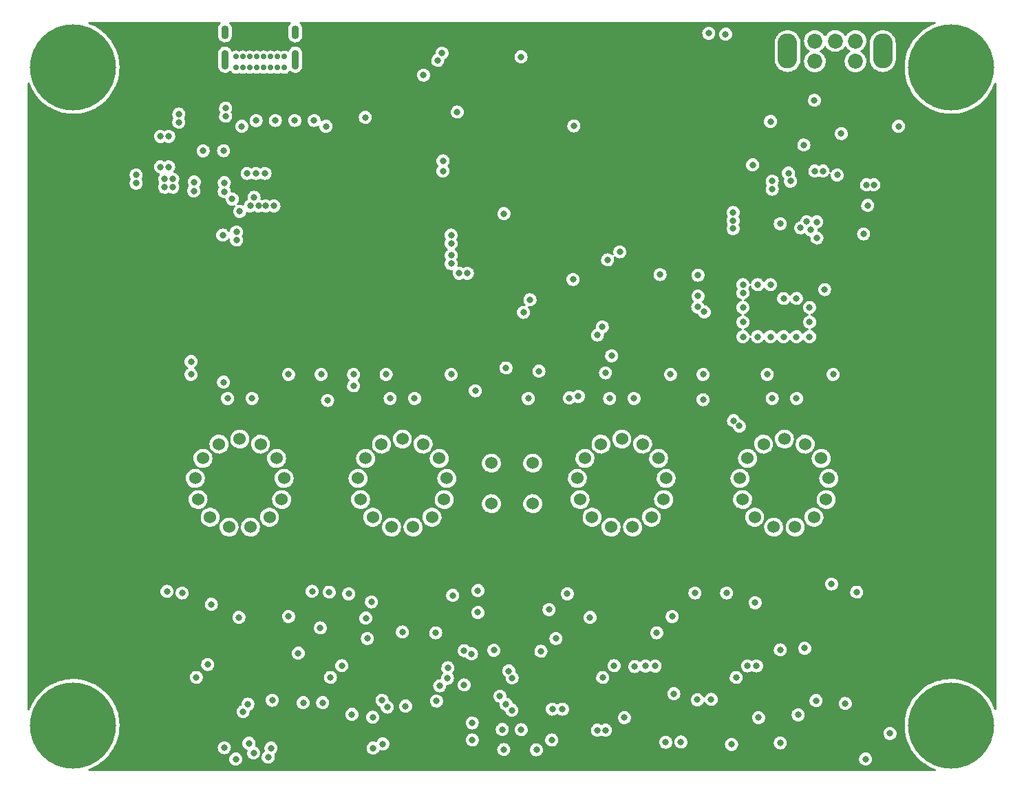
<source format=gbr>
%TF.GenerationSoftware,KiCad,Pcbnew,(5.99.0-9843-g93c991926f)*%
%TF.CreationDate,2021-03-24T22:05:53-04:00*%
%TF.ProjectId,nixieclock,6e697869-6563-46c6-9f63-6b2e6b696361,rev?*%
%TF.SameCoordinates,Original*%
%TF.FileFunction,Copper,L3,Inr*%
%TF.FilePolarity,Positive*%
%FSLAX46Y46*%
G04 Gerber Fmt 4.6, Leading zero omitted, Abs format (unit mm)*
G04 Created by KiCad (PCBNEW (5.99.0-9843-g93c991926f)) date 2021-03-24 22:05:53*
%MOMM*%
%LPD*%
G01*
G04 APERTURE LIST*
%TA.AperFunction,ComponentPad*%
%ADD10C,0.700000*%
%TD*%
%TA.AperFunction,ComponentPad*%
%ADD11O,0.900000X1.700000*%
%TD*%
%TA.AperFunction,ComponentPad*%
%ADD12O,0.900000X2.400000*%
%TD*%
%TA.AperFunction,ComponentPad*%
%ADD13C,10.600000*%
%TD*%
%TA.AperFunction,ComponentPad*%
%ADD14O,2.400000X4.300000*%
%TD*%
%TA.AperFunction,ComponentPad*%
%ADD15C,1.850000*%
%TD*%
%TA.AperFunction,ComponentPad*%
%ADD16C,1.524000*%
%TD*%
%TA.AperFunction,ViaPad*%
%ADD17C,0.800000*%
%TD*%
G04 APERTURE END LIST*
D10*
%TO.N,GND*%
%TO.C,J1*%
X81975000Y-76025000D03*
%TO.N,+5V*%
X81125000Y-76025000D03*
%TO.N,unconnected-(J1-PadA5)*%
X80275000Y-76025000D03*
%TO.N,unconnected-(J1-PadA6)*%
X79425000Y-76025000D03*
%TO.N,unconnected-(J1-PadA7)*%
X78575000Y-76025000D03*
%TO.N,unconnected-(J1-PadA8)*%
X77725000Y-76025000D03*
%TO.N,+5V*%
X76875000Y-76025000D03*
%TO.N,GND*%
X76025000Y-76025000D03*
X76025000Y-74675000D03*
%TO.N,+5V*%
X76875000Y-74675000D03*
%TO.N,unconnected-(J1-PadB5)*%
X77725000Y-74675000D03*
%TO.N,unconnected-(J1-PadB6)*%
X78575000Y-74675000D03*
%TO.N,unconnected-(J1-PadB7)*%
X79425000Y-74675000D03*
%TO.N,unconnected-(J1-PadB8)*%
X80275000Y-74675000D03*
%TO.N,+5V*%
X81125000Y-74675000D03*
%TO.N,GND*%
X81975000Y-74675000D03*
D11*
%TO.N,unconnected-(J1-PadS1)*%
X74675000Y-71665000D03*
D12*
X74675000Y-75045000D03*
D11*
X83325000Y-71665000D03*
D12*
X83325000Y-75045000D03*
%TD*%
D13*
%TO.N,*%
%TO.C,H1*%
X56000000Y-76000000D03*
%TD*%
D14*
%TO.N,*%
%TO.C,SW1*%
X143900000Y-74000000D03*
X155600000Y-74000000D03*
D15*
%TO.N,Net-(R19-Pad2)*%
X152250000Y-72750000D03*
%TO.N,Net-(R30-Pad2)*%
X147250000Y-72750000D03*
%TO.N,GND*%
X149750000Y-72750000D03*
%TO.N,/microcontroller/ENC_SW*%
X152250000Y-75250000D03*
%TO.N,GND*%
X147250000Y-75250000D03*
%TD*%
D13*
%TO.N,*%
%TO.C,H2*%
X56000000Y-157000000D03*
%TD*%
%TO.N,*%
%TO.C,H4*%
X164000000Y-76000000D03*
%TD*%
%TO.N,*%
%TO.C,H3*%
X164000000Y-157000000D03*
%TD*%
D16*
%TO.N,Net-(R21-Pad2)*%
%TO.C,V1*%
X76500000Y-121750000D03*
%TO.N,N/C*%
X79060000Y-122380000D03*
%TO.N,/cathode_sinks/NA1*%
X81030000Y-124130000D03*
%TO.N,/cathode_sinks/NA2*%
X81960000Y-126590000D03*
%TO.N,/cathode_sinks/NA3*%
X81640000Y-129200000D03*
%TO.N,/cathode_sinks/NA4*%
X80150000Y-131370000D03*
%TO.N,/cathode_sinks/NA5*%
X77820000Y-132590000D03*
%TO.N,/cathode_sinks/NA6*%
X75180000Y-132590000D03*
%TO.N,/cathode_sinks/NA7*%
X72850000Y-131370000D03*
%TO.N,/cathode_sinks/NA8*%
X71360000Y-129200000D03*
%TO.N,/cathode_sinks/NA9*%
X71040000Y-126590000D03*
%TO.N,/cathode_sinks/NA0*%
X71970000Y-124130000D03*
%TO.N,N/C*%
X73940000Y-122380000D03*
%TD*%
%TO.N,Net-(R22-Pad2)*%
%TO.C,V2*%
X96500000Y-121750000D03*
%TO.N,N/C*%
X99060000Y-122380000D03*
%TO.N,/cathode_sinks/NB1*%
X101030000Y-124130000D03*
%TO.N,/cathode_sinks/NB2*%
X101960000Y-126590000D03*
%TO.N,/cathode_sinks/NB3*%
X101640000Y-129200000D03*
%TO.N,/cathode_sinks/NB4*%
X100150000Y-131370000D03*
%TO.N,/cathode_sinks/NB5*%
X97820000Y-132590000D03*
%TO.N,/cathode_sinks/NB6*%
X95180000Y-132590000D03*
%TO.N,/cathode_sinks/NB7*%
X92850000Y-131370000D03*
%TO.N,/cathode_sinks/NB8*%
X91360000Y-129200000D03*
%TO.N,/cathode_sinks/NB9*%
X91040000Y-126590000D03*
%TO.N,/cathode_sinks/NB0*%
X91970000Y-124130000D03*
%TO.N,N/C*%
X93940000Y-122380000D03*
%TD*%
%TO.N,Net-(NE1-Pad1)*%
%TO.C,NE1*%
X112540000Y-124705983D03*
%TO.N,Net-(NE1-Pad2)*%
X107460000Y-124705983D03*
%TD*%
%TO.N,Net-(R24-Pad2)*%
%TO.C,V4*%
X143500000Y-121750000D03*
%TO.N,N/C*%
X146060000Y-122380000D03*
%TO.N,/cathode_sinks/ND1*%
X148030000Y-124130000D03*
%TO.N,/cathode_sinks/ND2*%
X148960000Y-126590000D03*
%TO.N,/cathode_sinks/ND3*%
X148640000Y-129200000D03*
%TO.N,/cathode_sinks/ND4*%
X147150000Y-131370000D03*
%TO.N,/cathode_sinks/ND5*%
X144820000Y-132590000D03*
%TO.N,/cathode_sinks/ND6*%
X142180000Y-132590000D03*
%TO.N,/cathode_sinks/ND7*%
X139850000Y-131370000D03*
%TO.N,/cathode_sinks/ND8*%
X138360000Y-129200000D03*
%TO.N,/cathode_sinks/ND9*%
X138040000Y-126590000D03*
%TO.N,/cathode_sinks/ND0*%
X138970000Y-124130000D03*
%TO.N,N/C*%
X140940000Y-122380000D03*
%TD*%
%TO.N,Net-(R23-Pad2)*%
%TO.C,V3*%
X123500000Y-121750000D03*
%TO.N,N/C*%
X126060000Y-122380000D03*
%TO.N,/cathode_sinks/NC1*%
X128030000Y-124130000D03*
%TO.N,/cathode_sinks/NC2*%
X128960000Y-126590000D03*
%TO.N,/cathode_sinks/NC3*%
X128640000Y-129200000D03*
%TO.N,/cathode_sinks/NC4*%
X127150000Y-131370000D03*
%TO.N,/cathode_sinks/NC5*%
X124820000Y-132590000D03*
%TO.N,/cathode_sinks/NC6*%
X122180000Y-132590000D03*
%TO.N,/cathode_sinks/NC7*%
X119850000Y-131370000D03*
%TO.N,/cathode_sinks/NC8*%
X118360000Y-129200000D03*
%TO.N,/cathode_sinks/NC9*%
X118040000Y-126590000D03*
%TO.N,/cathode_sinks/NC0*%
X118970000Y-124130000D03*
%TO.N,N/C*%
X120940000Y-122380000D03*
%TD*%
%TO.N,Net-(NE1-Pad1)*%
%TO.C,NE2*%
X112540000Y-129700000D03*
%TO.N,Net-(NE1-Pad2)*%
X107460000Y-129700000D03*
%TD*%
D17*
%TO.N,GND*%
X78000000Y-116750000D03*
X120500000Y-157600000D03*
X84300000Y-154200000D03*
X90500000Y-115200000D03*
X157550000Y-83250000D03*
X137000000Y-159350000D03*
X80700000Y-93050000D03*
X113550000Y-147875000D03*
X78200000Y-160400000D03*
X138400000Y-107350000D03*
X153500000Y-161150000D03*
X105800000Y-140400000D03*
X73000000Y-142100000D03*
X78800000Y-93050000D03*
X76500000Y-93726000D03*
X76400000Y-143700000D03*
X125000000Y-116750000D03*
X122000000Y-116750000D03*
X141800000Y-102750000D03*
X104500000Y-101350000D03*
X127800000Y-145600000D03*
X147250000Y-88750000D03*
X85400000Y-140500000D03*
X105100000Y-156700000D03*
X142000000Y-116750000D03*
X89900000Y-140800000D03*
X71150000Y-151100000D03*
X102500000Y-99150000D03*
X113300000Y-113400000D03*
X138400000Y-103750000D03*
X79700000Y-93050000D03*
X120500000Y-108950000D03*
X137200000Y-95850000D03*
X134500000Y-153800000D03*
X143400000Y-109150000D03*
X153600000Y-90450000D03*
X67250000Y-89750000D03*
X143400000Y-104450000D03*
X138400000Y-102750000D03*
X121150000Y-151100000D03*
X146600000Y-109150000D03*
X145500000Y-95750000D03*
X91948000Y-82143600D03*
X69000000Y-82750000D03*
X109600000Y-150300000D03*
X138975000Y-149675000D03*
X74750000Y-81000000D03*
X68250000Y-90750000D03*
X146000000Y-147500000D03*
X92900000Y-159800000D03*
X117500000Y-102100000D03*
X156500000Y-158000000D03*
X67250000Y-90750000D03*
X70500000Y-112200000D03*
X89050000Y-149650000D03*
X100600000Y-145600000D03*
X77800000Y-93050000D03*
X128200000Y-101500000D03*
X100850000Y-75150000D03*
X154500000Y-90450000D03*
X152400000Y-140600000D03*
X141800000Y-82650000D03*
X137575000Y-151100000D03*
X100700000Y-154000000D03*
X87650000Y-151100000D03*
X75000000Y-116750000D03*
X141800000Y-109150000D03*
X146250000Y-95000000D03*
X63750000Y-90250000D03*
X78500000Y-82550000D03*
X132850000Y-105500000D03*
X102500000Y-97650000D03*
X137200000Y-94850000D03*
X98000000Y-116750000D03*
X115400000Y-146300000D03*
X116800000Y-140800000D03*
X67750000Y-84500000D03*
X145000000Y-109150000D03*
X145000000Y-116750000D03*
X74600000Y-159750000D03*
X136280000Y-71900000D03*
X70850000Y-91200000D03*
X76750000Y-83250000D03*
X66750000Y-84500000D03*
X85648800Y-82535550D03*
X130775000Y-159050000D03*
X146600000Y-107350000D03*
X113000000Y-160000000D03*
X136400000Y-140700000D03*
X76100000Y-97250000D03*
X70900000Y-90100000D03*
X132875000Y-101575000D03*
X146600000Y-105550000D03*
X80873600Y-82535550D03*
X102500000Y-100150000D03*
X132500000Y-140700000D03*
X99100000Y-76950000D03*
X67750000Y-88250000D03*
X101375000Y-74250000D03*
X72550000Y-149500000D03*
X134200000Y-71800000D03*
X132875000Y-104150000D03*
X137950000Y-120150000D03*
X66750000Y-88250000D03*
X143000000Y-147700000D03*
X74500000Y-86250000D03*
X96500000Y-145500000D03*
X151000000Y-154300000D03*
X149300000Y-139600000D03*
X76100000Y-96250000D03*
X137200000Y-93850000D03*
X82500000Y-143600000D03*
X92700000Y-141800000D03*
X119600000Y-143700000D03*
X69400000Y-140700000D03*
X74600000Y-90200000D03*
X123250000Y-98700000D03*
X74750000Y-82000000D03*
X122550000Y-149650000D03*
X111400000Y-106150000D03*
X147400000Y-153950000D03*
X133500000Y-116900000D03*
X101500000Y-88750000D03*
X68250000Y-89750000D03*
X76000000Y-161150000D03*
X102500000Y-96650000D03*
X140200000Y-102750000D03*
X87300000Y-117000000D03*
X63750000Y-89250000D03*
X138400000Y-109150000D03*
X87111300Y-83250000D03*
X102700000Y-141000000D03*
X148450000Y-103350000D03*
X118150000Y-116500000D03*
X112200000Y-104600000D03*
X142000000Y-90000000D03*
X140200000Y-109150000D03*
X105100000Y-158800000D03*
X129700000Y-143600000D03*
X147200000Y-80050000D03*
X69000000Y-81750000D03*
X83261200Y-82535550D03*
X121750000Y-99700000D03*
X86700000Y-154200000D03*
X145000000Y-104450000D03*
X103500000Y-101350000D03*
X138400000Y-105550000D03*
X144000000Y-89000000D03*
X94650000Y-154750000D03*
X139900000Y-141900000D03*
X80350000Y-159800000D03*
X74600000Y-91300000D03*
X95000000Y-116750000D03*
%TO.N,VCC*%
X78500000Y-89050000D03*
X103250000Y-81500000D03*
X77400000Y-89050000D03*
X75565000Y-92202000D03*
X79600000Y-89050000D03*
X74400000Y-96647000D03*
X111100000Y-74700000D03*
%TO.N,HV*%
X109000000Y-94000000D03*
X122250000Y-111500000D03*
%TO.N,/cathode_registers/GA0*%
X80500000Y-153900000D03*
X74500000Y-114750000D03*
%TO.N,/power_supply/FBX*%
X101500000Y-87500000D03*
X71987347Y-86275000D03*
%TO.N,/cathode_registers/GA1*%
X83700000Y-148100000D03*
X82500000Y-113800000D03*
%TO.N,/cathode_registers/GA2*%
X86500000Y-113800000D03*
X86400000Y-145000000D03*
%TO.N,/cathode_registers/GA8*%
X67550000Y-140500000D03*
X96900000Y-154625000D03*
%TO.N,/cathode_registers/GA9*%
X102100000Y-149900000D03*
X70500000Y-113800000D03*
%TO.N,/cathode_registers/GB0*%
X94500000Y-113800000D03*
X101100000Y-152125000D03*
%TO.N,/cathode_registers/GB1*%
X102500000Y-113800000D03*
X104100000Y-152025000D03*
%TO.N,/cathode_registers/GB2*%
X105473011Y-115800000D03*
X105800000Y-143100000D03*
%TO.N,/cathode_registers/GB6*%
X92200000Y-146300000D03*
X104100000Y-147800000D03*
%TO.N,/cathode_registers/GB7*%
X92000000Y-143800000D03*
X105000000Y-148200000D03*
%TO.N,/cathode_registers/GB8*%
X87500000Y-140600000D03*
X102050000Y-151200000D03*
%TO.N,/cathode_registers/GB9*%
X107750000Y-147750000D03*
X90500000Y-113800000D03*
%TO.N,/cathode_registers/GC0*%
X121500000Y-113600000D03*
X108500000Y-153400000D03*
%TO.N,/cathode_registers/GC1*%
X129500000Y-113800000D03*
X109250000Y-154400000D03*
%TO.N,/cathode_registers/GC2*%
X109973952Y-155123952D03*
X133500000Y-113800000D03*
%TO.N,/cathode_registers/GC3*%
X108800000Y-157500000D03*
X132800000Y-153850000D03*
%TO.N,/cathode_registers/GC8*%
X127600000Y-149700000D03*
X114550000Y-142750000D03*
%TO.N,/cathode_registers/GC9*%
X126400000Y-149700000D03*
X117050000Y-116700000D03*
%TO.N,/cathode_registers/GD0*%
X125095000Y-149750000D03*
X141400000Y-113800000D03*
%TO.N,/nixie_tubes/NEH-*%
X109250000Y-113000000D03*
X112000000Y-116750000D03*
%TO.N,/cathode_registers/GD1*%
X149500000Y-113800000D03*
X129900000Y-153100000D03*
%TO.N,/cathode_registers/~OE*%
X77625000Y-159200000D03*
X116200000Y-155000000D03*
X108975000Y-159975000D03*
X147500000Y-97000000D03*
X94100000Y-159275000D03*
%TO.N,/cathode_registers/LCLK*%
X147487347Y-95012653D03*
X143000000Y-159150000D03*
X114950000Y-155000000D03*
X92850000Y-156000000D03*
X76900000Y-155300000D03*
%TO.N,/cathode_registers/CLK*%
X150000000Y-89250000D03*
X153750000Y-93000000D03*
%TO.N,/cathode_registers/~RES*%
X146750000Y-96000000D03*
X123825000Y-156050000D03*
X90300000Y-155650000D03*
X77500000Y-154400000D03*
X111125000Y-157525000D03*
X140325000Y-156050000D03*
%TO.N,Net-(U5-Pad9)*%
X114875000Y-158800000D03*
X128900000Y-159075000D03*
%TO.N,Net-(U6-Pad9)*%
X145200000Y-155700000D03*
X121500003Y-157600000D03*
%TO.N,Net-(U4-Pad9)*%
X110000000Y-151150000D03*
X94000000Y-153900000D03*
%TO.N,/cathode_registers/GD9*%
X140075000Y-149675000D03*
X137250000Y-119500000D03*
%TO.N,/microcontroller/VBAT*%
X117600000Y-83200000D03*
%TO.N,/microcontroller/~NRST*%
X143000000Y-95250000D03*
X139600000Y-88000000D03*
%TO.N,+3V3*%
X109200000Y-78750000D03*
X109200000Y-77750000D03*
X83475000Y-159025000D03*
X109200000Y-79750000D03*
X150350000Y-100350000D03*
X150350000Y-101950000D03*
X137275000Y-97325000D03*
X157250000Y-79750000D03*
X110200000Y-79750000D03*
X110200000Y-78750000D03*
X148900000Y-84250000D03*
X138830000Y-71850000D03*
X109200000Y-80750000D03*
X103000000Y-156400000D03*
X153600000Y-86350000D03*
X136275000Y-97325000D03*
X150000000Y-159000000D03*
X152500000Y-87450000D03*
X110200000Y-77750000D03*
X132500000Y-158900000D03*
X115400000Y-151400000D03*
X110200000Y-80750000D03*
X142000000Y-79750000D03*
%TO.N,/cathode_registers/D*%
X148250000Y-88750000D03*
X80000000Y-160900000D03*
%TO.N,/microcontroller/~SHDN*%
X78250000Y-92000000D03*
X153250000Y-96500000D03*
%TO.N,/microcontroller/~TIM1_CH1N*%
X142000000Y-91000000D03*
%TO.N,/microcontroller/TIM1_CH1*%
X133650000Y-106100000D03*
X144250000Y-90000000D03*
X121100000Y-107950000D03*
%TO.N,/microcontroller/ENC_SW*%
X150500000Y-84150000D03*
X145900000Y-85550000D03*
%TD*%
%TA.AperFunction,Conductor*%
%TO.N,+3V3*%
G36*
X74104735Y-70420002D02*
G01*
X74151228Y-70473658D01*
X74161332Y-70543932D01*
X74131838Y-70608512D01*
X74117944Y-70622236D01*
X74055471Y-70675030D01*
X73943236Y-70821828D01*
X73865142Y-70989302D01*
X73824832Y-71169638D01*
X73824500Y-71175576D01*
X73824500Y-72111025D01*
X73839457Y-72248706D01*
X73898396Y-72423841D01*
X73993569Y-72582235D01*
X73998256Y-72587191D01*
X74099086Y-72693816D01*
X74120533Y-72716496D01*
X74273367Y-72820362D01*
X74279701Y-72822895D01*
X74279704Y-72822897D01*
X74438602Y-72886452D01*
X74438607Y-72886453D01*
X74444939Y-72888986D01*
X74536718Y-72904180D01*
X74620507Y-72918051D01*
X74620511Y-72918051D01*
X74627245Y-72919166D01*
X74634062Y-72918809D01*
X74634066Y-72918809D01*
X74787077Y-72910790D01*
X74811778Y-72909495D01*
X74818351Y-72907684D01*
X74818354Y-72907684D01*
X74983349Y-72862237D01*
X74989931Y-72860424D01*
X75153390Y-72774242D01*
X75158603Y-72769837D01*
X75158607Y-72769834D01*
X75289315Y-72659377D01*
X75289319Y-72659373D01*
X75294529Y-72654970D01*
X75406764Y-72508172D01*
X75484858Y-72340698D01*
X75525168Y-72160362D01*
X75525500Y-72154424D01*
X75525500Y-71218975D01*
X75510543Y-71081294D01*
X75451604Y-70906159D01*
X75356431Y-70747765D01*
X75229467Y-70613504D01*
X75231477Y-70611603D01*
X75199347Y-70562575D01*
X75198714Y-70491582D01*
X75236563Y-70431515D01*
X75300878Y-70401447D01*
X75319922Y-70400000D01*
X82686614Y-70400000D01*
X82754735Y-70420002D01*
X82801228Y-70473658D01*
X82811332Y-70543932D01*
X82781838Y-70608512D01*
X82767944Y-70622236D01*
X82705471Y-70675030D01*
X82593236Y-70821828D01*
X82515142Y-70989302D01*
X82474832Y-71169638D01*
X82474500Y-71175576D01*
X82474500Y-72111025D01*
X82489457Y-72248706D01*
X82548396Y-72423841D01*
X82643569Y-72582235D01*
X82648256Y-72587191D01*
X82749086Y-72693816D01*
X82770533Y-72716496D01*
X82923367Y-72820362D01*
X82929701Y-72822895D01*
X82929704Y-72822897D01*
X83088602Y-72886452D01*
X83088607Y-72886453D01*
X83094939Y-72888986D01*
X83186718Y-72904180D01*
X83270507Y-72918051D01*
X83270511Y-72918051D01*
X83277245Y-72919166D01*
X83284062Y-72918809D01*
X83284066Y-72918809D01*
X83437077Y-72910790D01*
X83461778Y-72909495D01*
X83468351Y-72907684D01*
X83468354Y-72907684D01*
X83633349Y-72862237D01*
X83639931Y-72860424D01*
X83803390Y-72774242D01*
X83808603Y-72769837D01*
X83808607Y-72769834D01*
X83939315Y-72659377D01*
X83939319Y-72659373D01*
X83944529Y-72654970D01*
X84056764Y-72508172D01*
X84134858Y-72340698D01*
X84175168Y-72160362D01*
X84175500Y-72154424D01*
X84175500Y-71788753D01*
X133394579Y-71788753D01*
X133395266Y-71795760D01*
X133395266Y-71795763D01*
X133403699Y-71881766D01*
X133412102Y-71967473D01*
X133468785Y-72137869D01*
X133472434Y-72143894D01*
X133552773Y-72276548D01*
X133561811Y-72291472D01*
X133686555Y-72420648D01*
X133836818Y-72518978D01*
X134005132Y-72581573D01*
X134012113Y-72582504D01*
X134012115Y-72582505D01*
X134176150Y-72604392D01*
X134176154Y-72604392D01*
X134183131Y-72605323D01*
X134190142Y-72604685D01*
X134190146Y-72604685D01*
X134354947Y-72589687D01*
X134361968Y-72589048D01*
X134400938Y-72576386D01*
X134526057Y-72535733D01*
X134526060Y-72535732D01*
X134532756Y-72533556D01*
X134687005Y-72441605D01*
X134757284Y-72374679D01*
X134811945Y-72322626D01*
X134811947Y-72322624D01*
X134817049Y-72317765D01*
X134916425Y-72168192D01*
X134980194Y-72000320D01*
X134991132Y-71922491D01*
X134995874Y-71888753D01*
X135474579Y-71888753D01*
X135475266Y-71895760D01*
X135475266Y-71895763D01*
X135481610Y-71960465D01*
X135492102Y-72067473D01*
X135548785Y-72237869D01*
X135552434Y-72243894D01*
X135607026Y-72334035D01*
X135641811Y-72391472D01*
X135646702Y-72396537D01*
X135646703Y-72396538D01*
X135678721Y-72429693D01*
X135766555Y-72520648D01*
X135916818Y-72618978D01*
X136085132Y-72681573D01*
X136092113Y-72682504D01*
X136092115Y-72682505D01*
X136256150Y-72704392D01*
X136256154Y-72704392D01*
X136263131Y-72705323D01*
X136270142Y-72704685D01*
X136270146Y-72704685D01*
X136434947Y-72689687D01*
X136441968Y-72689048D01*
X136533287Y-72659377D01*
X136606057Y-72635733D01*
X136606060Y-72635732D01*
X136612756Y-72633556D01*
X136767005Y-72541605D01*
X136854603Y-72458186D01*
X136891945Y-72422626D01*
X136891947Y-72422624D01*
X136897049Y-72417765D01*
X136996425Y-72268192D01*
X137056128Y-72111025D01*
X137057694Y-72106902D01*
X137057695Y-72106900D01*
X137060194Y-72100320D01*
X137077925Y-71974158D01*
X137084635Y-71926414D01*
X137084635Y-71926409D01*
X137085186Y-71922491D01*
X137085500Y-71900000D01*
X137065483Y-71721543D01*
X137059364Y-71703970D01*
X137039019Y-71645549D01*
X137006426Y-71551955D01*
X136911265Y-71399665D01*
X136817893Y-71305639D01*
X136789692Y-71277240D01*
X136789688Y-71277237D01*
X136784729Y-71272243D01*
X136706177Y-71222392D01*
X136639062Y-71179799D01*
X136639058Y-71179797D01*
X136633108Y-71176021D01*
X136463937Y-71115782D01*
X136285623Y-71094520D01*
X136278620Y-71095256D01*
X136278619Y-71095256D01*
X136234810Y-71099860D01*
X136107031Y-71113290D01*
X136100363Y-71115560D01*
X135943702Y-71168892D01*
X135943699Y-71168893D01*
X135937035Y-71171162D01*
X135784085Y-71265257D01*
X135779054Y-71270183D01*
X135779051Y-71270186D01*
X135742848Y-71305639D01*
X135655782Y-71390900D01*
X135651963Y-71396825D01*
X135651962Y-71396827D01*
X135590691Y-71491902D01*
X135558504Y-71541846D01*
X135556095Y-71548466D01*
X135556093Y-71548469D01*
X135539002Y-71595427D01*
X135497085Y-71710593D01*
X135474579Y-71888753D01*
X134995874Y-71888753D01*
X135004635Y-71826414D01*
X135004635Y-71826409D01*
X135005186Y-71822491D01*
X135005500Y-71800000D01*
X134985483Y-71621543D01*
X134979364Y-71603970D01*
X134935845Y-71479002D01*
X134926426Y-71451955D01*
X134831265Y-71299665D01*
X134747763Y-71215578D01*
X134709692Y-71177240D01*
X134709688Y-71177237D01*
X134704729Y-71172243D01*
X134687905Y-71161566D01*
X134559062Y-71079799D01*
X134559058Y-71079797D01*
X134553108Y-71076021D01*
X134383937Y-71015782D01*
X134205623Y-70994520D01*
X134198620Y-70995256D01*
X134198619Y-70995256D01*
X134154810Y-70999860D01*
X134027031Y-71013290D01*
X134020363Y-71015560D01*
X133863702Y-71068892D01*
X133863699Y-71068893D01*
X133857035Y-71071162D01*
X133704085Y-71165257D01*
X133699054Y-71170183D01*
X133699051Y-71170186D01*
X133649230Y-71218975D01*
X133575782Y-71290900D01*
X133571963Y-71296825D01*
X133571962Y-71296827D01*
X133514515Y-71385968D01*
X133478504Y-71441846D01*
X133476095Y-71448466D01*
X133476093Y-71448469D01*
X133456587Y-71502062D01*
X133417085Y-71610593D01*
X133394579Y-71788753D01*
X84175500Y-71788753D01*
X84175500Y-71218975D01*
X84160543Y-71081294D01*
X84101604Y-70906159D01*
X84006431Y-70747765D01*
X83879467Y-70613504D01*
X83881477Y-70611603D01*
X83849347Y-70562575D01*
X83848714Y-70491582D01*
X83886563Y-70431515D01*
X83950878Y-70401447D01*
X83969922Y-70400000D01*
X161992306Y-70400000D01*
X162060427Y-70420002D01*
X162106920Y-70473658D01*
X162117024Y-70543932D01*
X162087530Y-70608512D01*
X162031244Y-70645833D01*
X162011222Y-70652338D01*
X161570716Y-70837509D01*
X161568383Y-70838728D01*
X161568378Y-70838731D01*
X161149583Y-71057672D01*
X161149577Y-71057676D01*
X161147250Y-71058892D01*
X161120259Y-71076021D01*
X160746031Y-71313513D01*
X160746025Y-71313517D01*
X160743794Y-71314933D01*
X160363177Y-71603837D01*
X160008071Y-71923576D01*
X159680965Y-72271909D01*
X159384154Y-72646391D01*
X159382700Y-72648580D01*
X159382696Y-72648585D01*
X159203160Y-72918809D01*
X159119719Y-73044397D01*
X158889517Y-73463134D01*
X158695160Y-73899665D01*
X158538014Y-74350929D01*
X158537359Y-74353480D01*
X158537356Y-74353490D01*
X158423105Y-74798469D01*
X158419179Y-74813760D01*
X158339490Y-75284911D01*
X158339270Y-75287528D01*
X158339270Y-75287530D01*
X158301859Y-75733051D01*
X158299505Y-75761078D01*
X158299505Y-76238922D01*
X158299725Y-76241540D01*
X158299725Y-76241544D01*
X158332931Y-76636986D01*
X158339490Y-76715089D01*
X158419179Y-77186240D01*
X158419834Y-77188790D01*
X158419835Y-77188796D01*
X158522011Y-77586742D01*
X158538014Y-77649071D01*
X158695160Y-78100335D01*
X158889517Y-78536866D01*
X159119719Y-78955603D01*
X159121171Y-78957789D01*
X159121175Y-78957795D01*
X159382696Y-79351415D01*
X159384154Y-79353609D01*
X159680965Y-79728091D01*
X159822248Y-79878542D01*
X160004378Y-80072491D01*
X160008071Y-80076424D01*
X160363177Y-80396163D01*
X160743794Y-80685067D01*
X160746025Y-80686483D01*
X160746031Y-80686487D01*
X160949809Y-80815808D01*
X161147250Y-80941108D01*
X161149577Y-80942324D01*
X161149583Y-80942328D01*
X161568378Y-81161269D01*
X161568383Y-81161272D01*
X161570716Y-81162491D01*
X162011222Y-81347662D01*
X162013730Y-81348477D01*
X162013733Y-81348478D01*
X162463163Y-81494507D01*
X162463167Y-81494508D01*
X162465678Y-81495324D01*
X162743954Y-81560593D01*
X162928320Y-81603836D01*
X162928324Y-81603837D01*
X162930896Y-81604440D01*
X162933513Y-81604827D01*
X162933516Y-81604827D01*
X163400991Y-81673858D01*
X163400995Y-81673858D01*
X163403613Y-81674245D01*
X163880513Y-81704249D01*
X163883145Y-81704194D01*
X163883152Y-81704194D01*
X164068066Y-81700320D01*
X164358251Y-81694241D01*
X164833477Y-81644293D01*
X165302856Y-81554754D01*
X165305385Y-81554048D01*
X165305393Y-81554046D01*
X165760562Y-81426961D01*
X165760573Y-81426957D01*
X165763096Y-81426253D01*
X166055298Y-81317584D01*
X166208497Y-81260610D01*
X166208503Y-81260607D01*
X166210970Y-81259690D01*
X166643336Y-81056235D01*
X167057160Y-80817313D01*
X167449540Y-80544601D01*
X167647079Y-80381183D01*
X167815696Y-80241692D01*
X167815702Y-80241686D01*
X167817725Y-80240013D01*
X167847899Y-80210465D01*
X168011760Y-80050000D01*
X168159131Y-79905684D01*
X168160844Y-79903699D01*
X168160851Y-79903692D01*
X168469628Y-79545969D01*
X168471363Y-79543959D01*
X168472915Y-79541823D01*
X168472922Y-79541814D01*
X168750681Y-79159510D01*
X168750683Y-79159507D01*
X168752232Y-79157375D01*
X168999768Y-78748646D01*
X169212234Y-78320636D01*
X169356848Y-77955381D01*
X169400522Y-77899408D01*
X169467525Y-77875931D01*
X169536584Y-77892407D01*
X169585773Y-77943602D01*
X169600000Y-78001765D01*
X169600000Y-154998235D01*
X169579998Y-155066356D01*
X169526342Y-155112849D01*
X169456068Y-155122953D01*
X169391488Y-155093459D01*
X169356848Y-155044619D01*
X169356497Y-155043731D01*
X169212234Y-154679364D01*
X168999768Y-154251354D01*
X168845872Y-153997243D01*
X168753596Y-153844877D01*
X168753594Y-153844875D01*
X168752232Y-153842625D01*
X168749419Y-153838753D01*
X168472922Y-153458186D01*
X168472915Y-153458177D01*
X168471363Y-153456041D01*
X168445791Y-153426416D01*
X168160851Y-153096308D01*
X168160844Y-153096301D01*
X168159131Y-153094316D01*
X167920604Y-152860733D01*
X167819601Y-152761824D01*
X167819600Y-152761823D01*
X167817725Y-152759987D01*
X167815702Y-152758314D01*
X167815696Y-152758308D01*
X167548052Y-152536895D01*
X167449540Y-152455399D01*
X167057160Y-152182687D01*
X166643336Y-151943765D01*
X166210970Y-151740310D01*
X166208503Y-151739393D01*
X166208497Y-151739390D01*
X166024542Y-151670978D01*
X165763096Y-151573747D01*
X165760573Y-151573043D01*
X165760562Y-151573039D01*
X165305393Y-151445954D01*
X165305385Y-151445952D01*
X165302856Y-151445246D01*
X164833477Y-151355707D01*
X164358251Y-151305759D01*
X164065511Y-151299626D01*
X163883152Y-151295806D01*
X163883145Y-151295806D01*
X163880513Y-151295751D01*
X163403613Y-151325755D01*
X163400995Y-151326142D01*
X163400991Y-151326142D01*
X162933516Y-151395173D01*
X162933513Y-151395173D01*
X162930896Y-151395560D01*
X162928324Y-151396163D01*
X162928320Y-151396164D01*
X162882539Y-151406902D01*
X162465678Y-151504676D01*
X162463167Y-151505492D01*
X162463163Y-151505493D01*
X162013733Y-151651522D01*
X162011222Y-151652338D01*
X161570716Y-151837509D01*
X161568383Y-151838728D01*
X161568378Y-151838731D01*
X161149583Y-152057672D01*
X161149577Y-152057676D01*
X161147250Y-152058892D01*
X161145022Y-152060306D01*
X160746031Y-152313513D01*
X160746025Y-152313517D01*
X160743794Y-152314933D01*
X160363177Y-152603837D01*
X160008071Y-152923576D01*
X160006267Y-152925497D01*
X160006263Y-152925501D01*
X160002609Y-152929392D01*
X159680965Y-153271909D01*
X159384154Y-153646391D01*
X159382700Y-153648580D01*
X159382696Y-153648585D01*
X159133166Y-154024158D01*
X159119719Y-154044397D01*
X158889517Y-154463134D01*
X158695160Y-154899665D01*
X158538014Y-155350929D01*
X158537359Y-155353480D01*
X158537356Y-155353490D01*
X158421584Y-155804392D01*
X158419179Y-155813760D01*
X158339490Y-156284911D01*
X158339270Y-156287528D01*
X158339270Y-156287530D01*
X158301419Y-156738290D01*
X158299505Y-156761078D01*
X158299505Y-157238922D01*
X158299725Y-157241540D01*
X158299725Y-157241544D01*
X158339270Y-157712470D01*
X158339490Y-157715089D01*
X158419179Y-158186240D01*
X158419834Y-158188790D01*
X158419835Y-158188796D01*
X158534650Y-158635968D01*
X158538014Y-158649071D01*
X158695160Y-159100335D01*
X158889517Y-159536866D01*
X158890788Y-159539177D01*
X158890788Y-159539178D01*
X158893381Y-159543894D01*
X159119719Y-159955603D01*
X159121171Y-159957789D01*
X159121175Y-159957795D01*
X159382696Y-160351415D01*
X159384154Y-160353609D01*
X159680965Y-160728091D01*
X159893079Y-160953970D01*
X159993085Y-161060465D01*
X160008071Y-161076424D01*
X160363177Y-161396163D01*
X160743794Y-161685067D01*
X160746025Y-161686483D01*
X160746031Y-161686487D01*
X160774245Y-161704392D01*
X161147250Y-161941108D01*
X161149577Y-161942324D01*
X161149583Y-161942328D01*
X161568378Y-162161269D01*
X161568383Y-162161272D01*
X161570716Y-162162491D01*
X162011222Y-162347662D01*
X162031244Y-162354167D01*
X162089848Y-162394241D01*
X162117485Y-162459638D01*
X162105378Y-162529594D01*
X162057372Y-162581900D01*
X161992306Y-162600000D01*
X57996184Y-162600000D01*
X57928063Y-162579998D01*
X57881570Y-162526342D01*
X57871466Y-162456068D01*
X57900960Y-162391488D01*
X57952264Y-162355902D01*
X58208497Y-162260610D01*
X58208503Y-162260607D01*
X58210970Y-162259690D01*
X58643336Y-162056235D01*
X59057160Y-161817313D01*
X59449540Y-161544601D01*
X59732563Y-161310465D01*
X59815696Y-161241692D01*
X59815702Y-161241686D01*
X59817725Y-161240013D01*
X59905597Y-161153963D01*
X59921129Y-161138753D01*
X75194579Y-161138753D01*
X75195266Y-161145760D01*
X75195266Y-161145763D01*
X75204297Y-161237869D01*
X75212102Y-161317473D01*
X75268785Y-161487869D01*
X75361811Y-161641472D01*
X75366702Y-161646537D01*
X75366703Y-161646538D01*
X75405651Y-161686870D01*
X75486555Y-161770648D01*
X75636818Y-161868978D01*
X75805132Y-161931573D01*
X75812113Y-161932504D01*
X75812115Y-161932505D01*
X75976150Y-161954392D01*
X75976154Y-161954392D01*
X75983131Y-161955323D01*
X75990142Y-161954685D01*
X75990146Y-161954685D01*
X76154947Y-161939687D01*
X76161968Y-161939048D01*
X76195700Y-161928088D01*
X76326057Y-161885733D01*
X76326060Y-161885732D01*
X76332756Y-161883556D01*
X76487005Y-161791605D01*
X76557284Y-161724679D01*
X76611945Y-161672626D01*
X76611947Y-161672624D01*
X76617049Y-161667765D01*
X76716425Y-161518192D01*
X76780194Y-161350320D01*
X76795461Y-161241692D01*
X76804635Y-161176414D01*
X76804635Y-161176409D01*
X76805186Y-161172491D01*
X76805500Y-161150000D01*
X76785483Y-160971543D01*
X76779364Y-160953970D01*
X76728744Y-160808612D01*
X76726426Y-160801955D01*
X76631265Y-160649665D01*
X76564572Y-160582505D01*
X76509692Y-160527240D01*
X76509688Y-160527237D01*
X76504729Y-160522243D01*
X76493502Y-160515118D01*
X76359062Y-160429799D01*
X76359058Y-160429797D01*
X76353108Y-160426021D01*
X76183937Y-160365782D01*
X76005623Y-160344520D01*
X75998620Y-160345256D01*
X75998619Y-160345256D01*
X75962397Y-160349063D01*
X75827031Y-160363290D01*
X75820363Y-160365560D01*
X75663702Y-160418892D01*
X75663699Y-160418893D01*
X75657035Y-160421162D01*
X75504085Y-160515257D01*
X75499054Y-160520183D01*
X75499051Y-160520186D01*
X75443937Y-160574158D01*
X75375782Y-160640900D01*
X75371963Y-160646825D01*
X75371962Y-160646827D01*
X75296007Y-160764687D01*
X75278504Y-160791846D01*
X75276095Y-160798466D01*
X75276093Y-160798469D01*
X75247795Y-160876219D01*
X75217085Y-160960593D01*
X75194579Y-161138753D01*
X59921129Y-161138753D01*
X60146794Y-160917765D01*
X60159131Y-160905684D01*
X60160844Y-160903699D01*
X60160851Y-160903692D01*
X60469628Y-160545969D01*
X60471363Y-160543959D01*
X60472915Y-160541823D01*
X60472922Y-160541814D01*
X60750681Y-160159510D01*
X60750683Y-160159507D01*
X60752232Y-160157375D01*
X60757209Y-160149158D01*
X60956162Y-159820648D01*
X60999768Y-159748646D01*
X61004679Y-159738753D01*
X73794579Y-159738753D01*
X73795266Y-159745760D01*
X73795266Y-159745763D01*
X73803439Y-159829118D01*
X73812102Y-159917473D01*
X73868785Y-160087869D01*
X73872434Y-160093894D01*
X73945712Y-160214889D01*
X73961811Y-160241472D01*
X73966702Y-160246537D01*
X73966703Y-160246538D01*
X74011679Y-160293112D01*
X74086555Y-160370648D01*
X74236818Y-160468978D01*
X74405132Y-160531573D01*
X74412113Y-160532504D01*
X74412115Y-160532505D01*
X74576150Y-160554392D01*
X74576154Y-160554392D01*
X74583131Y-160555323D01*
X74590142Y-160554685D01*
X74590146Y-160554685D01*
X74754947Y-160539687D01*
X74761968Y-160539048D01*
X74835190Y-160515257D01*
X74926057Y-160485733D01*
X74926060Y-160485732D01*
X74932756Y-160483556D01*
X75087005Y-160391605D01*
X75164544Y-160317765D01*
X75211945Y-160272626D01*
X75211947Y-160272624D01*
X75217049Y-160267765D01*
X75316425Y-160118192D01*
X75365595Y-159988753D01*
X75377694Y-159956902D01*
X75377695Y-159956900D01*
X75380194Y-159950320D01*
X75381174Y-159943348D01*
X75404635Y-159776414D01*
X75404635Y-159776409D01*
X75405186Y-159772491D01*
X75405500Y-159750000D01*
X75385483Y-159571543D01*
X75380385Y-159556902D01*
X75348694Y-159465900D01*
X75326426Y-159401955D01*
X75231265Y-159249665D01*
X75170777Y-159188753D01*
X76819579Y-159188753D01*
X76820266Y-159195760D01*
X76820266Y-159195763D01*
X76830468Y-159299811D01*
X76837102Y-159367473D01*
X76893785Y-159537869D01*
X76897434Y-159543894D01*
X76980580Y-159681183D01*
X76986811Y-159691472D01*
X76991702Y-159696537D01*
X76991703Y-159696538D01*
X77032470Y-159738753D01*
X77111555Y-159820648D01*
X77261818Y-159918978D01*
X77373681Y-159960579D01*
X77374783Y-159960989D01*
X77431659Y-160003482D01*
X77456533Y-160069978D01*
X77449264Y-160122182D01*
X77417085Y-160210593D01*
X77394579Y-160388753D01*
X77395266Y-160395760D01*
X77395266Y-160395763D01*
X77404650Y-160491472D01*
X77412102Y-160567473D01*
X77468785Y-160737869D01*
X77472434Y-160743894D01*
X77555933Y-160881766D01*
X77561811Y-160891472D01*
X77686555Y-161020648D01*
X77836818Y-161118978D01*
X78005132Y-161181573D01*
X78012113Y-161182504D01*
X78012115Y-161182505D01*
X78176150Y-161204392D01*
X78176154Y-161204392D01*
X78183131Y-161205323D01*
X78190142Y-161204685D01*
X78190146Y-161204685D01*
X78354947Y-161189687D01*
X78361968Y-161189048D01*
X78412926Y-161172491D01*
X78526057Y-161135733D01*
X78526060Y-161135732D01*
X78532756Y-161133556D01*
X78687005Y-161041605D01*
X78767564Y-160964889D01*
X78811945Y-160922626D01*
X78811947Y-160922624D01*
X78817049Y-160917765D01*
X78836325Y-160888753D01*
X79194579Y-160888753D01*
X79195266Y-160895760D01*
X79195266Y-160895763D01*
X79207014Y-161015580D01*
X79212102Y-161067473D01*
X79268785Y-161237869D01*
X79272434Y-161243894D01*
X79340875Y-161356902D01*
X79361811Y-161391472D01*
X79486555Y-161520648D01*
X79636818Y-161618978D01*
X79805132Y-161681573D01*
X79812113Y-161682504D01*
X79812115Y-161682505D01*
X79976150Y-161704392D01*
X79976154Y-161704392D01*
X79983131Y-161705323D01*
X79990142Y-161704685D01*
X79990146Y-161704685D01*
X80154947Y-161689687D01*
X80161968Y-161689048D01*
X80245537Y-161661895D01*
X80326057Y-161635733D01*
X80326060Y-161635732D01*
X80332756Y-161633556D01*
X80487005Y-161541605D01*
X80557284Y-161474679D01*
X80611945Y-161422626D01*
X80611947Y-161422624D01*
X80617049Y-161417765D01*
X80716425Y-161268192D01*
X80765595Y-161138753D01*
X152694579Y-161138753D01*
X152695266Y-161145760D01*
X152695266Y-161145763D01*
X152704297Y-161237869D01*
X152712102Y-161317473D01*
X152768785Y-161487869D01*
X152861811Y-161641472D01*
X152866702Y-161646537D01*
X152866703Y-161646538D01*
X152905651Y-161686870D01*
X152986555Y-161770648D01*
X153136818Y-161868978D01*
X153305132Y-161931573D01*
X153312113Y-161932504D01*
X153312115Y-161932505D01*
X153476150Y-161954392D01*
X153476154Y-161954392D01*
X153483131Y-161955323D01*
X153490142Y-161954685D01*
X153490146Y-161954685D01*
X153654947Y-161939687D01*
X153661968Y-161939048D01*
X153695700Y-161928088D01*
X153826057Y-161885733D01*
X153826060Y-161885732D01*
X153832756Y-161883556D01*
X153987005Y-161791605D01*
X154057284Y-161724679D01*
X154111945Y-161672626D01*
X154111947Y-161672624D01*
X154117049Y-161667765D01*
X154216425Y-161518192D01*
X154280194Y-161350320D01*
X154295461Y-161241692D01*
X154304635Y-161176414D01*
X154304635Y-161176409D01*
X154305186Y-161172491D01*
X154305500Y-161150000D01*
X154285483Y-160971543D01*
X154279364Y-160953970D01*
X154228744Y-160808612D01*
X154226426Y-160801955D01*
X154131265Y-160649665D01*
X154064572Y-160582505D01*
X154009692Y-160527240D01*
X154009688Y-160527237D01*
X154004729Y-160522243D01*
X153993502Y-160515118D01*
X153859062Y-160429799D01*
X153859058Y-160429797D01*
X153853108Y-160426021D01*
X153683937Y-160365782D01*
X153505623Y-160344520D01*
X153498620Y-160345256D01*
X153498619Y-160345256D01*
X153462397Y-160349063D01*
X153327031Y-160363290D01*
X153320363Y-160365560D01*
X153163702Y-160418892D01*
X153163699Y-160418893D01*
X153157035Y-160421162D01*
X153004085Y-160515257D01*
X152999054Y-160520183D01*
X152999051Y-160520186D01*
X152943937Y-160574158D01*
X152875782Y-160640900D01*
X152871963Y-160646825D01*
X152871962Y-160646827D01*
X152796007Y-160764687D01*
X152778504Y-160791846D01*
X152776095Y-160798466D01*
X152776093Y-160798469D01*
X152747795Y-160876219D01*
X152717085Y-160960593D01*
X152694579Y-161138753D01*
X80765595Y-161138753D01*
X80768939Y-161129949D01*
X80777694Y-161106902D01*
X80777695Y-161106900D01*
X80780194Y-161100320D01*
X80781174Y-161093348D01*
X80804635Y-160926414D01*
X80804635Y-160926409D01*
X80805186Y-160922491D01*
X80805500Y-160900000D01*
X80785483Y-160721543D01*
X80780961Y-160708556D01*
X80774540Y-160690118D01*
X80747408Y-160612207D01*
X80743894Y-160541299D01*
X80779275Y-160479747D01*
X80801878Y-160462545D01*
X80823518Y-160449645D01*
X80830953Y-160445213D01*
X80830955Y-160445212D01*
X80837005Y-160441605D01*
X80914143Y-160368147D01*
X80961945Y-160322626D01*
X80961947Y-160322624D01*
X80967049Y-160317765D01*
X81066425Y-160168192D01*
X81121772Y-160022491D01*
X81127694Y-160006902D01*
X81127695Y-160006900D01*
X81130194Y-160000320D01*
X81133196Y-159978963D01*
X81154635Y-159826414D01*
X81154635Y-159826409D01*
X81155186Y-159822491D01*
X81155500Y-159800000D01*
X81154238Y-159788753D01*
X92094579Y-159788753D01*
X92095266Y-159795760D01*
X92095266Y-159795763D01*
X92103557Y-159880323D01*
X92112102Y-159967473D01*
X92168785Y-160137869D01*
X92179356Y-160155323D01*
X92248920Y-160270186D01*
X92261811Y-160291472D01*
X92266702Y-160296537D01*
X92266703Y-160296538D01*
X92306616Y-160337869D01*
X92386555Y-160420648D01*
X92536818Y-160518978D01*
X92705132Y-160581573D01*
X92712113Y-160582504D01*
X92712115Y-160582505D01*
X92876150Y-160604392D01*
X92876154Y-160604392D01*
X92883131Y-160605323D01*
X92890142Y-160604685D01*
X92890146Y-160604685D01*
X93054947Y-160589687D01*
X93061968Y-160589048D01*
X93107795Y-160574158D01*
X93226057Y-160535733D01*
X93226060Y-160535732D01*
X93232756Y-160533556D01*
X93387005Y-160441605D01*
X93464143Y-160368147D01*
X93511945Y-160322626D01*
X93511947Y-160322624D01*
X93517049Y-160317765D01*
X93616425Y-160168192D01*
X93619361Y-160160465D01*
X93644882Y-160093280D01*
X93687771Y-160036702D01*
X93754440Y-160012293D01*
X93806590Y-160019926D01*
X93824036Y-160026414D01*
X93905132Y-160056573D01*
X93912113Y-160057504D01*
X93912115Y-160057505D01*
X94076150Y-160079392D01*
X94076154Y-160079392D01*
X94083131Y-160080323D01*
X94090142Y-160079685D01*
X94090146Y-160079685D01*
X94254947Y-160064687D01*
X94261968Y-160064048D01*
X94317582Y-160045978D01*
X94426057Y-160010733D01*
X94426060Y-160010732D01*
X94432756Y-160008556D01*
X94507914Y-159963753D01*
X108169579Y-159963753D01*
X108170266Y-159970760D01*
X108170266Y-159970763D01*
X108179896Y-160068978D01*
X108187102Y-160142473D01*
X108243785Y-160312869D01*
X108258160Y-160336604D01*
X108318806Y-160436742D01*
X108336811Y-160466472D01*
X108341702Y-160471537D01*
X108341703Y-160471538D01*
X108391038Y-160522626D01*
X108461555Y-160595648D01*
X108467452Y-160599507D01*
X108474917Y-160604392D01*
X108611818Y-160693978D01*
X108780132Y-160756573D01*
X108787113Y-160757504D01*
X108787115Y-160757505D01*
X108951150Y-160779392D01*
X108951154Y-160779392D01*
X108958131Y-160780323D01*
X108965142Y-160779685D01*
X108965146Y-160779685D01*
X109129947Y-160764687D01*
X109136968Y-160764048D01*
X109198996Y-160743894D01*
X109301057Y-160710733D01*
X109301060Y-160710732D01*
X109307756Y-160708556D01*
X109462005Y-160616605D01*
X109543447Y-160539048D01*
X109586945Y-160497626D01*
X109586947Y-160497624D01*
X109592049Y-160492765D01*
X109691425Y-160343192D01*
X109744311Y-160203970D01*
X109752694Y-160181902D01*
X109752695Y-160181900D01*
X109755194Y-160175320D01*
X109757716Y-160157375D01*
X109779635Y-160001414D01*
X109779635Y-160001409D01*
X109780186Y-159997491D01*
X109780308Y-159988753D01*
X112194579Y-159988753D01*
X112195266Y-159995760D01*
X112195266Y-159995763D01*
X112203874Y-160083556D01*
X112212102Y-160167473D01*
X112268785Y-160337869D01*
X112272434Y-160343894D01*
X112344290Y-160462541D01*
X112361811Y-160491472D01*
X112366702Y-160496537D01*
X112366703Y-160496538D01*
X112389540Y-160520186D01*
X112486555Y-160620648D01*
X112636818Y-160718978D01*
X112805132Y-160781573D01*
X112812113Y-160782504D01*
X112812115Y-160782505D01*
X112976150Y-160804392D01*
X112976154Y-160804392D01*
X112983131Y-160805323D01*
X112990142Y-160804685D01*
X112990146Y-160804685D01*
X113154947Y-160789687D01*
X113161968Y-160789048D01*
X113195700Y-160778088D01*
X113326057Y-160735733D01*
X113326060Y-160735732D01*
X113332756Y-160733556D01*
X113487005Y-160641605D01*
X113572210Y-160560465D01*
X113611945Y-160522626D01*
X113611947Y-160522624D01*
X113617049Y-160517765D01*
X113716425Y-160368192D01*
X113766850Y-160235449D01*
X113777694Y-160206902D01*
X113777695Y-160206900D01*
X113780194Y-160200320D01*
X113781174Y-160193348D01*
X113804635Y-160026414D01*
X113804635Y-160026409D01*
X113805186Y-160022491D01*
X113805500Y-160000000D01*
X113785483Y-159821543D01*
X113780961Y-159808556D01*
X113741951Y-159696538D01*
X113726426Y-159651955D01*
X113631265Y-159499665D01*
X113556189Y-159424063D01*
X113509692Y-159377240D01*
X113509688Y-159377237D01*
X113504729Y-159372243D01*
X113486170Y-159360465D01*
X113359062Y-159279799D01*
X113359058Y-159279797D01*
X113353108Y-159276021D01*
X113183937Y-159215782D01*
X113005623Y-159194520D01*
X112998620Y-159195256D01*
X112998619Y-159195256D01*
X112954810Y-159199860D01*
X112827031Y-159213290D01*
X112820363Y-159215560D01*
X112663702Y-159268892D01*
X112663699Y-159268893D01*
X112657035Y-159271162D01*
X112504085Y-159365257D01*
X112499054Y-159370183D01*
X112499051Y-159370186D01*
X112450029Y-159418192D01*
X112375782Y-159490900D01*
X112371963Y-159496825D01*
X112371962Y-159496827D01*
X112291588Y-159621543D01*
X112278504Y-159641846D01*
X112276095Y-159648466D01*
X112276093Y-159648469D01*
X112258598Y-159696538D01*
X112217085Y-159810593D01*
X112194579Y-159988753D01*
X109780308Y-159988753D01*
X109780500Y-159975000D01*
X109760483Y-159796543D01*
X109756723Y-159785744D01*
X109725657Y-159696538D01*
X109701426Y-159626955D01*
X109606265Y-159474665D01*
X109526056Y-159393894D01*
X109484692Y-159352240D01*
X109484688Y-159352237D01*
X109479729Y-159347243D01*
X109473781Y-159343468D01*
X109334062Y-159254799D01*
X109334058Y-159254797D01*
X109328108Y-159251021D01*
X109158937Y-159190782D01*
X108980623Y-159169520D01*
X108973620Y-159170256D01*
X108973619Y-159170256D01*
X108937397Y-159174063D01*
X108802031Y-159188290D01*
X108795363Y-159190560D01*
X108638702Y-159243892D01*
X108638699Y-159243893D01*
X108632035Y-159246162D01*
X108479085Y-159340257D01*
X108474054Y-159345183D01*
X108474051Y-159345186D01*
X108432455Y-159385920D01*
X108350782Y-159465900D01*
X108346963Y-159471825D01*
X108346962Y-159471827D01*
X108261802Y-159603970D01*
X108253504Y-159616846D01*
X108251095Y-159623466D01*
X108251093Y-159623469D01*
X108228064Y-159686742D01*
X108192085Y-159785593D01*
X108169579Y-159963753D01*
X94507914Y-159963753D01*
X94587005Y-159916605D01*
X94668447Y-159839048D01*
X94711945Y-159797626D01*
X94711947Y-159797624D01*
X94717049Y-159792765D01*
X94816425Y-159643192D01*
X94863908Y-159518192D01*
X94877694Y-159481902D01*
X94877695Y-159481900D01*
X94880194Y-159475320D01*
X94884709Y-159443192D01*
X94904635Y-159301414D01*
X94904635Y-159301409D01*
X94905186Y-159297491D01*
X94905500Y-159275000D01*
X94885483Y-159096543D01*
X94878337Y-159076021D01*
X94857282Y-159015560D01*
X94826426Y-158926955D01*
X94745954Y-158798173D01*
X94740068Y-158788753D01*
X104294579Y-158788753D01*
X104295266Y-158795760D01*
X104295266Y-158795763D01*
X104305834Y-158903542D01*
X104312102Y-158967473D01*
X104368785Y-159137869D01*
X104372434Y-159143894D01*
X104454742Y-159279799D01*
X104461811Y-159291472D01*
X104466702Y-159296537D01*
X104466703Y-159296538D01*
X104518331Y-159350000D01*
X104586555Y-159420648D01*
X104736818Y-159518978D01*
X104905132Y-159581573D01*
X104912113Y-159582504D01*
X104912115Y-159582505D01*
X105076150Y-159604392D01*
X105076154Y-159604392D01*
X105083131Y-159605323D01*
X105090142Y-159604685D01*
X105090146Y-159604685D01*
X105254947Y-159589687D01*
X105261968Y-159589048D01*
X105328028Y-159567584D01*
X105426057Y-159535733D01*
X105426060Y-159535732D01*
X105432756Y-159533556D01*
X105587005Y-159441605D01*
X105674953Y-159357853D01*
X105711945Y-159322626D01*
X105711947Y-159322624D01*
X105717049Y-159317765D01*
X105816425Y-159168192D01*
X105868996Y-159029799D01*
X105877694Y-159006902D01*
X105877695Y-159006900D01*
X105880194Y-159000320D01*
X105885165Y-158964948D01*
X105904635Y-158826414D01*
X105904635Y-158826409D01*
X105905186Y-158822491D01*
X105905500Y-158800000D01*
X105904238Y-158788753D01*
X114069579Y-158788753D01*
X114070266Y-158795760D01*
X114070266Y-158795763D01*
X114080834Y-158903542D01*
X114087102Y-158967473D01*
X114143785Y-159137869D01*
X114147434Y-159143894D01*
X114229742Y-159279799D01*
X114236811Y-159291472D01*
X114241702Y-159296537D01*
X114241703Y-159296538D01*
X114293331Y-159350000D01*
X114361555Y-159420648D01*
X114511818Y-159518978D01*
X114680132Y-159581573D01*
X114687113Y-159582504D01*
X114687115Y-159582505D01*
X114851150Y-159604392D01*
X114851154Y-159604392D01*
X114858131Y-159605323D01*
X114865142Y-159604685D01*
X114865146Y-159604685D01*
X115029947Y-159589687D01*
X115036968Y-159589048D01*
X115103028Y-159567584D01*
X115201057Y-159535733D01*
X115201060Y-159535732D01*
X115207756Y-159533556D01*
X115362005Y-159441605D01*
X115449953Y-159357853D01*
X115486945Y-159322626D01*
X115486947Y-159322624D01*
X115492049Y-159317765D01*
X115591425Y-159168192D01*
X115631098Y-159063753D01*
X128094579Y-159063753D01*
X128095266Y-159070760D01*
X128095266Y-159070763D01*
X128105216Y-159172243D01*
X128112102Y-159242473D01*
X128168785Y-159412869D01*
X128172434Y-159418894D01*
X128243195Y-159535733D01*
X128261811Y-159566472D01*
X128266702Y-159571537D01*
X128266703Y-159571538D01*
X128316852Y-159623469D01*
X128386555Y-159695648D01*
X128536818Y-159793978D01*
X128705132Y-159856573D01*
X128712113Y-159857504D01*
X128712115Y-159857505D01*
X128876150Y-159879392D01*
X128876154Y-159879392D01*
X128883131Y-159880323D01*
X128890142Y-159879685D01*
X128890146Y-159879685D01*
X129054947Y-159864687D01*
X129061968Y-159864048D01*
X129130681Y-159841722D01*
X129226057Y-159810733D01*
X129226060Y-159810732D01*
X129232756Y-159808556D01*
X129387005Y-159716605D01*
X129484807Y-159623469D01*
X129511945Y-159597626D01*
X129511947Y-159597624D01*
X129517049Y-159592765D01*
X129616425Y-159443192D01*
X129664071Y-159317765D01*
X129677694Y-159281902D01*
X129677695Y-159281900D01*
X129680194Y-159275320D01*
X129681174Y-159268348D01*
X129704635Y-159101414D01*
X129704635Y-159101409D01*
X129705186Y-159097491D01*
X129705500Y-159075000D01*
X129701434Y-159038753D01*
X129969579Y-159038753D01*
X129970266Y-159045760D01*
X129970266Y-159045763D01*
X129978699Y-159131766D01*
X129987102Y-159217473D01*
X130043785Y-159387869D01*
X130055312Y-159406902D01*
X130130580Y-159531183D01*
X130136811Y-159541472D01*
X130141702Y-159546537D01*
X130141703Y-159546538D01*
X130182755Y-159589048D01*
X130261555Y-159670648D01*
X130411818Y-159768978D01*
X130580132Y-159831573D01*
X130587113Y-159832504D01*
X130587115Y-159832505D01*
X130751150Y-159854392D01*
X130751154Y-159854392D01*
X130758131Y-159855323D01*
X130765142Y-159854685D01*
X130765146Y-159854685D01*
X130929947Y-159839687D01*
X130936968Y-159839048D01*
X130993598Y-159820648D01*
X131101057Y-159785733D01*
X131101060Y-159785732D01*
X131107756Y-159783556D01*
X131262005Y-159691605D01*
X131340509Y-159616846D01*
X131386945Y-159572626D01*
X131386947Y-159572624D01*
X131392049Y-159567765D01*
X131491425Y-159418192D01*
X131521602Y-159338753D01*
X136194579Y-159338753D01*
X136195266Y-159345760D01*
X136195266Y-159345763D01*
X136204663Y-159441605D01*
X136212102Y-159517473D01*
X136268785Y-159687869D01*
X136272434Y-159693894D01*
X136353576Y-159827874D01*
X136361811Y-159841472D01*
X136366702Y-159846537D01*
X136366703Y-159846538D01*
X136375187Y-159855323D01*
X136486555Y-159970648D01*
X136492452Y-159974507D01*
X136503250Y-159981573D01*
X136636818Y-160068978D01*
X136805132Y-160131573D01*
X136812113Y-160132504D01*
X136812115Y-160132505D01*
X136976150Y-160154392D01*
X136976154Y-160154392D01*
X136983131Y-160155323D01*
X136990142Y-160154685D01*
X136990146Y-160154685D01*
X137154947Y-160139687D01*
X137161968Y-160139048D01*
X137195700Y-160128088D01*
X137326057Y-160085733D01*
X137326060Y-160085732D01*
X137332756Y-160083556D01*
X137487005Y-159991605D01*
X137583551Y-159899665D01*
X137611945Y-159872626D01*
X137611947Y-159872624D01*
X137617049Y-159867765D01*
X137716425Y-159718192D01*
X137769255Y-159579118D01*
X137777694Y-159556902D01*
X137777695Y-159556900D01*
X137780194Y-159550320D01*
X137781174Y-159543348D01*
X137804635Y-159376414D01*
X137804635Y-159376409D01*
X137805186Y-159372491D01*
X137805390Y-159357857D01*
X137805445Y-159353963D01*
X137805445Y-159353958D01*
X137805500Y-159350000D01*
X137785483Y-159171543D01*
X137779364Y-159153970D01*
X137774065Y-159138753D01*
X142194579Y-159138753D01*
X142195266Y-159145760D01*
X142195266Y-159145763D01*
X142201610Y-159210465D01*
X142212102Y-159317473D01*
X142268785Y-159487869D01*
X142272434Y-159493894D01*
X142357051Y-159633612D01*
X142361811Y-159641472D01*
X142366702Y-159646537D01*
X142366703Y-159646538D01*
X142410224Y-159691605D01*
X142486555Y-159770648D01*
X142492452Y-159774507D01*
X142499272Y-159778970D01*
X142636818Y-159868978D01*
X142805132Y-159931573D01*
X142812113Y-159932504D01*
X142812115Y-159932505D01*
X142976150Y-159954392D01*
X142976154Y-159954392D01*
X142983131Y-159955323D01*
X142990142Y-159954685D01*
X142990146Y-159954685D01*
X143154947Y-159939687D01*
X143161968Y-159939048D01*
X143216179Y-159921434D01*
X143326057Y-159885733D01*
X143326060Y-159885732D01*
X143332756Y-159883556D01*
X143487005Y-159791605D01*
X143592015Y-159691605D01*
X143611945Y-159672626D01*
X143611947Y-159672624D01*
X143617049Y-159667765D01*
X143716425Y-159518192D01*
X143775922Y-159361566D01*
X143777694Y-159356902D01*
X143777695Y-159356900D01*
X143780194Y-159350320D01*
X143783871Y-159324158D01*
X143804635Y-159176414D01*
X143804635Y-159176409D01*
X143805186Y-159172491D01*
X143805500Y-159150000D01*
X143785483Y-158971543D01*
X143779364Y-158953970D01*
X143753185Y-158878795D01*
X143726426Y-158801955D01*
X143631265Y-158649665D01*
X143559344Y-158577240D01*
X143509692Y-158527240D01*
X143509688Y-158527237D01*
X143504729Y-158522243D01*
X143493721Y-158515257D01*
X143359062Y-158429799D01*
X143359058Y-158429797D01*
X143353108Y-158426021D01*
X143183937Y-158365782D01*
X143005623Y-158344520D01*
X142998620Y-158345256D01*
X142998619Y-158345256D01*
X142966270Y-158348656D01*
X142827031Y-158363290D01*
X142820363Y-158365560D01*
X142663702Y-158418892D01*
X142663699Y-158418893D01*
X142657035Y-158421162D01*
X142504085Y-158515257D01*
X142499054Y-158520183D01*
X142499051Y-158520186D01*
X142443419Y-158574665D01*
X142375782Y-158640900D01*
X142371963Y-158646825D01*
X142371962Y-158646827D01*
X142295225Y-158765900D01*
X142278504Y-158791846D01*
X142276095Y-158798466D01*
X142276093Y-158798469D01*
X142254203Y-158858612D01*
X142217085Y-158960593D01*
X142194579Y-159138753D01*
X137774065Y-159138753D01*
X137750989Y-159072491D01*
X137726426Y-159001955D01*
X137631265Y-158849665D01*
X137563838Y-158781766D01*
X137509692Y-158727240D01*
X137509688Y-158727237D01*
X137504729Y-158722243D01*
X137486887Y-158710920D01*
X137359062Y-158629799D01*
X137359058Y-158629797D01*
X137353108Y-158626021D01*
X137183937Y-158565782D01*
X137005623Y-158544520D01*
X136998620Y-158545256D01*
X136998619Y-158545256D01*
X136983672Y-158546827D01*
X136827031Y-158563290D01*
X136820363Y-158565560D01*
X136663702Y-158618892D01*
X136663699Y-158618893D01*
X136657035Y-158621162D01*
X136504085Y-158715257D01*
X136499054Y-158720183D01*
X136499051Y-158720186D01*
X136457406Y-158760968D01*
X136375782Y-158840900D01*
X136371963Y-158846825D01*
X136371962Y-158846827D01*
X136295444Y-158965560D01*
X136278504Y-158991846D01*
X136276095Y-158998466D01*
X136276093Y-158998469D01*
X136249672Y-159071061D01*
X136217085Y-159160593D01*
X136194579Y-159338753D01*
X131521602Y-159338753D01*
X131536396Y-159299807D01*
X131552694Y-159256902D01*
X131552695Y-159256900D01*
X131555194Y-159250320D01*
X131562820Y-159196061D01*
X131579635Y-159076414D01*
X131579635Y-159076409D01*
X131580186Y-159072491D01*
X131580500Y-159050000D01*
X131560483Y-158871543D01*
X131555728Y-158857887D01*
X131523694Y-158765900D01*
X131501426Y-158701955D01*
X131406265Y-158549665D01*
X131328308Y-158471162D01*
X131284692Y-158427240D01*
X131284688Y-158427237D01*
X131279729Y-158422243D01*
X131273275Y-158418147D01*
X131134062Y-158329799D01*
X131134058Y-158329797D01*
X131128108Y-158326021D01*
X130958937Y-158265782D01*
X130780623Y-158244520D01*
X130773620Y-158245256D01*
X130773619Y-158245256D01*
X130729810Y-158249860D01*
X130602031Y-158263290D01*
X130595363Y-158265560D01*
X130438702Y-158318892D01*
X130438699Y-158318893D01*
X130432035Y-158321162D01*
X130279085Y-158415257D01*
X130274054Y-158420183D01*
X130274051Y-158420186D01*
X130221996Y-158471162D01*
X130150782Y-158540900D01*
X130146963Y-158546825D01*
X130146962Y-158546827D01*
X130080688Y-158649665D01*
X130053504Y-158691846D01*
X130051095Y-158698466D01*
X130051093Y-158698469D01*
X130038323Y-158733556D01*
X129992085Y-158860593D01*
X129969579Y-159038753D01*
X129701434Y-159038753D01*
X129685483Y-158896543D01*
X129679364Y-158878970D01*
X129653495Y-158804685D01*
X129626426Y-158726955D01*
X129531265Y-158574665D01*
X129450314Y-158493147D01*
X129409692Y-158452240D01*
X129409688Y-158452237D01*
X129404729Y-158447243D01*
X129377242Y-158429799D01*
X129259062Y-158354799D01*
X129259058Y-158354797D01*
X129253108Y-158351021D01*
X129083937Y-158290782D01*
X128905623Y-158269520D01*
X128898620Y-158270256D01*
X128898619Y-158270256D01*
X128854810Y-158274860D01*
X128727031Y-158288290D01*
X128720363Y-158290560D01*
X128563702Y-158343892D01*
X128563699Y-158343893D01*
X128557035Y-158346162D01*
X128404085Y-158440257D01*
X128399054Y-158445183D01*
X128399051Y-158445186D01*
X128355035Y-158488290D01*
X128275782Y-158565900D01*
X128271963Y-158571825D01*
X128271962Y-158571827D01*
X128191405Y-158696827D01*
X128178504Y-158716846D01*
X128176095Y-158723466D01*
X128176093Y-158723469D01*
X128149702Y-158795978D01*
X128117085Y-158885593D01*
X128094579Y-159063753D01*
X115631098Y-159063753D01*
X115643996Y-159029799D01*
X115652694Y-159006902D01*
X115652695Y-159006900D01*
X115655194Y-159000320D01*
X115660165Y-158964948D01*
X115679635Y-158826414D01*
X115679635Y-158826409D01*
X115680186Y-158822491D01*
X115680500Y-158800000D01*
X115660483Y-158621543D01*
X115654364Y-158603970D01*
X115624588Y-158518468D01*
X115601426Y-158451955D01*
X115506265Y-158299665D01*
X115428578Y-158221434D01*
X115384692Y-158177240D01*
X115384688Y-158177237D01*
X115379729Y-158172243D01*
X115368721Y-158165257D01*
X115234062Y-158079799D01*
X115234058Y-158079797D01*
X115228108Y-158076021D01*
X115058937Y-158015782D01*
X114880623Y-157994520D01*
X114873620Y-157995256D01*
X114873619Y-157995256D01*
X114829810Y-157999860D01*
X114702031Y-158013290D01*
X114695363Y-158015560D01*
X114538702Y-158068892D01*
X114538699Y-158068893D01*
X114532035Y-158071162D01*
X114379085Y-158165257D01*
X114374054Y-158170183D01*
X114374051Y-158170186D01*
X114324227Y-158218978D01*
X114250782Y-158290900D01*
X114246963Y-158296825D01*
X114246962Y-158296827D01*
X114162917Y-158427240D01*
X114153504Y-158441846D01*
X114151095Y-158448466D01*
X114151093Y-158448469D01*
X114124242Y-158522243D01*
X114092085Y-158610593D01*
X114069579Y-158788753D01*
X105904238Y-158788753D01*
X105885483Y-158621543D01*
X105879364Y-158603970D01*
X105849588Y-158518468D01*
X105826426Y-158451955D01*
X105731265Y-158299665D01*
X105653578Y-158221434D01*
X105609692Y-158177240D01*
X105609688Y-158177237D01*
X105604729Y-158172243D01*
X105593721Y-158165257D01*
X105459062Y-158079799D01*
X105459058Y-158079797D01*
X105453108Y-158076021D01*
X105283937Y-158015782D01*
X105105623Y-157994520D01*
X105098620Y-157995256D01*
X105098619Y-157995256D01*
X105054810Y-157999860D01*
X104927031Y-158013290D01*
X104920363Y-158015560D01*
X104763702Y-158068892D01*
X104763699Y-158068893D01*
X104757035Y-158071162D01*
X104604085Y-158165257D01*
X104599054Y-158170183D01*
X104599051Y-158170186D01*
X104549227Y-158218978D01*
X104475782Y-158290900D01*
X104471963Y-158296825D01*
X104471962Y-158296827D01*
X104387917Y-158427240D01*
X104378504Y-158441846D01*
X104376095Y-158448466D01*
X104376093Y-158448469D01*
X104349242Y-158522243D01*
X104317085Y-158610593D01*
X104294579Y-158788753D01*
X94740068Y-158788753D01*
X94734998Y-158780639D01*
X94731265Y-158774665D01*
X94659061Y-158701955D01*
X94609692Y-158652240D01*
X94609688Y-158652237D01*
X94604729Y-158647243D01*
X94595845Y-158641605D01*
X94459062Y-158554799D01*
X94459058Y-158554797D01*
X94453108Y-158551021D01*
X94283937Y-158490782D01*
X94105623Y-158469520D01*
X94098620Y-158470256D01*
X94098619Y-158470256D01*
X94066270Y-158473656D01*
X93927031Y-158488290D01*
X93920363Y-158490560D01*
X93763702Y-158543892D01*
X93763699Y-158543893D01*
X93757035Y-158546162D01*
X93604085Y-158640257D01*
X93599054Y-158645183D01*
X93599051Y-158645186D01*
X93591848Y-158652240D01*
X93475782Y-158765900D01*
X93471963Y-158771825D01*
X93471962Y-158771827D01*
X93403189Y-158878542D01*
X93378504Y-158916846D01*
X93376095Y-158923466D01*
X93376093Y-158923469D01*
X93355623Y-158979710D01*
X93313528Y-159036881D01*
X93247207Y-159062219D01*
X93194956Y-159055314D01*
X93083937Y-159015782D01*
X92905623Y-158994520D01*
X92898620Y-158995256D01*
X92898619Y-158995256D01*
X92891750Y-158995978D01*
X92727031Y-159013290D01*
X92720363Y-159015560D01*
X92563702Y-159068892D01*
X92563699Y-159068893D01*
X92557035Y-159071162D01*
X92404085Y-159165257D01*
X92399054Y-159170183D01*
X92399051Y-159170186D01*
X92350075Y-159218147D01*
X92275782Y-159290900D01*
X92271963Y-159296825D01*
X92271962Y-159296827D01*
X92192165Y-159420648D01*
X92178504Y-159441846D01*
X92176095Y-159448466D01*
X92176093Y-159448469D01*
X92155285Y-159505639D01*
X92117085Y-159610593D01*
X92094579Y-159788753D01*
X81154238Y-159788753D01*
X81135483Y-159621543D01*
X81129613Y-159604685D01*
X81089988Y-159490900D01*
X81076426Y-159451955D01*
X80981265Y-159299665D01*
X80899645Y-159217473D01*
X80859692Y-159177240D01*
X80859688Y-159177237D01*
X80854729Y-159172243D01*
X80836372Y-159160593D01*
X80709062Y-159079799D01*
X80709058Y-159079797D01*
X80703108Y-159076021D01*
X80533937Y-159015782D01*
X80355623Y-158994520D01*
X80348620Y-158995256D01*
X80348619Y-158995256D01*
X80341750Y-158995978D01*
X80177031Y-159013290D01*
X80170363Y-159015560D01*
X80013702Y-159068892D01*
X80013699Y-159068893D01*
X80007035Y-159071162D01*
X79854085Y-159165257D01*
X79849054Y-159170183D01*
X79849051Y-159170186D01*
X79800075Y-159218147D01*
X79725782Y-159290900D01*
X79721963Y-159296825D01*
X79721962Y-159296827D01*
X79642165Y-159420648D01*
X79628504Y-159441846D01*
X79626095Y-159448466D01*
X79626093Y-159448469D01*
X79605285Y-159505639D01*
X79567085Y-159610593D01*
X79544579Y-159788753D01*
X79545266Y-159795760D01*
X79545266Y-159795763D01*
X79553557Y-159880323D01*
X79562102Y-159967473D01*
X79602153Y-160087869D01*
X79602954Y-160090278D01*
X79605477Y-160161230D01*
X79569240Y-160222282D01*
X79549418Y-160237368D01*
X79526744Y-160251317D01*
X79504085Y-160265257D01*
X79499054Y-160270183D01*
X79499051Y-160270186D01*
X79455465Y-160312869D01*
X79375782Y-160390900D01*
X79371963Y-160396825D01*
X79371962Y-160396827D01*
X79282444Y-160535733D01*
X79278504Y-160541846D01*
X79276095Y-160548466D01*
X79276093Y-160548469D01*
X79253064Y-160611742D01*
X79217085Y-160710593D01*
X79194579Y-160888753D01*
X78836325Y-160888753D01*
X78916425Y-160768192D01*
X78959180Y-160655639D01*
X78977694Y-160606902D01*
X78977695Y-160606900D01*
X78980194Y-160600320D01*
X78981563Y-160590580D01*
X79004635Y-160426414D01*
X79004635Y-160426409D01*
X79005186Y-160422491D01*
X79005500Y-160400000D01*
X78985483Y-160221543D01*
X78980385Y-160206902D01*
X78940817Y-160093280D01*
X78926426Y-160051955D01*
X78831265Y-159899665D01*
X78764572Y-159832505D01*
X78709692Y-159777240D01*
X78709688Y-159777237D01*
X78704729Y-159772243D01*
X78693502Y-159765118D01*
X78559062Y-159679799D01*
X78559058Y-159679797D01*
X78553108Y-159676021D01*
X78451778Y-159639939D01*
X78394314Y-159598245D01*
X78368514Y-159532102D01*
X78376257Y-159476496D01*
X78402694Y-159406902D01*
X78402695Y-159406900D01*
X78405194Y-159400320D01*
X78409662Y-159368530D01*
X78429635Y-159226414D01*
X78429635Y-159226409D01*
X78430186Y-159222491D01*
X78430500Y-159200000D01*
X78410483Y-159021543D01*
X78405385Y-159006902D01*
X78375462Y-158920978D01*
X78351426Y-158851955D01*
X78256265Y-158699665D01*
X78178308Y-158621162D01*
X78134692Y-158577240D01*
X78134688Y-158577237D01*
X78129729Y-158572243D01*
X78123275Y-158568147D01*
X77984062Y-158479799D01*
X77984058Y-158479797D01*
X77978108Y-158476021D01*
X77808937Y-158415782D01*
X77630623Y-158394520D01*
X77623620Y-158395256D01*
X77623619Y-158395256D01*
X77579810Y-158399860D01*
X77452031Y-158413290D01*
X77445363Y-158415560D01*
X77288702Y-158468892D01*
X77288699Y-158468893D01*
X77282035Y-158471162D01*
X77129085Y-158565257D01*
X77124054Y-158570183D01*
X77124051Y-158570186D01*
X77075650Y-158617584D01*
X77000782Y-158690900D01*
X76996963Y-158696825D01*
X76996962Y-158696827D01*
X76918530Y-158818530D01*
X76903504Y-158841846D01*
X76901095Y-158848466D01*
X76901093Y-158848469D01*
X76889992Y-158878970D01*
X76842085Y-159010593D01*
X76819579Y-159188753D01*
X75170777Y-159188753D01*
X75154628Y-159172491D01*
X75109692Y-159127240D01*
X75109688Y-159127237D01*
X75104729Y-159122243D01*
X75087905Y-159111566D01*
X74959062Y-159029799D01*
X74959058Y-159029797D01*
X74953108Y-159026021D01*
X74783937Y-158965782D01*
X74605623Y-158944520D01*
X74598620Y-158945256D01*
X74598619Y-158945256D01*
X74554810Y-158949860D01*
X74427031Y-158963290D01*
X74420363Y-158965560D01*
X74263702Y-159018892D01*
X74263699Y-159018893D01*
X74257035Y-159021162D01*
X74104085Y-159115257D01*
X74099054Y-159120183D01*
X74099051Y-159120186D01*
X74045639Y-159172491D01*
X73975782Y-159240900D01*
X73971963Y-159246825D01*
X73971962Y-159246827D01*
X73912720Y-159338753D01*
X73878504Y-159391846D01*
X73876095Y-159398466D01*
X73876093Y-159398469D01*
X73857895Y-159448469D01*
X73817085Y-159560593D01*
X73794579Y-159738753D01*
X61004679Y-159738753D01*
X61212234Y-159320636D01*
X61388139Y-158876349D01*
X61526251Y-158418900D01*
X61527026Y-158415257D01*
X61609676Y-158026414D01*
X61625600Y-157951499D01*
X61685490Y-157477424D01*
X61688102Y-157415118D01*
X61705389Y-157002648D01*
X61705500Y-157000000D01*
X61702848Y-156936723D01*
X61685601Y-156525221D01*
X61685601Y-156525218D01*
X61685490Y-156522576D01*
X61625600Y-156048501D01*
X61597343Y-155915560D01*
X61526797Y-155583667D01*
X61526795Y-155583659D01*
X61526251Y-155581100D01*
X61437986Y-155288753D01*
X76094579Y-155288753D01*
X76095266Y-155295760D01*
X76095266Y-155295763D01*
X76104663Y-155391605D01*
X76112102Y-155467473D01*
X76168785Y-155637869D01*
X76172434Y-155643894D01*
X76248303Y-155769167D01*
X76261811Y-155791472D01*
X76266702Y-155796537D01*
X76266703Y-155796538D01*
X76297609Y-155828542D01*
X76386555Y-155920648D01*
X76536818Y-156018978D01*
X76705132Y-156081573D01*
X76712113Y-156082504D01*
X76712115Y-156082505D01*
X76876150Y-156104392D01*
X76876154Y-156104392D01*
X76883131Y-156105323D01*
X76890142Y-156104685D01*
X76890146Y-156104685D01*
X77054947Y-156089687D01*
X77061968Y-156089048D01*
X77100852Y-156076414D01*
X77226057Y-156035733D01*
X77226060Y-156035732D01*
X77232756Y-156033556D01*
X77387005Y-155941605D01*
X77467564Y-155864889D01*
X77511945Y-155822626D01*
X77511947Y-155822624D01*
X77517049Y-155817765D01*
X77616425Y-155668192D01*
X77627608Y-155638753D01*
X89494579Y-155638753D01*
X89495266Y-155645760D01*
X89495266Y-155645763D01*
X89503874Y-155733556D01*
X89512102Y-155817473D01*
X89568785Y-155987869D01*
X89572434Y-155993894D01*
X89630449Y-156089687D01*
X89661811Y-156141472D01*
X89666702Y-156146537D01*
X89666703Y-156146538D01*
X89711907Y-156193348D01*
X89786555Y-156270648D01*
X89936818Y-156368978D01*
X90105132Y-156431573D01*
X90112113Y-156432504D01*
X90112115Y-156432505D01*
X90276150Y-156454392D01*
X90276154Y-156454392D01*
X90283131Y-156455323D01*
X90290142Y-156454685D01*
X90290146Y-156454685D01*
X90454947Y-156439687D01*
X90461968Y-156439048D01*
X90495700Y-156428088D01*
X90626057Y-156385733D01*
X90626060Y-156385732D01*
X90632756Y-156383556D01*
X90787005Y-156291605D01*
X90872210Y-156210465D01*
X90911945Y-156172626D01*
X90911947Y-156172624D01*
X90917049Y-156167765D01*
X91016425Y-156018192D01*
X91027608Y-155988753D01*
X92044579Y-155988753D01*
X92045266Y-155995760D01*
X92045266Y-155995763D01*
X92051718Y-156061566D01*
X92062102Y-156167473D01*
X92118785Y-156337869D01*
X92122434Y-156343894D01*
X92180449Y-156439687D01*
X92211811Y-156491472D01*
X92216702Y-156496537D01*
X92216703Y-156496538D01*
X92264988Y-156546538D01*
X92336555Y-156620648D01*
X92486818Y-156718978D01*
X92655132Y-156781573D01*
X92662113Y-156782504D01*
X92662115Y-156782505D01*
X92826150Y-156804392D01*
X92826154Y-156804392D01*
X92833131Y-156805323D01*
X92840142Y-156804685D01*
X92840146Y-156804685D01*
X93004947Y-156789687D01*
X93011968Y-156789048D01*
X93074002Y-156768892D01*
X93176057Y-156735733D01*
X93176060Y-156735732D01*
X93182756Y-156733556D01*
X93257914Y-156688753D01*
X104294579Y-156688753D01*
X104295266Y-156695760D01*
X104295266Y-156695763D01*
X104303680Y-156781573D01*
X104312102Y-156867473D01*
X104368785Y-157037869D01*
X104372434Y-157043894D01*
X104457051Y-157183612D01*
X104461811Y-157191472D01*
X104466702Y-157196537D01*
X104466703Y-157196538D01*
X104485287Y-157215782D01*
X104586555Y-157320648D01*
X104736818Y-157418978D01*
X104905132Y-157481573D01*
X104912113Y-157482504D01*
X104912115Y-157482505D01*
X105076150Y-157504392D01*
X105076154Y-157504392D01*
X105083131Y-157505323D01*
X105090142Y-157504685D01*
X105090146Y-157504685D01*
X105254947Y-157489687D01*
X105261968Y-157489048D01*
X105262876Y-157488753D01*
X107994579Y-157488753D01*
X107995266Y-157495760D01*
X107995266Y-157495763D01*
X107998521Y-157528963D01*
X108012102Y-157667473D01*
X108068785Y-157837869D01*
X108083160Y-157861604D01*
X108155933Y-157981766D01*
X108161811Y-157991472D01*
X108166702Y-157996537D01*
X108166703Y-157996538D01*
X108211344Y-158042765D01*
X108286555Y-158120648D01*
X108436818Y-158218978D01*
X108605132Y-158281573D01*
X108612113Y-158282504D01*
X108612115Y-158282505D01*
X108776150Y-158304392D01*
X108776154Y-158304392D01*
X108783131Y-158305323D01*
X108790142Y-158304685D01*
X108790146Y-158304685D01*
X108954947Y-158289687D01*
X108961968Y-158289048D01*
X109005616Y-158274866D01*
X109126057Y-158235733D01*
X109126060Y-158235732D01*
X109132756Y-158233556D01*
X109287005Y-158141605D01*
X109407967Y-158026414D01*
X109411945Y-158022626D01*
X109411947Y-158022624D01*
X109417049Y-158017765D01*
X109516425Y-157868192D01*
X109568197Y-157731902D01*
X109577694Y-157706902D01*
X109577695Y-157706900D01*
X109580194Y-157700320D01*
X109594847Y-157596061D01*
X109604635Y-157526414D01*
X109604635Y-157526409D01*
X109605186Y-157522491D01*
X109605308Y-157513753D01*
X110319579Y-157513753D01*
X110320266Y-157520760D01*
X110320266Y-157520763D01*
X110327620Y-157595763D01*
X110337102Y-157692473D01*
X110393785Y-157862869D01*
X110397434Y-157868894D01*
X110474450Y-157996061D01*
X110486811Y-158016472D01*
X110611555Y-158145648D01*
X110761818Y-158243978D01*
X110930132Y-158306573D01*
X110937113Y-158307504D01*
X110937115Y-158307505D01*
X111101150Y-158329392D01*
X111101154Y-158329392D01*
X111108131Y-158330323D01*
X111115142Y-158329685D01*
X111115146Y-158329685D01*
X111279947Y-158314687D01*
X111286968Y-158314048D01*
X111378724Y-158284235D01*
X111451057Y-158260733D01*
X111451060Y-158260732D01*
X111457756Y-158258556D01*
X111612005Y-158166605D01*
X111707127Y-158076021D01*
X111736945Y-158047626D01*
X111736947Y-158047624D01*
X111742049Y-158042765D01*
X111841425Y-157893192D01*
X111886642Y-157774158D01*
X111902694Y-157731902D01*
X111902695Y-157731900D01*
X111905194Y-157725320D01*
X111907000Y-157712470D01*
X111924387Y-157588753D01*
X119694579Y-157588753D01*
X119695266Y-157595760D01*
X119695266Y-157595763D01*
X119700190Y-157645978D01*
X119712102Y-157767473D01*
X119768785Y-157937869D01*
X119772434Y-157943894D01*
X119854742Y-158079799D01*
X119861811Y-158091472D01*
X119866702Y-158096537D01*
X119866703Y-158096538D01*
X119905528Y-158136742D01*
X119986555Y-158220648D01*
X120136818Y-158318978D01*
X120305132Y-158381573D01*
X120312113Y-158382504D01*
X120312115Y-158382505D01*
X120476150Y-158404392D01*
X120476154Y-158404392D01*
X120483131Y-158405323D01*
X120490142Y-158404685D01*
X120490146Y-158404685D01*
X120654947Y-158389687D01*
X120661968Y-158389048D01*
X120695700Y-158378088D01*
X120826057Y-158335733D01*
X120826060Y-158335732D01*
X120832756Y-158333556D01*
X120935902Y-158272068D01*
X121004655Y-158254369D01*
X121069411Y-158274866D01*
X121089925Y-158288290D01*
X121136821Y-158318978D01*
X121305135Y-158381573D01*
X121312116Y-158382504D01*
X121312118Y-158382505D01*
X121476153Y-158404392D01*
X121476157Y-158404392D01*
X121483134Y-158405323D01*
X121490145Y-158404685D01*
X121490149Y-158404685D01*
X121654950Y-158389687D01*
X121661971Y-158389048D01*
X121695703Y-158378088D01*
X121826060Y-158335733D01*
X121826063Y-158335732D01*
X121832759Y-158333556D01*
X121987008Y-158241605D01*
X122093094Y-158140580D01*
X122111948Y-158122626D01*
X122111950Y-158122624D01*
X122117052Y-158117765D01*
X122202767Y-157988753D01*
X155694579Y-157988753D01*
X155695266Y-157995760D01*
X155695266Y-157995763D01*
X155703021Y-158074853D01*
X155712102Y-158167473D01*
X155768785Y-158337869D01*
X155775318Y-158348656D01*
X155854742Y-158479799D01*
X155861811Y-158491472D01*
X155866702Y-158496537D01*
X155866703Y-158496538D01*
X155881533Y-158511895D01*
X155986555Y-158620648D01*
X156136818Y-158718978D01*
X156305132Y-158781573D01*
X156312113Y-158782504D01*
X156312115Y-158782505D01*
X156476150Y-158804392D01*
X156476154Y-158804392D01*
X156483131Y-158805323D01*
X156490142Y-158804685D01*
X156490146Y-158804685D01*
X156654947Y-158789687D01*
X156661968Y-158789048D01*
X156748390Y-158760968D01*
X156826057Y-158735733D01*
X156826060Y-158735732D01*
X156832756Y-158733556D01*
X156987005Y-158641605D01*
X157066503Y-158565900D01*
X157111945Y-158522626D01*
X157111947Y-158522624D01*
X157117049Y-158517765D01*
X157216425Y-158368192D01*
X157265076Y-158240118D01*
X157277694Y-158206902D01*
X157277695Y-158206900D01*
X157280194Y-158200320D01*
X157284429Y-158170186D01*
X157304635Y-158026414D01*
X157304635Y-158026409D01*
X157305186Y-158022491D01*
X157305500Y-158000000D01*
X157285483Y-157821543D01*
X157280548Y-157807370D01*
X157245561Y-157706902D01*
X157226426Y-157651955D01*
X157131265Y-157499665D01*
X157047306Y-157415118D01*
X157009692Y-157377240D01*
X157009688Y-157377237D01*
X157004729Y-157372243D01*
X156987905Y-157361566D01*
X156859062Y-157279799D01*
X156859058Y-157279797D01*
X156853108Y-157276021D01*
X156683937Y-157215782D01*
X156505623Y-157194520D01*
X156498620Y-157195256D01*
X156498619Y-157195256D01*
X156454810Y-157199860D01*
X156327031Y-157213290D01*
X156320363Y-157215560D01*
X156163702Y-157268892D01*
X156163699Y-157268893D01*
X156157035Y-157271162D01*
X156004085Y-157365257D01*
X155999054Y-157370183D01*
X155999051Y-157370186D01*
X155991848Y-157377240D01*
X155875782Y-157490900D01*
X155871963Y-157496825D01*
X155871962Y-157496827D01*
X155836783Y-157551414D01*
X155778504Y-157641846D01*
X155776095Y-157648466D01*
X155776093Y-157648469D01*
X155750659Y-157718348D01*
X155717085Y-157810593D01*
X155694579Y-157988753D01*
X122202767Y-157988753D01*
X122216428Y-157968192D01*
X122268473Y-157831183D01*
X122277697Y-157806902D01*
X122277698Y-157806900D01*
X122280197Y-157800320D01*
X122285798Y-157760465D01*
X122304638Y-157626414D01*
X122304638Y-157626409D01*
X122305189Y-157622491D01*
X122305503Y-157600000D01*
X122285486Y-157421543D01*
X122279367Y-157403970D01*
X122253249Y-157328970D01*
X122226429Y-157251955D01*
X122131268Y-157099665D01*
X122062722Y-157030639D01*
X122009695Y-156977240D01*
X122009691Y-156977237D01*
X122004732Y-156972243D01*
X121948762Y-156936723D01*
X121859065Y-156879799D01*
X121859061Y-156879797D01*
X121853111Y-156876021D01*
X121683940Y-156815782D01*
X121505626Y-156794520D01*
X121498623Y-156795256D01*
X121498622Y-156795256D01*
X121466273Y-156798656D01*
X121327034Y-156813290D01*
X121320366Y-156815560D01*
X121163705Y-156868892D01*
X121163702Y-156868893D01*
X121157038Y-156871162D01*
X121065882Y-156927241D01*
X120997382Y-156945899D01*
X120932348Y-156926309D01*
X120853108Y-156876021D01*
X120683937Y-156815782D01*
X120505623Y-156794520D01*
X120498620Y-156795256D01*
X120498619Y-156795256D01*
X120466270Y-156798656D01*
X120327031Y-156813290D01*
X120320363Y-156815560D01*
X120163702Y-156868892D01*
X120163699Y-156868893D01*
X120157035Y-156871162D01*
X120004085Y-156965257D01*
X119999054Y-156970183D01*
X119999051Y-156970186D01*
X119968606Y-157000000D01*
X119875782Y-157090900D01*
X119871963Y-157096825D01*
X119871962Y-157096827D01*
X119795444Y-157215560D01*
X119778504Y-157241846D01*
X119776095Y-157248466D01*
X119776093Y-157248469D01*
X119758030Y-157298097D01*
X119717085Y-157410593D01*
X119694579Y-157588753D01*
X111924387Y-157588753D01*
X111929635Y-157551414D01*
X111929635Y-157551409D01*
X111930186Y-157547491D01*
X111930500Y-157525000D01*
X111910483Y-157346543D01*
X111904364Y-157328970D01*
X111875462Y-157245978D01*
X111851426Y-157176955D01*
X111756265Y-157024665D01*
X111678047Y-156945899D01*
X111634692Y-156902240D01*
X111634688Y-156902237D01*
X111629729Y-156897243D01*
X111623781Y-156893468D01*
X111484062Y-156804799D01*
X111484058Y-156804797D01*
X111478108Y-156801021D01*
X111308937Y-156740782D01*
X111130623Y-156719520D01*
X111123620Y-156720256D01*
X111123619Y-156720256D01*
X111079810Y-156724860D01*
X110952031Y-156738290D01*
X110945363Y-156740560D01*
X110788702Y-156793892D01*
X110788699Y-156793893D01*
X110782035Y-156796162D01*
X110629085Y-156890257D01*
X110624054Y-156895183D01*
X110624051Y-156895186D01*
X110591318Y-156927241D01*
X110500782Y-157015900D01*
X110496963Y-157021825D01*
X110496962Y-157021827D01*
X110415347Y-157148469D01*
X110403504Y-157166846D01*
X110401095Y-157173466D01*
X110401093Y-157173469D01*
X110385693Y-157215782D01*
X110342085Y-157335593D01*
X110319579Y-157513753D01*
X109605308Y-157513753D01*
X109605406Y-157506766D01*
X109605445Y-157503963D01*
X109605445Y-157503958D01*
X109605500Y-157500000D01*
X109585483Y-157321543D01*
X109579364Y-157303970D01*
X109549477Y-157218147D01*
X109526426Y-157151955D01*
X109431265Y-156999665D01*
X109339147Y-156906902D01*
X109309692Y-156877240D01*
X109309688Y-156877237D01*
X109304729Y-156872243D01*
X109286170Y-156860465D01*
X109159062Y-156779799D01*
X109159058Y-156779797D01*
X109153108Y-156776021D01*
X108983937Y-156715782D01*
X108805623Y-156694520D01*
X108798620Y-156695256D01*
X108798619Y-156695256D01*
X108754810Y-156699860D01*
X108627031Y-156713290D01*
X108620363Y-156715560D01*
X108463702Y-156768892D01*
X108463699Y-156768893D01*
X108457035Y-156771162D01*
X108304085Y-156865257D01*
X108299054Y-156870183D01*
X108299051Y-156870186D01*
X108266319Y-156902240D01*
X108175782Y-156990900D01*
X108171963Y-156996825D01*
X108171962Y-156996827D01*
X108130216Y-157061604D01*
X108078504Y-157141846D01*
X108076095Y-157148466D01*
X108076093Y-157148469D01*
X108058598Y-157196538D01*
X108017085Y-157310593D01*
X107994579Y-157488753D01*
X105262876Y-157488753D01*
X105305884Y-157474779D01*
X105426057Y-157435733D01*
X105426060Y-157435732D01*
X105432756Y-157433556D01*
X105587005Y-157341605D01*
X105683159Y-157250038D01*
X105711945Y-157222626D01*
X105711947Y-157222624D01*
X105717049Y-157217765D01*
X105816425Y-157068192D01*
X105880194Y-156900320D01*
X105883871Y-156874158D01*
X105904635Y-156726414D01*
X105904635Y-156726409D01*
X105905186Y-156722491D01*
X105905500Y-156700000D01*
X105885483Y-156521543D01*
X105879613Y-156504685D01*
X105841031Y-156393894D01*
X105826426Y-156351955D01*
X105731265Y-156199665D01*
X105637579Y-156105323D01*
X105609692Y-156077240D01*
X105609688Y-156077237D01*
X105604729Y-156072243D01*
X105587905Y-156061566D01*
X105551958Y-156038753D01*
X123019579Y-156038753D01*
X123020266Y-156045760D01*
X123020266Y-156045763D01*
X123023777Y-156081573D01*
X123037102Y-156217473D01*
X123093785Y-156387869D01*
X123097434Y-156393894D01*
X123173777Y-156519950D01*
X123186811Y-156541472D01*
X123311555Y-156670648D01*
X123461818Y-156768978D01*
X123630132Y-156831573D01*
X123637113Y-156832504D01*
X123637115Y-156832505D01*
X123801150Y-156854392D01*
X123801154Y-156854392D01*
X123808131Y-156855323D01*
X123815142Y-156854685D01*
X123815146Y-156854685D01*
X123979947Y-156839687D01*
X123986968Y-156839048D01*
X124090764Y-156805323D01*
X124151057Y-156785733D01*
X124151060Y-156785732D01*
X124157756Y-156783556D01*
X124312005Y-156691605D01*
X124391839Y-156615580D01*
X124436945Y-156572626D01*
X124436947Y-156572624D01*
X124442049Y-156567765D01*
X124541425Y-156418192D01*
X124591059Y-156287530D01*
X124602694Y-156256902D01*
X124602695Y-156256900D01*
X124605194Y-156250320D01*
X124611296Y-156206902D01*
X124629635Y-156076414D01*
X124629635Y-156076409D01*
X124630186Y-156072491D01*
X124630500Y-156050000D01*
X124629238Y-156038753D01*
X139519579Y-156038753D01*
X139520266Y-156045760D01*
X139520266Y-156045763D01*
X139523777Y-156081573D01*
X139537102Y-156217473D01*
X139593785Y-156387869D01*
X139597434Y-156393894D01*
X139673777Y-156519950D01*
X139686811Y-156541472D01*
X139811555Y-156670648D01*
X139961818Y-156768978D01*
X140130132Y-156831573D01*
X140137113Y-156832504D01*
X140137115Y-156832505D01*
X140301150Y-156854392D01*
X140301154Y-156854392D01*
X140308131Y-156855323D01*
X140315142Y-156854685D01*
X140315146Y-156854685D01*
X140479947Y-156839687D01*
X140486968Y-156839048D01*
X140590764Y-156805323D01*
X140651057Y-156785733D01*
X140651060Y-156785732D01*
X140657756Y-156783556D01*
X140812005Y-156691605D01*
X140891839Y-156615580D01*
X140936945Y-156572626D01*
X140936947Y-156572624D01*
X140942049Y-156567765D01*
X141041425Y-156418192D01*
X141091059Y-156287530D01*
X141102694Y-156256902D01*
X141102695Y-156256900D01*
X141105194Y-156250320D01*
X141111296Y-156206902D01*
X141129635Y-156076414D01*
X141129635Y-156076409D01*
X141130186Y-156072491D01*
X141130500Y-156050000D01*
X141110483Y-155871543D01*
X141105596Y-155857508D01*
X141067620Y-155748459D01*
X141051426Y-155701955D01*
X141043177Y-155688753D01*
X144394579Y-155688753D01*
X144395266Y-155695760D01*
X144395266Y-155695763D01*
X144402109Y-155765557D01*
X144412102Y-155867473D01*
X144468785Y-156037869D01*
X144472434Y-156043894D01*
X144547277Y-156167473D01*
X144561811Y-156191472D01*
X144566702Y-156196537D01*
X144566703Y-156196538D01*
X144611907Y-156243348D01*
X144686555Y-156320648D01*
X144836818Y-156418978D01*
X145005132Y-156481573D01*
X145012113Y-156482504D01*
X145012115Y-156482505D01*
X145176150Y-156504392D01*
X145176154Y-156504392D01*
X145183131Y-156505323D01*
X145190142Y-156504685D01*
X145190146Y-156504685D01*
X145354947Y-156489687D01*
X145361968Y-156489048D01*
X145465764Y-156455323D01*
X145526057Y-156435733D01*
X145526060Y-156435732D01*
X145532756Y-156433556D01*
X145687005Y-156341605D01*
X145766839Y-156265580D01*
X145811945Y-156222626D01*
X145811947Y-156222624D01*
X145817049Y-156217765D01*
X145916425Y-156068192D01*
X145964511Y-155941605D01*
X145977694Y-155906902D01*
X145977695Y-155906900D01*
X145980194Y-155900320D01*
X145984810Y-155867473D01*
X146004635Y-155726414D01*
X146004635Y-155726409D01*
X146005186Y-155722491D01*
X146005500Y-155700000D01*
X145985483Y-155521543D01*
X145980385Y-155506902D01*
X145953495Y-155429685D01*
X145926426Y-155351955D01*
X145831265Y-155199665D01*
X145756189Y-155124063D01*
X145709692Y-155077240D01*
X145709688Y-155077237D01*
X145704729Y-155072243D01*
X145693721Y-155065257D01*
X145559062Y-154979799D01*
X145559058Y-154979797D01*
X145553108Y-154976021D01*
X145383937Y-154915782D01*
X145205623Y-154894520D01*
X145198620Y-154895256D01*
X145198619Y-154895256D01*
X145156670Y-154899665D01*
X145027031Y-154913290D01*
X145020363Y-154915560D01*
X144863702Y-154968892D01*
X144863699Y-154968893D01*
X144857035Y-154971162D01*
X144704085Y-155065257D01*
X144699054Y-155070183D01*
X144699051Y-155070186D01*
X144644455Y-155123651D01*
X144575782Y-155190900D01*
X144571963Y-155196825D01*
X144571962Y-155196827D01*
X144488449Y-155326414D01*
X144478504Y-155341846D01*
X144476095Y-155348466D01*
X144476093Y-155348469D01*
X144449242Y-155422243D01*
X144417085Y-155510593D01*
X144394579Y-155688753D01*
X141043177Y-155688753D01*
X140956265Y-155549665D01*
X140872306Y-155465118D01*
X140834692Y-155427240D01*
X140834688Y-155427237D01*
X140829729Y-155422243D01*
X140806506Y-155407505D01*
X140684062Y-155329799D01*
X140684058Y-155329797D01*
X140678108Y-155326021D01*
X140508937Y-155265782D01*
X140330623Y-155244520D01*
X140323620Y-155245256D01*
X140323619Y-155245256D01*
X140283173Y-155249507D01*
X140152031Y-155263290D01*
X140145363Y-155265560D01*
X139988702Y-155318892D01*
X139988699Y-155318893D01*
X139982035Y-155321162D01*
X139829085Y-155415257D01*
X139824054Y-155420183D01*
X139824051Y-155420186D01*
X139774227Y-155468978D01*
X139700782Y-155540900D01*
X139696963Y-155546825D01*
X139696962Y-155546827D01*
X139630472Y-155650000D01*
X139603504Y-155691846D01*
X139601095Y-155698466D01*
X139601093Y-155698469D01*
X139578445Y-155760694D01*
X139542085Y-155860593D01*
X139519579Y-156038753D01*
X124629238Y-156038753D01*
X124610483Y-155871543D01*
X124605596Y-155857508D01*
X124567620Y-155748459D01*
X124551426Y-155701955D01*
X124456265Y-155549665D01*
X124372306Y-155465118D01*
X124334692Y-155427240D01*
X124334688Y-155427237D01*
X124329729Y-155422243D01*
X124306506Y-155407505D01*
X124184062Y-155329799D01*
X124184058Y-155329797D01*
X124178108Y-155326021D01*
X124008937Y-155265782D01*
X123830623Y-155244520D01*
X123823620Y-155245256D01*
X123823619Y-155245256D01*
X123783173Y-155249507D01*
X123652031Y-155263290D01*
X123645363Y-155265560D01*
X123488702Y-155318892D01*
X123488699Y-155318893D01*
X123482035Y-155321162D01*
X123329085Y-155415257D01*
X123324054Y-155420183D01*
X123324051Y-155420186D01*
X123274227Y-155468978D01*
X123200782Y-155540900D01*
X123196963Y-155546825D01*
X123196962Y-155546827D01*
X123130472Y-155650000D01*
X123103504Y-155691846D01*
X123101095Y-155698466D01*
X123101093Y-155698469D01*
X123078445Y-155760694D01*
X123042085Y-155860593D01*
X123019579Y-156038753D01*
X105551958Y-156038753D01*
X105459062Y-155979799D01*
X105459058Y-155979797D01*
X105453108Y-155976021D01*
X105283937Y-155915782D01*
X105105623Y-155894520D01*
X105098620Y-155895256D01*
X105098619Y-155895256D01*
X105054810Y-155899860D01*
X104927031Y-155913290D01*
X104920363Y-155915560D01*
X104763702Y-155968892D01*
X104763699Y-155968893D01*
X104757035Y-155971162D01*
X104604085Y-156065257D01*
X104599054Y-156070183D01*
X104599051Y-156070186D01*
X104536887Y-156131062D01*
X104475782Y-156190900D01*
X104471963Y-156196825D01*
X104471962Y-156196827D01*
X104395431Y-156315580D01*
X104378504Y-156341846D01*
X104376095Y-156348466D01*
X104376093Y-156348469D01*
X104364186Y-156381183D01*
X104317085Y-156510593D01*
X104294579Y-156688753D01*
X93257914Y-156688753D01*
X93337005Y-156641605D01*
X93436835Y-156546538D01*
X93461945Y-156522626D01*
X93461947Y-156522624D01*
X93467049Y-156517765D01*
X93566425Y-156368192D01*
X93625797Y-156211895D01*
X93627694Y-156206902D01*
X93627695Y-156206900D01*
X93630194Y-156200320D01*
X93631174Y-156193348D01*
X93654635Y-156026414D01*
X93654635Y-156026409D01*
X93655186Y-156022491D01*
X93655500Y-156000000D01*
X93635483Y-155821543D01*
X93629613Y-155804685D01*
X93591756Y-155695978D01*
X93576426Y-155651955D01*
X93481265Y-155499665D01*
X93409344Y-155427240D01*
X93359692Y-155377240D01*
X93359688Y-155377237D01*
X93354729Y-155372243D01*
X93337905Y-155361566D01*
X93209062Y-155279799D01*
X93209058Y-155279797D01*
X93203108Y-155276021D01*
X93033937Y-155215782D01*
X92855623Y-155194520D01*
X92848620Y-155195256D01*
X92848619Y-155195256D01*
X92806670Y-155199665D01*
X92677031Y-155213290D01*
X92670363Y-155215560D01*
X92513702Y-155268892D01*
X92513699Y-155268893D01*
X92507035Y-155271162D01*
X92354085Y-155365257D01*
X92349054Y-155370183D01*
X92349051Y-155370186D01*
X92290790Y-155427240D01*
X92225782Y-155490900D01*
X92221963Y-155496825D01*
X92221962Y-155496827D01*
X92156908Y-155597772D01*
X92128504Y-155641846D01*
X92126095Y-155648466D01*
X92126093Y-155648469D01*
X92106626Y-155701955D01*
X92067085Y-155810593D01*
X92044579Y-155988753D01*
X91027608Y-155988753D01*
X91063849Y-155893348D01*
X91077694Y-155856902D01*
X91077695Y-155856900D01*
X91080194Y-155850320D01*
X91084968Y-155816351D01*
X91104635Y-155676414D01*
X91104635Y-155676409D01*
X91105186Y-155672491D01*
X91105500Y-155650000D01*
X91085483Y-155471543D01*
X91082098Y-155461821D01*
X91050903Y-155372243D01*
X91026426Y-155301955D01*
X90931265Y-155149665D01*
X90864572Y-155082505D01*
X90809692Y-155027240D01*
X90809688Y-155027237D01*
X90804729Y-155022243D01*
X90787905Y-155011566D01*
X90659062Y-154929799D01*
X90659058Y-154929797D01*
X90653108Y-154926021D01*
X90483937Y-154865782D01*
X90305623Y-154844520D01*
X90298620Y-154845256D01*
X90298619Y-154845256D01*
X90254810Y-154849860D01*
X90127031Y-154863290D01*
X90120363Y-154865560D01*
X89963702Y-154918892D01*
X89963699Y-154918893D01*
X89957035Y-154921162D01*
X89804085Y-155015257D01*
X89799054Y-155020183D01*
X89799051Y-155020186D01*
X89740790Y-155077240D01*
X89675782Y-155140900D01*
X89671963Y-155146825D01*
X89671962Y-155146827D01*
X89586268Y-155279799D01*
X89578504Y-155291846D01*
X89576095Y-155298466D01*
X89576093Y-155298469D01*
X89549822Y-155370648D01*
X89517085Y-155460593D01*
X89494579Y-155638753D01*
X77627608Y-155638753D01*
X77659654Y-155554392D01*
X77677694Y-155506902D01*
X77677695Y-155506900D01*
X77680194Y-155500320D01*
X77681343Y-155492144D01*
X77704635Y-155326414D01*
X77704635Y-155326409D01*
X77705186Y-155322491D01*
X77705500Y-155300000D01*
X77705058Y-155296064D01*
X77705058Y-155296054D01*
X77703417Y-155281422D01*
X77715703Y-155211496D01*
X77763843Y-155159313D01*
X77789696Y-155147547D01*
X77826057Y-155135733D01*
X77826060Y-155135732D01*
X77832756Y-155133556D01*
X77987005Y-155041605D01*
X78063361Y-154968892D01*
X78111945Y-154922626D01*
X78111947Y-154922624D01*
X78117049Y-154917765D01*
X78216425Y-154768192D01*
X78266310Y-154636870D01*
X78277694Y-154606902D01*
X78277695Y-154606900D01*
X78280194Y-154600320D01*
X78281419Y-154591605D01*
X78304635Y-154426414D01*
X78304635Y-154426409D01*
X78305186Y-154422491D01*
X78305500Y-154400000D01*
X78285483Y-154221543D01*
X78283166Y-154214888D01*
X78253827Y-154130639D01*
X78226426Y-154051955D01*
X78131265Y-153899665D01*
X78120429Y-153888753D01*
X79694579Y-153888753D01*
X79695266Y-153895760D01*
X79695266Y-153895763D01*
X79701428Y-153958612D01*
X79712102Y-154067473D01*
X79768785Y-154237869D01*
X79772434Y-154243894D01*
X79855933Y-154381766D01*
X79861811Y-154391472D01*
X79866702Y-154396537D01*
X79866703Y-154396538D01*
X79921751Y-154453542D01*
X79986555Y-154520648D01*
X80136818Y-154618978D01*
X80305132Y-154681573D01*
X80312113Y-154682504D01*
X80312115Y-154682505D01*
X80476150Y-154704392D01*
X80476154Y-154704392D01*
X80483131Y-154705323D01*
X80490142Y-154704685D01*
X80490146Y-154704685D01*
X80654947Y-154689687D01*
X80661968Y-154689048D01*
X80699051Y-154676999D01*
X80826057Y-154635733D01*
X80826060Y-154635732D01*
X80832756Y-154633556D01*
X80987005Y-154541605D01*
X81066839Y-154465580D01*
X81111945Y-154422626D01*
X81111947Y-154422624D01*
X81117049Y-154417765D01*
X81216425Y-154268192D01*
X81246601Y-154188753D01*
X83494579Y-154188753D01*
X83495266Y-154195760D01*
X83495266Y-154195763D01*
X83503699Y-154281766D01*
X83512102Y-154367473D01*
X83568785Y-154537869D01*
X83572434Y-154543894D01*
X83653046Y-154676999D01*
X83661811Y-154691472D01*
X83666702Y-154696537D01*
X83666703Y-154696538D01*
X83700536Y-154731573D01*
X83786555Y-154820648D01*
X83792452Y-154824507D01*
X83798618Y-154828542D01*
X83936818Y-154918978D01*
X84105132Y-154981573D01*
X84112113Y-154982504D01*
X84112115Y-154982505D01*
X84276150Y-155004392D01*
X84276154Y-155004392D01*
X84283131Y-155005323D01*
X84290142Y-155004685D01*
X84290146Y-155004685D01*
X84454947Y-154989687D01*
X84461968Y-154989048D01*
X84524002Y-154968892D01*
X84626057Y-154935733D01*
X84626060Y-154935732D01*
X84632756Y-154933556D01*
X84787005Y-154841605D01*
X84871014Y-154761604D01*
X84911945Y-154722626D01*
X84911947Y-154722624D01*
X84917049Y-154717765D01*
X85016425Y-154568192D01*
X85065757Y-154438326D01*
X85077694Y-154406902D01*
X85077695Y-154406900D01*
X85080194Y-154400320D01*
X85081174Y-154393348D01*
X85104635Y-154226414D01*
X85104635Y-154226409D01*
X85105186Y-154222491D01*
X85105500Y-154200000D01*
X85104238Y-154188753D01*
X85894579Y-154188753D01*
X85895266Y-154195760D01*
X85895266Y-154195763D01*
X85903699Y-154281766D01*
X85912102Y-154367473D01*
X85968785Y-154537869D01*
X85972434Y-154543894D01*
X86053046Y-154676999D01*
X86061811Y-154691472D01*
X86066702Y-154696537D01*
X86066703Y-154696538D01*
X86100536Y-154731573D01*
X86186555Y-154820648D01*
X86192452Y-154824507D01*
X86198618Y-154828542D01*
X86336818Y-154918978D01*
X86505132Y-154981573D01*
X86512113Y-154982504D01*
X86512115Y-154982505D01*
X86676150Y-155004392D01*
X86676154Y-155004392D01*
X86683131Y-155005323D01*
X86690142Y-155004685D01*
X86690146Y-155004685D01*
X86854947Y-154989687D01*
X86861968Y-154989048D01*
X86924002Y-154968892D01*
X87026057Y-154935733D01*
X87026060Y-154935732D01*
X87032756Y-154933556D01*
X87187005Y-154841605D01*
X87271014Y-154761604D01*
X87311945Y-154722626D01*
X87311947Y-154722624D01*
X87317049Y-154717765D01*
X87416425Y-154568192D01*
X87465757Y-154438326D01*
X87477694Y-154406902D01*
X87477695Y-154406900D01*
X87480194Y-154400320D01*
X87481174Y-154393348D01*
X87504635Y-154226414D01*
X87504635Y-154226409D01*
X87505186Y-154222491D01*
X87505500Y-154200000D01*
X87485483Y-154021543D01*
X87480385Y-154006902D01*
X87444828Y-153904799D01*
X87439240Y-153888753D01*
X93194579Y-153888753D01*
X93195266Y-153895760D01*
X93195266Y-153895763D01*
X93201428Y-153958612D01*
X93212102Y-154067473D01*
X93268785Y-154237869D01*
X93272434Y-154243894D01*
X93355933Y-154381766D01*
X93361811Y-154391472D01*
X93366702Y-154396537D01*
X93366703Y-154396538D01*
X93421751Y-154453542D01*
X93486555Y-154520648D01*
X93636818Y-154618978D01*
X93643422Y-154621434D01*
X93766457Y-154667190D01*
X93823333Y-154709683D01*
X93847936Y-154772993D01*
X93850973Y-154803970D01*
X93862102Y-154917473D01*
X93918785Y-155087869D01*
X93922434Y-155093894D01*
X93994298Y-155212554D01*
X94011811Y-155241472D01*
X94016702Y-155246537D01*
X94016703Y-155246538D01*
X94052292Y-155283391D01*
X94136555Y-155370648D01*
X94142452Y-155374507D01*
X94161149Y-155386742D01*
X94286818Y-155468978D01*
X94455132Y-155531573D01*
X94462113Y-155532504D01*
X94462115Y-155532505D01*
X94626150Y-155554392D01*
X94626154Y-155554392D01*
X94633131Y-155555323D01*
X94640142Y-155554685D01*
X94640146Y-155554685D01*
X94804947Y-155539687D01*
X94811968Y-155539048D01*
X94878028Y-155517584D01*
X94976057Y-155485733D01*
X94976060Y-155485732D01*
X94982756Y-155483556D01*
X95137005Y-155391605D01*
X95213741Y-155318530D01*
X95261945Y-155272626D01*
X95261947Y-155272624D01*
X95267049Y-155267765D01*
X95366425Y-155118192D01*
X95420875Y-154974853D01*
X95427694Y-154956902D01*
X95427695Y-154956900D01*
X95430194Y-154950320D01*
X95433871Y-154924158D01*
X95454635Y-154776414D01*
X95454635Y-154776409D01*
X95455186Y-154772491D01*
X95455500Y-154750000D01*
X95440218Y-154613753D01*
X96094579Y-154613753D01*
X96095266Y-154620760D01*
X96095266Y-154620763D01*
X96104777Y-154717765D01*
X96112102Y-154792473D01*
X96168785Y-154962869D01*
X96175318Y-154973656D01*
X96247874Y-155093459D01*
X96261811Y-155116472D01*
X96266702Y-155121537D01*
X96266703Y-155121538D01*
X96291820Y-155147547D01*
X96386555Y-155245648D01*
X96536818Y-155343978D01*
X96705132Y-155406573D01*
X96712113Y-155407504D01*
X96712115Y-155407505D01*
X96876150Y-155429392D01*
X96876154Y-155429392D01*
X96883131Y-155430323D01*
X96890142Y-155429685D01*
X96890146Y-155429685D01*
X97054947Y-155414687D01*
X97061968Y-155414048D01*
X97095700Y-155403088D01*
X97226057Y-155360733D01*
X97226060Y-155360732D01*
X97232756Y-155358556D01*
X97387005Y-155266605D01*
X97478875Y-155179118D01*
X97511945Y-155147626D01*
X97511947Y-155147624D01*
X97517049Y-155142765D01*
X97616425Y-154993192D01*
X97658010Y-154883719D01*
X97677694Y-154831902D01*
X97677695Y-154831900D01*
X97680194Y-154825320D01*
X97682264Y-154810593D01*
X97704635Y-154651414D01*
X97704635Y-154651409D01*
X97705186Y-154647491D01*
X97705500Y-154625000D01*
X97685483Y-154446543D01*
X97679364Y-154428970D01*
X97658198Y-154368192D01*
X97626426Y-154276955D01*
X97531265Y-154124665D01*
X97451555Y-154044397D01*
X97409692Y-154002240D01*
X97409688Y-154002237D01*
X97404729Y-153997243D01*
X97398781Y-153993468D01*
X97391351Y-153988753D01*
X99894579Y-153988753D01*
X99895266Y-153995760D01*
X99895266Y-153995763D01*
X99899820Y-154042205D01*
X99912102Y-154167473D01*
X99968785Y-154337869D01*
X99972434Y-154343894D01*
X100051537Y-154474507D01*
X100061811Y-154491472D01*
X100066702Y-154496537D01*
X100066703Y-154496538D01*
X100102451Y-154533556D01*
X100186555Y-154620648D01*
X100192452Y-154624507D01*
X100199498Y-154629118D01*
X100336818Y-154718978D01*
X100505132Y-154781573D01*
X100512113Y-154782504D01*
X100512115Y-154782505D01*
X100676150Y-154804392D01*
X100676154Y-154804392D01*
X100683131Y-154805323D01*
X100690142Y-154804685D01*
X100690146Y-154804685D01*
X100854947Y-154789687D01*
X100861968Y-154789048D01*
X100902412Y-154775907D01*
X101026057Y-154735733D01*
X101026060Y-154735732D01*
X101032756Y-154733556D01*
X101187005Y-154641605D01*
X101295938Y-154537869D01*
X101311945Y-154522626D01*
X101311947Y-154522624D01*
X101317049Y-154517765D01*
X101416425Y-154368192D01*
X101460808Y-154251354D01*
X101477694Y-154206902D01*
X101477695Y-154206900D01*
X101480194Y-154200320D01*
X101488201Y-154143345D01*
X101504635Y-154026414D01*
X101504635Y-154026409D01*
X101505186Y-154022491D01*
X101505500Y-154000000D01*
X101485483Y-153821543D01*
X101479364Y-153803970D01*
X101454016Y-153731183D01*
X101426426Y-153651955D01*
X101331265Y-153499665D01*
X101250314Y-153418147D01*
X101221125Y-153388753D01*
X107694579Y-153388753D01*
X107695266Y-153395760D01*
X107695266Y-153395763D01*
X107702943Y-153474063D01*
X107712102Y-153567473D01*
X107768785Y-153737869D01*
X107772434Y-153743894D01*
X107855933Y-153881766D01*
X107861811Y-153891472D01*
X107866702Y-153896537D01*
X107866703Y-153896538D01*
X107904734Y-153935920D01*
X107986555Y-154020648D01*
X108136818Y-154118978D01*
X108305132Y-154181573D01*
X108332733Y-154185256D01*
X108343983Y-154186757D01*
X108408859Y-154215593D01*
X108447847Y-154274927D01*
X108452324Y-154327441D01*
X108450246Y-154343894D01*
X108444579Y-154388753D01*
X108445266Y-154395760D01*
X108445266Y-154395763D01*
X108454537Y-154490318D01*
X108462102Y-154567473D01*
X108518785Y-154737869D01*
X108522434Y-154743894D01*
X108594298Y-154862554D01*
X108611811Y-154891472D01*
X108616702Y-154896537D01*
X108616703Y-154896538D01*
X108644047Y-154924853D01*
X108736555Y-155020648D01*
X108742452Y-155024507D01*
X108750768Y-155029949D01*
X108886818Y-155118978D01*
X109055132Y-155181573D01*
X109078568Y-155184700D01*
X109143445Y-155213536D01*
X109182433Y-155272869D01*
X109185149Y-155283391D01*
X109185367Y-155284415D01*
X109186054Y-155291425D01*
X109188279Y-155298113D01*
X109188279Y-155298114D01*
X109197693Y-155326414D01*
X109242737Y-155461821D01*
X109248559Y-155471434D01*
X109299556Y-155555639D01*
X109335763Y-155615424D01*
X109340654Y-155620489D01*
X109340655Y-155620490D01*
X109387047Y-155668530D01*
X109460507Y-155744600D01*
X109610770Y-155842930D01*
X109779084Y-155905525D01*
X109786065Y-155906456D01*
X109786067Y-155906457D01*
X109950102Y-155928344D01*
X109950106Y-155928344D01*
X109957083Y-155929275D01*
X109964094Y-155928637D01*
X109964098Y-155928637D01*
X110128899Y-155913639D01*
X110135920Y-155913000D01*
X110241972Y-155878542D01*
X110300009Y-155859685D01*
X110300012Y-155859684D01*
X110306708Y-155857508D01*
X110460957Y-155765557D01*
X110557035Y-155674063D01*
X110585897Y-155646578D01*
X110585899Y-155646576D01*
X110591001Y-155641717D01*
X110690377Y-155492144D01*
X110737462Y-155368192D01*
X110751646Y-155330854D01*
X110751647Y-155330852D01*
X110754146Y-155324272D01*
X110757000Y-155303963D01*
X110778587Y-155150366D01*
X110778587Y-155150361D01*
X110779138Y-155146443D01*
X110779318Y-155133556D01*
X110779397Y-155127915D01*
X110779397Y-155127910D01*
X110779452Y-155123952D01*
X110764287Y-154988753D01*
X114144579Y-154988753D01*
X114145266Y-154995760D01*
X114145266Y-154995763D01*
X114153680Y-155081573D01*
X114162102Y-155167473D01*
X114218785Y-155337869D01*
X114229129Y-155354949D01*
X114297277Y-155467473D01*
X114311811Y-155491472D01*
X114316702Y-155496537D01*
X114316703Y-155496538D01*
X114337027Y-155517584D01*
X114436555Y-155620648D01*
X114586818Y-155718978D01*
X114755132Y-155781573D01*
X114762113Y-155782504D01*
X114762115Y-155782505D01*
X114926150Y-155804392D01*
X114926154Y-155804392D01*
X114933131Y-155805323D01*
X114940142Y-155804685D01*
X114940146Y-155804685D01*
X115104947Y-155789687D01*
X115111968Y-155789048D01*
X115173156Y-155769167D01*
X115276057Y-155735733D01*
X115276060Y-155735732D01*
X115282756Y-155733556D01*
X115437005Y-155641605D01*
X115486936Y-155594056D01*
X115550060Y-155561563D01*
X115620731Y-155568356D01*
X115664463Y-155597772D01*
X115675694Y-155609401D01*
X115686555Y-155620648D01*
X115836818Y-155718978D01*
X116005132Y-155781573D01*
X116012113Y-155782504D01*
X116012115Y-155782505D01*
X116176150Y-155804392D01*
X116176154Y-155804392D01*
X116183131Y-155805323D01*
X116190142Y-155804685D01*
X116190146Y-155804685D01*
X116354947Y-155789687D01*
X116361968Y-155789048D01*
X116423156Y-155769167D01*
X116526057Y-155735733D01*
X116526060Y-155735732D01*
X116532756Y-155733556D01*
X116687005Y-155641605D01*
X116777278Y-155555639D01*
X116811945Y-155522626D01*
X116811947Y-155522624D01*
X116817049Y-155517765D01*
X116916425Y-155368192D01*
X116958010Y-155258719D01*
X116977694Y-155206902D01*
X116977695Y-155206900D01*
X116980194Y-155200320D01*
X116985957Y-155159313D01*
X117004635Y-155026414D01*
X117004635Y-155026409D01*
X117005186Y-155022491D01*
X117005500Y-155000000D01*
X116985483Y-154821543D01*
X116979613Y-154804685D01*
X116949766Y-154718978D01*
X116926426Y-154651955D01*
X116831265Y-154499665D01*
X116754628Y-154422491D01*
X116709692Y-154377240D01*
X116709688Y-154377237D01*
X116704729Y-154372243D01*
X116693721Y-154365257D01*
X116559062Y-154279799D01*
X116559058Y-154279797D01*
X116553108Y-154276021D01*
X116383937Y-154215782D01*
X116205623Y-154194520D01*
X116198620Y-154195256D01*
X116198619Y-154195256D01*
X116154810Y-154199860D01*
X116027031Y-154213290D01*
X116020363Y-154215560D01*
X115863702Y-154268892D01*
X115863699Y-154268893D01*
X115857035Y-154271162D01*
X115704085Y-154365257D01*
X115699054Y-154370183D01*
X115699051Y-154370186D01*
X115680092Y-154388753D01*
X115668607Y-154400000D01*
X115663547Y-154404955D01*
X115600882Y-154438326D01*
X115530123Y-154432520D01*
X115485983Y-154403716D01*
X115482266Y-154399973D01*
X115454729Y-154372243D01*
X115443721Y-154365257D01*
X115309062Y-154279799D01*
X115309058Y-154279797D01*
X115303108Y-154276021D01*
X115133937Y-154215782D01*
X114955623Y-154194520D01*
X114948620Y-154195256D01*
X114948619Y-154195256D01*
X114904810Y-154199860D01*
X114777031Y-154213290D01*
X114770363Y-154215560D01*
X114613702Y-154268892D01*
X114613699Y-154268893D01*
X114607035Y-154271162D01*
X114454085Y-154365257D01*
X114449054Y-154370183D01*
X114449051Y-154370186D01*
X114400465Y-154417765D01*
X114325782Y-154490900D01*
X114321963Y-154496825D01*
X114321962Y-154496827D01*
X114232444Y-154635733D01*
X114228504Y-154641846D01*
X114226095Y-154648466D01*
X114226093Y-154648469D01*
X114208598Y-154696538D01*
X114167085Y-154810593D01*
X114144579Y-154988753D01*
X110764287Y-154988753D01*
X110759435Y-154945495D01*
X110756036Y-154935733D01*
X110724272Y-154844520D01*
X110700378Y-154775907D01*
X110605217Y-154623617D01*
X110527360Y-154545215D01*
X110483644Y-154501192D01*
X110483640Y-154501189D01*
X110478681Y-154496195D01*
X110472733Y-154492420D01*
X110333014Y-154403751D01*
X110333010Y-154403749D01*
X110327060Y-154399973D01*
X110157889Y-154339734D01*
X110146424Y-154338367D01*
X110081151Y-154310439D01*
X110041339Y-154251655D01*
X110037863Y-154235408D01*
X110037830Y-154235416D01*
X110036268Y-154228542D01*
X110035483Y-154221543D01*
X109976426Y-154051955D01*
X109881265Y-153899665D01*
X109803578Y-153821434D01*
X109759692Y-153777240D01*
X109759688Y-153777237D01*
X109754729Y-153772243D01*
X109736372Y-153760593D01*
X109609062Y-153679799D01*
X109609058Y-153679797D01*
X109603108Y-153676021D01*
X109526059Y-153648585D01*
X109440572Y-153618144D01*
X109440567Y-153618143D01*
X109433937Y-153615782D01*
X109426950Y-153614949D01*
X109426938Y-153614946D01*
X109408352Y-153612730D01*
X109343079Y-153584803D01*
X109303267Y-153526019D01*
X109298498Y-153470082D01*
X109303292Y-153435968D01*
X109305186Y-153422491D01*
X109305338Y-153411570D01*
X109305445Y-153403963D01*
X109305445Y-153403958D01*
X109305500Y-153400000D01*
X109285483Y-153221543D01*
X109279364Y-153203970D01*
X109250989Y-153122491D01*
X109239240Y-153088753D01*
X129094579Y-153088753D01*
X129095266Y-153095760D01*
X129095266Y-153095763D01*
X129103021Y-153174853D01*
X129112102Y-153267473D01*
X129168785Y-153437869D01*
X129181090Y-153458186D01*
X129254742Y-153579799D01*
X129261811Y-153591472D01*
X129266702Y-153596537D01*
X129266703Y-153596538D01*
X129285287Y-153615782D01*
X129386555Y-153720648D01*
X129536818Y-153818978D01*
X129705132Y-153881573D01*
X129712113Y-153882504D01*
X129712115Y-153882505D01*
X129876150Y-153904392D01*
X129876154Y-153904392D01*
X129883131Y-153905323D01*
X129890142Y-153904685D01*
X129890146Y-153904685D01*
X130054947Y-153889687D01*
X130061968Y-153889048D01*
X130112926Y-153872491D01*
X130216762Y-153838753D01*
X131994579Y-153838753D01*
X131995266Y-153845760D01*
X131995266Y-153845763D01*
X132001106Y-153905323D01*
X132012102Y-154017473D01*
X132068785Y-154187869D01*
X132072434Y-154193894D01*
X132155580Y-154331183D01*
X132161811Y-154341472D01*
X132166702Y-154346537D01*
X132166703Y-154346538D01*
X132211907Y-154393348D01*
X132286555Y-154470648D01*
X132436818Y-154568978D01*
X132605132Y-154631573D01*
X132612113Y-154632504D01*
X132612115Y-154632505D01*
X132776150Y-154654392D01*
X132776154Y-154654392D01*
X132783131Y-154655323D01*
X132790142Y-154654685D01*
X132790146Y-154654685D01*
X132954947Y-154639687D01*
X132961968Y-154639048D01*
X133023738Y-154618978D01*
X133126057Y-154585733D01*
X133126060Y-154585732D01*
X133132756Y-154583556D01*
X133287005Y-154491605D01*
X133374156Y-154408612D01*
X133411945Y-154372626D01*
X133411947Y-154372624D01*
X133417049Y-154367765D01*
X133516425Y-154218192D01*
X133521828Y-154203970D01*
X133540981Y-154153549D01*
X133583870Y-154096971D01*
X133650539Y-154072562D01*
X133719821Y-154088072D01*
X133768665Y-154137510D01*
X133768785Y-154137869D01*
X133772099Y-154143341D01*
X133772101Y-154143345D01*
X133858163Y-154285449D01*
X133861811Y-154291472D01*
X133866702Y-154296537D01*
X133866703Y-154296538D01*
X133910701Y-154342099D01*
X133986555Y-154420648D01*
X134136818Y-154518978D01*
X134305132Y-154581573D01*
X134312113Y-154582504D01*
X134312115Y-154582505D01*
X134476150Y-154604392D01*
X134476154Y-154604392D01*
X134483131Y-154605323D01*
X134490142Y-154604685D01*
X134490146Y-154604685D01*
X134654947Y-154589687D01*
X134661968Y-154589048D01*
X134707795Y-154574158D01*
X134826057Y-154535733D01*
X134826060Y-154535732D01*
X134832756Y-154533556D01*
X134987005Y-154441605D01*
X135091496Y-154342099D01*
X135111945Y-154322626D01*
X135111947Y-154322624D01*
X135117049Y-154317765D01*
X135216425Y-154168192D01*
X135268996Y-154029799D01*
X135277694Y-154006902D01*
X135277695Y-154006900D01*
X135280194Y-154000320D01*
X135287831Y-153945978D01*
X135288846Y-153938753D01*
X146594579Y-153938753D01*
X146595266Y-153945760D01*
X146595266Y-153945763D01*
X146603506Y-154029799D01*
X146612102Y-154117473D01*
X146668785Y-154287869D01*
X146672434Y-154293894D01*
X146751537Y-154424507D01*
X146761811Y-154441472D01*
X146766702Y-154446537D01*
X146766703Y-154446538D01*
X146810224Y-154491605D01*
X146886555Y-154570648D01*
X147036818Y-154668978D01*
X147205132Y-154731573D01*
X147212113Y-154732504D01*
X147212115Y-154732505D01*
X147376150Y-154754392D01*
X147376154Y-154754392D01*
X147383131Y-154755323D01*
X147390142Y-154754685D01*
X147390146Y-154754685D01*
X147554947Y-154739687D01*
X147561968Y-154739048D01*
X147627471Y-154717765D01*
X147726057Y-154685733D01*
X147726060Y-154685732D01*
X147732756Y-154683556D01*
X147887005Y-154591605D01*
X147970708Y-154511895D01*
X148011945Y-154472626D01*
X148011947Y-154472624D01*
X148017049Y-154467765D01*
X148116425Y-154318192D01*
X148127608Y-154288753D01*
X150194579Y-154288753D01*
X150195266Y-154295760D01*
X150195266Y-154295763D01*
X150202943Y-154374063D01*
X150212102Y-154467473D01*
X150268785Y-154637869D01*
X150272434Y-154643894D01*
X150351268Y-154774063D01*
X150361811Y-154791472D01*
X150366702Y-154796537D01*
X150366703Y-154796538D01*
X150394498Y-154825320D01*
X150486555Y-154920648D01*
X150636818Y-155018978D01*
X150805132Y-155081573D01*
X150812113Y-155082504D01*
X150812115Y-155082505D01*
X150976150Y-155104392D01*
X150976154Y-155104392D01*
X150983131Y-155105323D01*
X150990142Y-155104685D01*
X150990146Y-155104685D01*
X151154947Y-155089687D01*
X151161968Y-155089048D01*
X151225307Y-155068468D01*
X151326057Y-155035733D01*
X151326060Y-155035732D01*
X151332756Y-155033556D01*
X151487005Y-154941605D01*
X151564143Y-154868147D01*
X151611945Y-154822626D01*
X151611947Y-154822624D01*
X151617049Y-154817765D01*
X151716425Y-154668192D01*
X151765930Y-154537869D01*
X151777694Y-154506902D01*
X151777695Y-154506900D01*
X151780194Y-154500320D01*
X151781174Y-154493348D01*
X151804635Y-154326414D01*
X151804635Y-154326409D01*
X151805186Y-154322491D01*
X151805500Y-154300000D01*
X151785483Y-154121543D01*
X151781801Y-154110968D01*
X151753534Y-154029799D01*
X151726426Y-153951955D01*
X151631265Y-153799665D01*
X151553686Y-153721543D01*
X151509692Y-153677240D01*
X151509688Y-153677237D01*
X151504729Y-153672243D01*
X151486372Y-153660593D01*
X151359062Y-153579799D01*
X151359058Y-153579797D01*
X151353108Y-153576021D01*
X151183937Y-153515782D01*
X151005623Y-153494520D01*
X150998620Y-153495256D01*
X150998619Y-153495256D01*
X150983672Y-153496827D01*
X150827031Y-153513290D01*
X150820363Y-153515560D01*
X150663702Y-153568892D01*
X150663699Y-153568893D01*
X150657035Y-153571162D01*
X150504085Y-153665257D01*
X150499054Y-153670183D01*
X150499051Y-153670186D01*
X150450650Y-153717584D01*
X150375782Y-153790900D01*
X150371963Y-153796825D01*
X150371962Y-153796827D01*
X150312720Y-153888753D01*
X150278504Y-153941846D01*
X150276095Y-153948466D01*
X150276093Y-153948469D01*
X150253529Y-154010465D01*
X150217085Y-154110593D01*
X150194579Y-154288753D01*
X148127608Y-154288753D01*
X148166353Y-154186757D01*
X148177694Y-154156902D01*
X148177695Y-154156900D01*
X148180194Y-154150320D01*
X148181174Y-154143345D01*
X148204635Y-153976414D01*
X148204635Y-153976409D01*
X148205186Y-153972491D01*
X148205500Y-153950000D01*
X148185483Y-153771543D01*
X148179364Y-153753970D01*
X148150659Y-153671543D01*
X148126426Y-153601955D01*
X148036856Y-153458612D01*
X148034998Y-153455639D01*
X148031265Y-153449665D01*
X147959344Y-153377240D01*
X147909692Y-153327240D01*
X147909688Y-153327237D01*
X147904729Y-153322243D01*
X147880556Y-153306902D01*
X147759062Y-153229799D01*
X147759058Y-153229797D01*
X147753108Y-153226021D01*
X147583937Y-153165782D01*
X147405623Y-153144520D01*
X147398620Y-153145256D01*
X147398619Y-153145256D01*
X147354810Y-153149860D01*
X147227031Y-153163290D01*
X147220363Y-153165560D01*
X147063702Y-153218892D01*
X147063699Y-153218893D01*
X147057035Y-153221162D01*
X146904085Y-153315257D01*
X146899054Y-153320183D01*
X146899051Y-153320186D01*
X146840790Y-153377240D01*
X146775782Y-153440900D01*
X146771963Y-153446825D01*
X146771962Y-153446827D01*
X146687917Y-153577240D01*
X146678504Y-153591846D01*
X146676095Y-153598466D01*
X146676093Y-153598469D01*
X146649635Y-153671162D01*
X146617085Y-153760593D01*
X146594579Y-153938753D01*
X135288846Y-153938753D01*
X135304635Y-153826414D01*
X135304635Y-153826409D01*
X135305186Y-153822491D01*
X135305352Y-153810593D01*
X135305445Y-153803963D01*
X135305445Y-153803958D01*
X135305500Y-153800000D01*
X135285483Y-153621543D01*
X135226426Y-153451955D01*
X135131265Y-153299665D01*
X135055785Y-153223656D01*
X135009692Y-153177240D01*
X135009688Y-153177237D01*
X135004729Y-153172243D01*
X134998275Y-153168147D01*
X134859062Y-153079799D01*
X134859058Y-153079797D01*
X134853108Y-153076021D01*
X134683937Y-153015782D01*
X134505623Y-152994520D01*
X134498620Y-152995256D01*
X134498619Y-152995256D01*
X134454810Y-152999860D01*
X134327031Y-153013290D01*
X134320363Y-153015560D01*
X134163702Y-153068892D01*
X134163699Y-153068893D01*
X134157035Y-153071162D01*
X134004085Y-153165257D01*
X133999054Y-153170183D01*
X133999051Y-153170186D01*
X133944450Y-153223656D01*
X133875782Y-153290900D01*
X133871963Y-153296825D01*
X133871962Y-153296827D01*
X133795444Y-153415560D01*
X133778504Y-153441846D01*
X133776093Y-153448470D01*
X133776092Y-153448472D01*
X133759388Y-153494366D01*
X133717294Y-153551538D01*
X133650973Y-153576876D01*
X133581481Y-153562335D01*
X133530882Y-153512533D01*
X133528517Y-153507961D01*
X133526426Y-153501955D01*
X133522302Y-153495354D01*
X133434998Y-153355639D01*
X133431265Y-153349665D01*
X133355785Y-153273656D01*
X133309692Y-153227240D01*
X133309688Y-153227237D01*
X133304729Y-153222243D01*
X133297388Y-153217584D01*
X133159062Y-153129799D01*
X133159058Y-153129797D01*
X133153108Y-153126021D01*
X132983937Y-153065782D01*
X132805623Y-153044520D01*
X132798620Y-153045256D01*
X132798619Y-153045256D01*
X132791750Y-153045978D01*
X132627031Y-153063290D01*
X132620363Y-153065560D01*
X132463702Y-153118892D01*
X132463699Y-153118893D01*
X132457035Y-153121162D01*
X132304085Y-153215257D01*
X132299054Y-153220183D01*
X132299051Y-153220186D01*
X132244450Y-153273656D01*
X132175782Y-153340900D01*
X132171963Y-153346825D01*
X132171962Y-153346827D01*
X132086268Y-153479799D01*
X132078504Y-153491846D01*
X132076095Y-153498466D01*
X132076093Y-153498469D01*
X132049635Y-153571162D01*
X132017085Y-153660593D01*
X131994579Y-153838753D01*
X130216762Y-153838753D01*
X130226057Y-153835733D01*
X130226060Y-153835732D01*
X130232756Y-153833556D01*
X130387005Y-153741605D01*
X130471054Y-153661566D01*
X130511945Y-153622626D01*
X130511947Y-153622624D01*
X130517049Y-153617765D01*
X130616425Y-153468192D01*
X130659180Y-153355639D01*
X130677694Y-153306902D01*
X130677695Y-153306900D01*
X130680194Y-153300320D01*
X130683895Y-153273987D01*
X130704635Y-153126414D01*
X130704635Y-153126409D01*
X130705186Y-153122491D01*
X130705500Y-153100000D01*
X130685483Y-152921543D01*
X130683096Y-152914687D01*
X130653495Y-152829685D01*
X130626426Y-152751955D01*
X130531265Y-152599665D01*
X130453681Y-152521538D01*
X130409692Y-152477240D01*
X130409688Y-152477237D01*
X130404729Y-152472243D01*
X130379423Y-152456183D01*
X130259062Y-152379799D01*
X130259058Y-152379797D01*
X130253108Y-152376021D01*
X130083937Y-152315782D01*
X129905623Y-152294520D01*
X129898620Y-152295256D01*
X129898619Y-152295256D01*
X129854810Y-152299860D01*
X129727031Y-152313290D01*
X129720363Y-152315560D01*
X129563702Y-152368892D01*
X129563699Y-152368893D01*
X129557035Y-152371162D01*
X129404085Y-152465257D01*
X129399054Y-152470183D01*
X129399051Y-152470186D01*
X129369563Y-152499063D01*
X129275782Y-152590900D01*
X129271963Y-152596825D01*
X129271962Y-152596827D01*
X129182323Y-152735920D01*
X129178504Y-152741846D01*
X129176095Y-152748466D01*
X129176093Y-152748469D01*
X129155839Y-152804118D01*
X129117085Y-152910593D01*
X129094579Y-153088753D01*
X109239240Y-153088753D01*
X109226426Y-153051955D01*
X109131265Y-152899665D01*
X109046878Y-152814687D01*
X109009692Y-152777240D01*
X109009688Y-152777237D01*
X109004729Y-152772243D01*
X108993721Y-152765257D01*
X108859062Y-152679799D01*
X108859058Y-152679797D01*
X108853108Y-152676021D01*
X108683937Y-152615782D01*
X108505623Y-152594520D01*
X108498620Y-152595256D01*
X108498619Y-152595256D01*
X108483672Y-152596827D01*
X108327031Y-152613290D01*
X108320363Y-152615560D01*
X108163702Y-152668892D01*
X108163699Y-152668893D01*
X108157035Y-152671162D01*
X108004085Y-152765257D01*
X107999054Y-152770183D01*
X107999051Y-152770186D01*
X107938592Y-152829392D01*
X107875782Y-152890900D01*
X107871963Y-152896825D01*
X107871962Y-152896827D01*
X107795444Y-153015560D01*
X107778504Y-153041846D01*
X107776095Y-153048466D01*
X107776093Y-153048469D01*
X107755895Y-153103963D01*
X107717085Y-153210593D01*
X107694579Y-153388753D01*
X101221125Y-153388753D01*
X101209692Y-153377240D01*
X101209688Y-153377237D01*
X101204729Y-153372243D01*
X101187905Y-153361566D01*
X101059062Y-153279799D01*
X101059058Y-153279797D01*
X101053108Y-153276021D01*
X100883937Y-153215782D01*
X100705623Y-153194520D01*
X100698620Y-153195256D01*
X100698619Y-153195256D01*
X100654810Y-153199860D01*
X100527031Y-153213290D01*
X100520363Y-153215560D01*
X100363702Y-153268892D01*
X100363699Y-153268893D01*
X100357035Y-153271162D01*
X100204085Y-153365257D01*
X100199054Y-153370183D01*
X100199051Y-153370186D01*
X100155035Y-153413290D01*
X100075782Y-153490900D01*
X100071963Y-153496825D01*
X100071962Y-153496827D01*
X99995444Y-153615560D01*
X99978504Y-153641846D01*
X99976095Y-153648466D01*
X99976093Y-153648469D01*
X99955893Y-153703970D01*
X99917085Y-153810593D01*
X99894579Y-153988753D01*
X97391351Y-153988753D01*
X97259062Y-153904799D01*
X97259058Y-153904797D01*
X97253108Y-153901021D01*
X97083937Y-153840782D01*
X96905623Y-153819520D01*
X96898620Y-153820256D01*
X96898619Y-153820256D01*
X96854810Y-153824860D01*
X96727031Y-153838290D01*
X96720363Y-153840560D01*
X96563702Y-153893892D01*
X96563699Y-153893893D01*
X96557035Y-153896162D01*
X96404085Y-153990257D01*
X96399054Y-153995183D01*
X96399051Y-153995186D01*
X96364989Y-154028542D01*
X96275782Y-154115900D01*
X96271963Y-154121825D01*
X96271962Y-154121827D01*
X96192797Y-154244667D01*
X96178504Y-154266846D01*
X96176095Y-154273466D01*
X96176093Y-154273469D01*
X96152654Y-154337869D01*
X96117085Y-154435593D01*
X96094579Y-154613753D01*
X95440218Y-154613753D01*
X95435483Y-154571543D01*
X95425058Y-154541605D01*
X95401036Y-154472626D01*
X95376426Y-154401955D01*
X95281265Y-154249665D01*
X95213838Y-154181766D01*
X95159692Y-154127240D01*
X95159688Y-154127237D01*
X95154729Y-154122243D01*
X95147213Y-154117473D01*
X95009062Y-154029799D01*
X95009058Y-154029797D01*
X95003108Y-154026021D01*
X94886173Y-153984382D01*
X94828710Y-153942689D01*
X94803226Y-153879729D01*
X94803158Y-153879118D01*
X94785483Y-153721543D01*
X94779364Y-153703970D01*
X94755666Y-153635920D01*
X94726426Y-153551955D01*
X94631265Y-153399665D01*
X94559344Y-153327240D01*
X94509692Y-153277240D01*
X94509688Y-153277237D01*
X94504729Y-153272243D01*
X94486170Y-153260465D01*
X94359062Y-153179799D01*
X94359058Y-153179797D01*
X94353108Y-153176021D01*
X94183937Y-153115782D01*
X94005623Y-153094520D01*
X93998620Y-153095256D01*
X93998619Y-153095256D01*
X93954810Y-153099860D01*
X93827031Y-153113290D01*
X93820363Y-153115560D01*
X93663702Y-153168892D01*
X93663699Y-153168893D01*
X93657035Y-153171162D01*
X93504085Y-153265257D01*
X93499054Y-153270183D01*
X93499051Y-153270186D01*
X93440790Y-153327240D01*
X93375782Y-153390900D01*
X93371963Y-153396825D01*
X93371962Y-153396827D01*
X93295444Y-153515560D01*
X93278504Y-153541846D01*
X93276095Y-153548466D01*
X93276093Y-153548469D01*
X93257895Y-153598469D01*
X93217085Y-153710593D01*
X93194579Y-153888753D01*
X87439240Y-153888753D01*
X87426426Y-153851955D01*
X87331265Y-153699665D01*
X87250311Y-153618144D01*
X87209692Y-153577240D01*
X87209688Y-153577237D01*
X87204729Y-153572243D01*
X87186170Y-153560465D01*
X87059062Y-153479799D01*
X87059058Y-153479797D01*
X87053108Y-153476021D01*
X86883937Y-153415782D01*
X86705623Y-153394520D01*
X86698620Y-153395256D01*
X86698619Y-153395256D01*
X86683672Y-153396827D01*
X86527031Y-153413290D01*
X86520363Y-153415560D01*
X86363702Y-153468892D01*
X86363699Y-153468893D01*
X86357035Y-153471162D01*
X86204085Y-153565257D01*
X86199054Y-153570183D01*
X86199051Y-153570186D01*
X86155607Y-153612730D01*
X86075782Y-153690900D01*
X86071963Y-153696825D01*
X86071962Y-153696827D01*
X85982444Y-153835733D01*
X85978504Y-153841846D01*
X85976095Y-153848466D01*
X85976093Y-153848469D01*
X85956966Y-153901021D01*
X85917085Y-154010593D01*
X85894579Y-154188753D01*
X85104238Y-154188753D01*
X85085483Y-154021543D01*
X85080385Y-154006902D01*
X85044828Y-153904799D01*
X85026426Y-153851955D01*
X84931265Y-153699665D01*
X84850311Y-153618144D01*
X84809692Y-153577240D01*
X84809688Y-153577237D01*
X84804729Y-153572243D01*
X84786170Y-153560465D01*
X84659062Y-153479799D01*
X84659058Y-153479797D01*
X84653108Y-153476021D01*
X84483937Y-153415782D01*
X84305623Y-153394520D01*
X84298620Y-153395256D01*
X84298619Y-153395256D01*
X84283672Y-153396827D01*
X84127031Y-153413290D01*
X84120363Y-153415560D01*
X83963702Y-153468892D01*
X83963699Y-153468893D01*
X83957035Y-153471162D01*
X83804085Y-153565257D01*
X83799054Y-153570183D01*
X83799051Y-153570186D01*
X83755607Y-153612730D01*
X83675782Y-153690900D01*
X83671963Y-153696825D01*
X83671962Y-153696827D01*
X83582444Y-153835733D01*
X83578504Y-153841846D01*
X83576095Y-153848466D01*
X83576093Y-153848469D01*
X83556966Y-153901021D01*
X83517085Y-154010593D01*
X83494579Y-154188753D01*
X81246601Y-154188753D01*
X81268677Y-154130639D01*
X81277694Y-154106902D01*
X81277695Y-154106900D01*
X81280194Y-154100320D01*
X81287831Y-154045978D01*
X81304635Y-153926414D01*
X81304635Y-153926409D01*
X81305186Y-153922491D01*
X81305338Y-153911570D01*
X81305445Y-153903963D01*
X81305445Y-153903958D01*
X81305500Y-153900000D01*
X81285483Y-153721543D01*
X81279364Y-153703970D01*
X81255666Y-153635920D01*
X81226426Y-153551955D01*
X81131265Y-153399665D01*
X81059344Y-153327240D01*
X81009692Y-153277240D01*
X81009688Y-153277237D01*
X81004729Y-153272243D01*
X80986170Y-153260465D01*
X80859062Y-153179799D01*
X80859058Y-153179797D01*
X80853108Y-153176021D01*
X80683937Y-153115782D01*
X80505623Y-153094520D01*
X80498620Y-153095256D01*
X80498619Y-153095256D01*
X80454810Y-153099860D01*
X80327031Y-153113290D01*
X80320363Y-153115560D01*
X80163702Y-153168892D01*
X80163699Y-153168893D01*
X80157035Y-153171162D01*
X80004085Y-153265257D01*
X79999054Y-153270183D01*
X79999051Y-153270186D01*
X79940790Y-153327240D01*
X79875782Y-153390900D01*
X79871963Y-153396825D01*
X79871962Y-153396827D01*
X79795444Y-153515560D01*
X79778504Y-153541846D01*
X79776095Y-153548466D01*
X79776093Y-153548469D01*
X79757895Y-153598469D01*
X79717085Y-153710593D01*
X79694579Y-153888753D01*
X78120429Y-153888753D01*
X78053578Y-153821434D01*
X78009692Y-153777240D01*
X78009688Y-153777237D01*
X78004729Y-153772243D01*
X77986372Y-153760593D01*
X77859062Y-153679799D01*
X77859058Y-153679797D01*
X77853108Y-153676021D01*
X77683937Y-153615782D01*
X77505623Y-153594520D01*
X77498620Y-153595256D01*
X77498619Y-153595256D01*
X77468049Y-153598469D01*
X77327031Y-153613290D01*
X77320363Y-153615560D01*
X77163702Y-153668892D01*
X77163699Y-153668893D01*
X77157035Y-153671162D01*
X77004085Y-153765257D01*
X76999054Y-153770183D01*
X76999051Y-153770186D01*
X76946719Y-153821434D01*
X76875782Y-153890900D01*
X76871963Y-153896825D01*
X76871962Y-153896827D01*
X76788449Y-154026414D01*
X76778504Y-154041846D01*
X76776095Y-154048466D01*
X76776093Y-154048469D01*
X76753529Y-154110465D01*
X76717085Y-154210593D01*
X76694579Y-154388753D01*
X76695266Y-154395761D01*
X76695266Y-154395766D01*
X76697698Y-154420571D01*
X76684437Y-154490318D01*
X76635574Y-154541824D01*
X76612905Y-154552142D01*
X76563702Y-154568892D01*
X76563699Y-154568893D01*
X76557035Y-154571162D01*
X76404085Y-154665257D01*
X76399054Y-154670183D01*
X76399051Y-154670186D01*
X76353168Y-154715118D01*
X76275782Y-154790900D01*
X76271963Y-154796825D01*
X76271962Y-154796827D01*
X76182444Y-154935733D01*
X76178504Y-154941846D01*
X76176095Y-154948466D01*
X76176093Y-154948469D01*
X76149822Y-155020648D01*
X76117085Y-155110593D01*
X76094579Y-155288753D01*
X61437986Y-155288753D01*
X61388139Y-155123651D01*
X61212234Y-154679364D01*
X60999768Y-154251354D01*
X60845872Y-153997243D01*
X60753596Y-153844877D01*
X60753594Y-153844875D01*
X60752232Y-153842625D01*
X60749419Y-153838753D01*
X60472922Y-153458186D01*
X60472915Y-153458177D01*
X60471363Y-153456041D01*
X60445791Y-153426416D01*
X60160851Y-153096308D01*
X60160844Y-153096301D01*
X60159131Y-153094316D01*
X59920604Y-152860733D01*
X59819601Y-152761824D01*
X59819600Y-152761823D01*
X59817725Y-152759987D01*
X59815702Y-152758314D01*
X59815696Y-152758308D01*
X59548052Y-152536895D01*
X59449540Y-152455399D01*
X59057160Y-152182687D01*
X58937763Y-152113753D01*
X100294579Y-152113753D01*
X100295266Y-152120760D01*
X100295266Y-152120763D01*
X100301208Y-152181366D01*
X100312102Y-152292473D01*
X100368785Y-152462869D01*
X100383160Y-152486604D01*
X100455235Y-152605613D01*
X100461811Y-152616472D01*
X100466702Y-152621537D01*
X100466703Y-152621538D01*
X100505528Y-152661742D01*
X100586555Y-152745648D01*
X100736818Y-152843978D01*
X100905132Y-152906573D01*
X100912113Y-152907504D01*
X100912115Y-152907505D01*
X101076150Y-152929392D01*
X101076154Y-152929392D01*
X101083131Y-152930323D01*
X101090142Y-152929685D01*
X101090146Y-152929685D01*
X101254947Y-152914687D01*
X101261968Y-152914048D01*
X101348390Y-152885968D01*
X101426057Y-152860733D01*
X101426060Y-152860732D01*
X101432756Y-152858556D01*
X101587005Y-152766605D01*
X101682127Y-152676021D01*
X101711945Y-152647626D01*
X101711947Y-152647624D01*
X101717049Y-152642765D01*
X101816425Y-152493192D01*
X101863642Y-152368894D01*
X101877694Y-152331902D01*
X101877695Y-152331900D01*
X101880194Y-152325320D01*
X101881429Y-152316533D01*
X101904635Y-152151414D01*
X101904635Y-152151409D01*
X101905186Y-152147491D01*
X101905447Y-152128772D01*
X101926397Y-152060937D01*
X101980696Y-152015197D01*
X101987940Y-152013753D01*
X103294579Y-152013753D01*
X103295266Y-152020760D01*
X103295266Y-152020763D01*
X103298885Y-152057672D01*
X103312102Y-152192473D01*
X103368785Y-152362869D01*
X103375318Y-152373656D01*
X103451268Y-152499063D01*
X103461811Y-152516472D01*
X103586555Y-152645648D01*
X103736818Y-152743978D01*
X103905132Y-152806573D01*
X103912113Y-152807504D01*
X103912115Y-152807505D01*
X104076150Y-152829392D01*
X104076154Y-152829392D01*
X104083131Y-152830323D01*
X104090142Y-152829685D01*
X104090146Y-152829685D01*
X104254947Y-152814687D01*
X104261968Y-152814048D01*
X104295700Y-152803088D01*
X104426057Y-152760733D01*
X104426060Y-152760732D01*
X104432756Y-152758556D01*
X104587005Y-152666605D01*
X104671682Y-152585968D01*
X104711945Y-152547626D01*
X104711947Y-152547624D01*
X104717049Y-152542765D01*
X104816425Y-152393192D01*
X104880194Y-152225320D01*
X104894293Y-152125000D01*
X104904635Y-152051414D01*
X104904635Y-152051409D01*
X104905186Y-152047491D01*
X104905500Y-152025000D01*
X104885483Y-151846543D01*
X104880961Y-151833556D01*
X104842330Y-151722626D01*
X104826426Y-151676955D01*
X104731265Y-151524665D01*
X104638433Y-151431183D01*
X104609692Y-151402240D01*
X104609688Y-151402237D01*
X104604729Y-151397243D01*
X104598781Y-151393468D01*
X104459062Y-151304799D01*
X104459058Y-151304797D01*
X104453108Y-151301021D01*
X104283937Y-151240782D01*
X104105623Y-151219520D01*
X104098620Y-151220256D01*
X104098619Y-151220256D01*
X104054810Y-151224860D01*
X103927031Y-151238290D01*
X103920363Y-151240560D01*
X103763702Y-151293892D01*
X103763699Y-151293893D01*
X103757035Y-151296162D01*
X103604085Y-151390257D01*
X103599054Y-151395183D01*
X103599051Y-151395186D01*
X103555465Y-151437869D01*
X103475782Y-151515900D01*
X103471963Y-151521825D01*
X103471962Y-151521827D01*
X103407517Y-151621827D01*
X103378504Y-151666846D01*
X103376095Y-151673466D01*
X103376093Y-151673469D01*
X103358202Y-151722626D01*
X103317085Y-151835593D01*
X103294579Y-152013753D01*
X101987940Y-152013753D01*
X102031395Y-152005091D01*
X102033131Y-152005323D01*
X102180887Y-151991876D01*
X102204947Y-151989687D01*
X102211968Y-151989048D01*
X102315764Y-151955323D01*
X102376057Y-151935733D01*
X102376060Y-151935732D01*
X102382756Y-151933556D01*
X102537005Y-151841605D01*
X102644341Y-151739390D01*
X102661945Y-151722626D01*
X102661947Y-151722624D01*
X102667049Y-151717765D01*
X102766425Y-151568192D01*
X102830194Y-151400320D01*
X102836464Y-151355707D01*
X102854635Y-151226414D01*
X102854635Y-151226409D01*
X102855186Y-151222491D01*
X102855500Y-151200000D01*
X102835483Y-151021543D01*
X102832689Y-151013518D01*
X102809019Y-150945549D01*
X102776426Y-150851955D01*
X102681265Y-150699665D01*
X102645442Y-150663591D01*
X102611635Y-150601160D01*
X102616947Y-150530363D01*
X102647956Y-150483562D01*
X102685418Y-150447887D01*
X102717049Y-150417765D01*
X102802764Y-150288753D01*
X108794579Y-150288753D01*
X108795266Y-150295760D01*
X108795266Y-150295763D01*
X108804650Y-150391472D01*
X108812102Y-150467473D01*
X108868785Y-150637869D01*
X108872434Y-150643894D01*
X108934259Y-150745978D01*
X108961811Y-150791472D01*
X109086555Y-150920648D01*
X109098619Y-150928542D01*
X109145898Y-150959481D01*
X109191947Y-151013518D01*
X109201912Y-151080704D01*
X109194579Y-151138753D01*
X109195266Y-151145760D01*
X109195266Y-151145763D01*
X109206513Y-151260465D01*
X109212102Y-151317473D01*
X109268785Y-151487869D01*
X109361811Y-151641472D01*
X109366702Y-151646537D01*
X109366703Y-151646538D01*
X109402505Y-151683612D01*
X109486555Y-151770648D01*
X109636818Y-151868978D01*
X109805132Y-151931573D01*
X109812113Y-151932504D01*
X109812115Y-151932505D01*
X109976150Y-151954392D01*
X109976154Y-151954392D01*
X109983131Y-151955323D01*
X109990142Y-151954685D01*
X109990146Y-151954685D01*
X110154947Y-151939687D01*
X110161968Y-151939048D01*
X110265764Y-151905323D01*
X110326057Y-151885733D01*
X110326060Y-151885732D01*
X110332756Y-151883556D01*
X110487005Y-151791605D01*
X110570708Y-151711895D01*
X110611945Y-151672626D01*
X110611947Y-151672624D01*
X110617049Y-151667765D01*
X110716425Y-151518192D01*
X110763156Y-151395173D01*
X110777694Y-151356902D01*
X110777695Y-151356900D01*
X110780194Y-151350320D01*
X110783592Y-151326142D01*
X110804635Y-151176414D01*
X110804635Y-151176409D01*
X110805186Y-151172491D01*
X110805500Y-151150000D01*
X110798630Y-151088753D01*
X120344579Y-151088753D01*
X120345266Y-151095760D01*
X120345266Y-151095763D01*
X120354384Y-151188753D01*
X120362102Y-151267473D01*
X120418785Y-151437869D01*
X120433160Y-151461604D01*
X120501268Y-151574063D01*
X120511811Y-151591472D01*
X120516702Y-151596537D01*
X120516703Y-151596538D01*
X120564988Y-151646538D01*
X120636555Y-151720648D01*
X120786818Y-151818978D01*
X120955132Y-151881573D01*
X120962113Y-151882504D01*
X120962115Y-151882505D01*
X121126150Y-151904392D01*
X121126154Y-151904392D01*
X121133131Y-151905323D01*
X121140142Y-151904685D01*
X121140146Y-151904685D01*
X121304947Y-151889687D01*
X121311968Y-151889048D01*
X121373738Y-151868978D01*
X121476057Y-151835733D01*
X121476060Y-151835732D01*
X121482756Y-151833556D01*
X121637005Y-151741605D01*
X121736835Y-151646538D01*
X121761945Y-151622626D01*
X121761947Y-151622624D01*
X121767049Y-151617765D01*
X121866425Y-151468192D01*
X121914908Y-151340560D01*
X121927694Y-151306902D01*
X121927695Y-151306900D01*
X121930194Y-151300320D01*
X121938229Y-151243147D01*
X121954635Y-151126414D01*
X121954635Y-151126409D01*
X121955186Y-151122491D01*
X121955500Y-151100000D01*
X121954238Y-151088753D01*
X136769579Y-151088753D01*
X136770266Y-151095760D01*
X136770266Y-151095763D01*
X136779384Y-151188753D01*
X136787102Y-151267473D01*
X136843785Y-151437869D01*
X136858160Y-151461604D01*
X136926268Y-151574063D01*
X136936811Y-151591472D01*
X136941702Y-151596537D01*
X136941703Y-151596538D01*
X136989988Y-151646538D01*
X137061555Y-151720648D01*
X137211818Y-151818978D01*
X137380132Y-151881573D01*
X137387113Y-151882504D01*
X137387115Y-151882505D01*
X137551150Y-151904392D01*
X137551154Y-151904392D01*
X137558131Y-151905323D01*
X137565142Y-151904685D01*
X137565146Y-151904685D01*
X137729947Y-151889687D01*
X137736968Y-151889048D01*
X137798738Y-151868978D01*
X137901057Y-151835733D01*
X137901060Y-151835732D01*
X137907756Y-151833556D01*
X138062005Y-151741605D01*
X138161835Y-151646538D01*
X138186945Y-151622626D01*
X138186947Y-151622624D01*
X138192049Y-151617765D01*
X138291425Y-151468192D01*
X138339908Y-151340560D01*
X138352694Y-151306902D01*
X138352695Y-151306900D01*
X138355194Y-151300320D01*
X138363229Y-151243147D01*
X138379635Y-151126414D01*
X138379635Y-151126409D01*
X138380186Y-151122491D01*
X138380500Y-151100000D01*
X138360483Y-150921543D01*
X138354364Y-150903970D01*
X138303744Y-150758612D01*
X138301426Y-150751955D01*
X138206265Y-150599665D01*
X138139572Y-150532505D01*
X138084692Y-150477240D01*
X138084688Y-150477237D01*
X138079729Y-150472243D01*
X138056506Y-150457505D01*
X137934062Y-150379799D01*
X137934058Y-150379797D01*
X137928108Y-150376021D01*
X137758937Y-150315782D01*
X137580623Y-150294520D01*
X137573620Y-150295256D01*
X137573619Y-150295256D01*
X137543753Y-150298395D01*
X137402031Y-150313290D01*
X137395363Y-150315560D01*
X137238702Y-150368892D01*
X137238699Y-150368893D01*
X137232035Y-150371162D01*
X137079085Y-150465257D01*
X137074054Y-150470183D01*
X137074051Y-150470186D01*
X137015790Y-150527240D01*
X136950782Y-150590900D01*
X136946963Y-150596825D01*
X136946962Y-150596827D01*
X136903936Y-150663591D01*
X136853504Y-150741846D01*
X136851095Y-150748466D01*
X136851093Y-150748469D01*
X136833598Y-150796538D01*
X136792085Y-150910593D01*
X136769579Y-151088753D01*
X121954238Y-151088753D01*
X121935483Y-150921543D01*
X121929364Y-150903970D01*
X121878744Y-150758612D01*
X121876426Y-150751955D01*
X121781265Y-150599665D01*
X121714572Y-150532505D01*
X121659692Y-150477240D01*
X121659688Y-150477237D01*
X121654729Y-150472243D01*
X121631506Y-150457505D01*
X121509062Y-150379799D01*
X121509058Y-150379797D01*
X121503108Y-150376021D01*
X121333937Y-150315782D01*
X121155623Y-150294520D01*
X121148620Y-150295256D01*
X121148619Y-150295256D01*
X121118753Y-150298395D01*
X120977031Y-150313290D01*
X120970363Y-150315560D01*
X120813702Y-150368892D01*
X120813699Y-150368893D01*
X120807035Y-150371162D01*
X120654085Y-150465257D01*
X120649054Y-150470183D01*
X120649051Y-150470186D01*
X120590790Y-150527240D01*
X120525782Y-150590900D01*
X120521963Y-150596825D01*
X120521962Y-150596827D01*
X120478936Y-150663591D01*
X120428504Y-150741846D01*
X120426095Y-150748466D01*
X120426093Y-150748469D01*
X120408598Y-150796538D01*
X120367085Y-150910593D01*
X120344579Y-151088753D01*
X110798630Y-151088753D01*
X110785483Y-150971543D01*
X110726426Y-150801955D01*
X110631265Y-150649665D01*
X110567726Y-150585681D01*
X110509692Y-150527240D01*
X110509688Y-150527237D01*
X110504729Y-150522243D01*
X110456122Y-150491396D01*
X110409325Y-150438008D01*
X110398864Y-150367477D01*
X110404634Y-150326417D01*
X110405186Y-150322491D01*
X110405500Y-150300000D01*
X110385483Y-150121543D01*
X110380385Y-150106902D01*
X110349492Y-150018192D01*
X110326426Y-149951955D01*
X110231265Y-149799665D01*
X110149755Y-149717584D01*
X110109692Y-149677240D01*
X110109688Y-149677237D01*
X110104729Y-149672243D01*
X110086170Y-149660465D01*
X110051958Y-149638753D01*
X121744579Y-149638753D01*
X121745266Y-149645760D01*
X121745266Y-149645763D01*
X121753699Y-149731766D01*
X121762102Y-149817473D01*
X121818785Y-149987869D01*
X121833160Y-150011604D01*
X121901537Y-150124507D01*
X121911811Y-150141472D01*
X121916702Y-150146537D01*
X121916703Y-150146538D01*
X121960645Y-150192041D01*
X122036555Y-150270648D01*
X122186818Y-150368978D01*
X122355132Y-150431573D01*
X122362113Y-150432504D01*
X122362115Y-150432505D01*
X122526150Y-150454392D01*
X122526154Y-150454392D01*
X122533131Y-150455323D01*
X122540142Y-150454685D01*
X122540146Y-150454685D01*
X122704947Y-150439687D01*
X122711968Y-150439048D01*
X122777471Y-150417765D01*
X122876057Y-150385733D01*
X122876060Y-150385732D01*
X122882756Y-150383556D01*
X123037005Y-150291605D01*
X123146961Y-150186895D01*
X123161945Y-150172626D01*
X123161947Y-150172624D01*
X123167049Y-150167765D01*
X123266425Y-150018192D01*
X123318249Y-149881766D01*
X123327694Y-149856902D01*
X123327695Y-149856900D01*
X123330194Y-149850320D01*
X123335795Y-149810465D01*
X123345874Y-149738753D01*
X124289579Y-149738753D01*
X124290266Y-149745760D01*
X124290266Y-149745763D01*
X124299061Y-149835465D01*
X124307102Y-149917473D01*
X124363785Y-150087869D01*
X124367434Y-150093894D01*
X124450580Y-150231183D01*
X124456811Y-150241472D01*
X124461702Y-150246537D01*
X124461703Y-150246538D01*
X124496436Y-150282505D01*
X124581555Y-150370648D01*
X124731818Y-150468978D01*
X124900132Y-150531573D01*
X124907113Y-150532504D01*
X124907115Y-150532505D01*
X125071150Y-150554392D01*
X125071154Y-150554392D01*
X125078131Y-150555323D01*
X125085142Y-150554685D01*
X125085146Y-150554685D01*
X125249947Y-150539687D01*
X125256968Y-150539048D01*
X125360764Y-150505323D01*
X125421057Y-150485733D01*
X125421060Y-150485732D01*
X125427756Y-150483556D01*
X125582005Y-150391605D01*
X125681838Y-150296535D01*
X125685741Y-150292818D01*
X125748866Y-150260325D01*
X125819536Y-150267118D01*
X125863270Y-150296535D01*
X125886555Y-150320648D01*
X126036818Y-150418978D01*
X126205132Y-150481573D01*
X126212113Y-150482504D01*
X126212115Y-150482505D01*
X126376150Y-150504392D01*
X126376154Y-150504392D01*
X126383131Y-150505323D01*
X126390142Y-150504685D01*
X126390146Y-150504685D01*
X126554947Y-150489687D01*
X126561968Y-150489048D01*
X126625307Y-150468468D01*
X126726057Y-150435733D01*
X126726060Y-150435732D01*
X126732756Y-150433556D01*
X126833239Y-150373656D01*
X126880953Y-150345213D01*
X126880955Y-150345212D01*
X126887005Y-150341605D01*
X126911108Y-150318652D01*
X126974233Y-150286160D01*
X127044904Y-150292953D01*
X127078312Y-150312811D01*
X127081666Y-150315585D01*
X127086555Y-150320648D01*
X127236818Y-150418978D01*
X127405132Y-150481573D01*
X127412113Y-150482504D01*
X127412115Y-150482505D01*
X127576150Y-150504392D01*
X127576154Y-150504392D01*
X127583131Y-150505323D01*
X127590142Y-150504685D01*
X127590146Y-150504685D01*
X127754947Y-150489687D01*
X127761968Y-150489048D01*
X127825307Y-150468468D01*
X127926057Y-150435733D01*
X127926060Y-150435732D01*
X127932756Y-150433556D01*
X128087005Y-150341605D01*
X128172357Y-150260325D01*
X128211945Y-150222626D01*
X128211947Y-150222624D01*
X128217049Y-150217765D01*
X128316425Y-150068192D01*
X128373678Y-149917473D01*
X128377694Y-149906902D01*
X128377695Y-149906900D01*
X128380194Y-149900320D01*
X128381820Y-149888753D01*
X128404635Y-149726414D01*
X128404635Y-149726409D01*
X128405186Y-149722491D01*
X128405500Y-149700000D01*
X128401434Y-149663753D01*
X138169579Y-149663753D01*
X138170266Y-149670760D01*
X138170266Y-149670763D01*
X138177620Y-149745763D01*
X138187102Y-149842473D01*
X138243785Y-150012869D01*
X138247434Y-150018894D01*
X138318806Y-150136742D01*
X138336811Y-150166472D01*
X138341702Y-150171537D01*
X138341703Y-150171538D01*
X138389887Y-150221434D01*
X138461555Y-150295648D01*
X138467452Y-150299507D01*
X138474917Y-150304392D01*
X138611818Y-150393978D01*
X138780132Y-150456573D01*
X138787113Y-150457504D01*
X138787115Y-150457505D01*
X138951150Y-150479392D01*
X138951154Y-150479392D01*
X138958131Y-150480323D01*
X138965142Y-150479685D01*
X138965146Y-150479685D01*
X139129947Y-150464687D01*
X139136968Y-150464048D01*
X139213911Y-150439048D01*
X139301057Y-150410733D01*
X139301060Y-150410732D01*
X139307756Y-150408556D01*
X139462005Y-150316605D01*
X139463471Y-150319064D01*
X139517782Y-150298395D01*
X139587255Y-150313026D01*
X139596598Y-150318580D01*
X139624353Y-150336742D01*
X139711818Y-150393978D01*
X139880132Y-150456573D01*
X139887113Y-150457504D01*
X139887115Y-150457505D01*
X140051150Y-150479392D01*
X140051154Y-150479392D01*
X140058131Y-150480323D01*
X140065142Y-150479685D01*
X140065146Y-150479685D01*
X140229947Y-150464687D01*
X140236968Y-150464048D01*
X140313911Y-150439048D01*
X140401057Y-150410733D01*
X140401060Y-150410732D01*
X140407756Y-150408556D01*
X140562005Y-150316605D01*
X140640902Y-150241472D01*
X140686945Y-150197626D01*
X140686947Y-150197624D01*
X140692049Y-150192765D01*
X140791425Y-150043192D01*
X140838780Y-149918530D01*
X140852694Y-149881902D01*
X140852695Y-149881900D01*
X140855194Y-149875320D01*
X140857122Y-149861604D01*
X140879635Y-149701414D01*
X140879635Y-149701409D01*
X140880186Y-149697491D01*
X140880500Y-149675000D01*
X140860483Y-149496543D01*
X140854364Y-149478970D01*
X140825006Y-149394667D01*
X140801426Y-149326955D01*
X140706265Y-149174665D01*
X140639762Y-149107696D01*
X140584692Y-149052240D01*
X140584688Y-149052237D01*
X140579729Y-149047243D01*
X140552242Y-149029799D01*
X140434062Y-148954799D01*
X140434058Y-148954797D01*
X140428108Y-148951021D01*
X140258937Y-148890782D01*
X140080623Y-148869520D01*
X140073620Y-148870256D01*
X140073619Y-148870256D01*
X140054714Y-148872243D01*
X139902031Y-148888290D01*
X139895363Y-148890560D01*
X139738702Y-148943892D01*
X139738699Y-148943893D01*
X139732035Y-148946162D01*
X139661286Y-148989687D01*
X139590104Y-149033478D01*
X139521603Y-149052136D01*
X139456570Y-149032546D01*
X139328108Y-148951021D01*
X139158937Y-148890782D01*
X138980623Y-148869520D01*
X138973620Y-148870256D01*
X138973619Y-148870256D01*
X138954714Y-148872243D01*
X138802031Y-148888290D01*
X138795363Y-148890560D01*
X138638702Y-148943892D01*
X138638699Y-148943893D01*
X138632035Y-148946162D01*
X138479085Y-149040257D01*
X138474054Y-149045183D01*
X138474051Y-149045186D01*
X138411887Y-149106062D01*
X138350782Y-149165900D01*
X138346963Y-149171825D01*
X138346962Y-149171827D01*
X138265347Y-149298469D01*
X138253504Y-149316846D01*
X138251095Y-149323466D01*
X138251093Y-149323469D01*
X138242901Y-149345978D01*
X138192085Y-149485593D01*
X138169579Y-149663753D01*
X128401434Y-149663753D01*
X128385483Y-149521543D01*
X128379215Y-149503542D01*
X128341300Y-149394667D01*
X128326426Y-149351955D01*
X128231265Y-149199665D01*
X128159345Y-149127241D01*
X128109692Y-149077240D01*
X128109688Y-149077237D01*
X128104729Y-149072243D01*
X128087905Y-149061566D01*
X127959062Y-148979799D01*
X127959058Y-148979797D01*
X127953108Y-148976021D01*
X127783937Y-148915782D01*
X127605623Y-148894520D01*
X127598620Y-148895256D01*
X127598619Y-148895256D01*
X127554810Y-148899860D01*
X127427031Y-148913290D01*
X127420363Y-148915560D01*
X127263702Y-148968892D01*
X127263699Y-148968893D01*
X127257035Y-148971162D01*
X127104085Y-149065257D01*
X127099051Y-149070187D01*
X127099047Y-149070190D01*
X127088894Y-149080132D01*
X127026229Y-149113502D01*
X126955470Y-149107696D01*
X126915318Y-149081492D01*
X126915185Y-149081657D01*
X126913523Y-149080321D01*
X126911328Y-149078888D01*
X126904729Y-149072243D01*
X126887905Y-149061566D01*
X126759062Y-148979799D01*
X126759058Y-148979797D01*
X126753108Y-148976021D01*
X126583937Y-148915782D01*
X126405623Y-148894520D01*
X126398620Y-148895256D01*
X126398619Y-148895256D01*
X126354810Y-148899860D01*
X126227031Y-148913290D01*
X126220363Y-148915560D01*
X126063702Y-148968892D01*
X126063699Y-148968893D01*
X126057035Y-148971162D01*
X125904085Y-149065257D01*
X125873451Y-149095256D01*
X125810489Y-149156912D01*
X125747824Y-149190282D01*
X125677065Y-149184476D01*
X125632927Y-149155673D01*
X125604692Y-149127241D01*
X125599729Y-149122243D01*
X125593275Y-149118147D01*
X125454062Y-149029799D01*
X125454058Y-149029797D01*
X125448108Y-149026021D01*
X125278937Y-148965782D01*
X125100623Y-148944520D01*
X125093620Y-148945256D01*
X125093619Y-148945256D01*
X125061270Y-148948656D01*
X124922031Y-148963290D01*
X124915363Y-148965560D01*
X124758702Y-149018892D01*
X124758699Y-149018893D01*
X124752035Y-149021162D01*
X124599085Y-149115257D01*
X124594054Y-149120183D01*
X124594051Y-149120186D01*
X124561610Y-149151955D01*
X124470782Y-149240900D01*
X124466963Y-149246825D01*
X124466962Y-149246827D01*
X124411033Y-149333612D01*
X124373504Y-149391846D01*
X124371095Y-149398466D01*
X124371093Y-149398469D01*
X124350893Y-149453970D01*
X124312085Y-149560593D01*
X124289579Y-149738753D01*
X123345874Y-149738753D01*
X123354635Y-149676414D01*
X123354635Y-149676409D01*
X123355186Y-149672491D01*
X123355500Y-149650000D01*
X123335483Y-149471543D01*
X123329364Y-149453970D01*
X123287450Y-149333612D01*
X123276426Y-149301955D01*
X123193279Y-149168892D01*
X123184998Y-149155639D01*
X123181265Y-149149665D01*
X123112403Y-149080321D01*
X123059692Y-149027240D01*
X123059688Y-149027237D01*
X123054729Y-149022243D01*
X123037905Y-149011566D01*
X122909062Y-148929799D01*
X122909058Y-148929797D01*
X122903108Y-148926021D01*
X122733937Y-148865782D01*
X122555623Y-148844520D01*
X122548620Y-148845256D01*
X122548619Y-148845256D01*
X122504810Y-148849860D01*
X122377031Y-148863290D01*
X122370363Y-148865560D01*
X122213702Y-148918892D01*
X122213699Y-148918893D01*
X122207035Y-148921162D01*
X122054085Y-149015257D01*
X122049054Y-149020183D01*
X122049051Y-149020186D01*
X121990792Y-149077238D01*
X121925782Y-149140900D01*
X121921963Y-149146825D01*
X121921962Y-149146827D01*
X121864515Y-149235968D01*
X121828504Y-149291846D01*
X121826095Y-149298466D01*
X121826093Y-149298469D01*
X121806626Y-149351955D01*
X121767085Y-149460593D01*
X121744579Y-149638753D01*
X110051958Y-149638753D01*
X109959062Y-149579799D01*
X109959058Y-149579797D01*
X109953108Y-149576021D01*
X109783937Y-149515782D01*
X109605623Y-149494520D01*
X109598620Y-149495256D01*
X109598619Y-149495256D01*
X109554810Y-149499860D01*
X109427031Y-149513290D01*
X109420363Y-149515560D01*
X109263702Y-149568892D01*
X109263699Y-149568893D01*
X109257035Y-149571162D01*
X109104085Y-149665257D01*
X109099054Y-149670183D01*
X109099051Y-149670186D01*
X109064552Y-149703970D01*
X108975782Y-149790900D01*
X108971963Y-149796825D01*
X108971962Y-149796827D01*
X108930216Y-149861604D01*
X108878504Y-149941846D01*
X108876095Y-149948466D01*
X108876093Y-149948469D01*
X108859560Y-149993894D01*
X108817085Y-150110593D01*
X108794579Y-150288753D01*
X102802764Y-150288753D01*
X102816425Y-150268192D01*
X102864562Y-150141472D01*
X102877694Y-150106902D01*
X102877695Y-150106900D01*
X102880194Y-150100320D01*
X102891796Y-150017765D01*
X102904635Y-149926414D01*
X102904635Y-149926409D01*
X102905186Y-149922491D01*
X102905500Y-149900000D01*
X102885483Y-149721543D01*
X102880385Y-149706902D01*
X102833983Y-149573656D01*
X102826426Y-149551955D01*
X102731265Y-149399665D01*
X102649022Y-149316846D01*
X102609692Y-149277240D01*
X102609688Y-149277237D01*
X102604729Y-149272243D01*
X102587905Y-149261566D01*
X102459062Y-149179799D01*
X102459058Y-149179797D01*
X102453108Y-149176021D01*
X102283937Y-149115782D01*
X102105623Y-149094520D01*
X102098620Y-149095256D01*
X102098619Y-149095256D01*
X102054810Y-149099860D01*
X101927031Y-149113290D01*
X101920363Y-149115560D01*
X101763702Y-149168892D01*
X101763699Y-149168893D01*
X101757035Y-149171162D01*
X101604085Y-149265257D01*
X101599054Y-149270183D01*
X101599051Y-149270186D01*
X101570170Y-149298469D01*
X101475782Y-149390900D01*
X101471963Y-149396825D01*
X101471962Y-149396827D01*
X101395444Y-149515560D01*
X101378504Y-149541846D01*
X101376095Y-149548466D01*
X101376093Y-149548469D01*
X101369136Y-149567584D01*
X101317085Y-149710593D01*
X101294579Y-149888753D01*
X101295266Y-149895760D01*
X101295266Y-149895763D01*
X101304060Y-149985449D01*
X101312102Y-150067473D01*
X101368785Y-150237869D01*
X101372434Y-150243894D01*
X101454742Y-150379799D01*
X101461811Y-150391472D01*
X101466702Y-150396537D01*
X101466703Y-150396538D01*
X101505996Y-150437227D01*
X101538928Y-150500124D01*
X101532628Y-150570840D01*
X101503517Y-150614777D01*
X101425782Y-150690900D01*
X101421963Y-150696825D01*
X101421962Y-150696827D01*
X101364849Y-150785449D01*
X101328504Y-150841846D01*
X101326095Y-150848466D01*
X101326093Y-150848469D01*
X101305893Y-150903970D01*
X101267085Y-151010593D01*
X101244579Y-151188753D01*
X101245266Y-151195764D01*
X101245261Y-151196154D01*
X101224311Y-151263990D01*
X101170012Y-151309730D01*
X101118394Y-151320394D01*
X101112615Y-151320354D01*
X101105623Y-151319520D01*
X101098620Y-151320256D01*
X101098619Y-151320256D01*
X101054810Y-151324860D01*
X100927031Y-151338290D01*
X100920363Y-151340560D01*
X100763702Y-151393892D01*
X100763699Y-151393893D01*
X100757035Y-151396162D01*
X100604085Y-151490257D01*
X100599054Y-151495183D01*
X100599051Y-151495186D01*
X100562848Y-151530639D01*
X100475782Y-151615900D01*
X100471963Y-151621825D01*
X100471962Y-151621827D01*
X100397905Y-151736742D01*
X100378504Y-151766846D01*
X100376095Y-151773466D01*
X100376093Y-151773469D01*
X100353482Y-151835593D01*
X100317085Y-151935593D01*
X100294579Y-152113753D01*
X58937763Y-152113753D01*
X58643336Y-151943765D01*
X58210970Y-151740310D01*
X58208503Y-151739393D01*
X58208497Y-151739390D01*
X58024542Y-151670978D01*
X57763096Y-151573747D01*
X57760573Y-151573043D01*
X57760562Y-151573039D01*
X57305393Y-151445954D01*
X57305385Y-151445952D01*
X57302856Y-151445246D01*
X56833477Y-151355707D01*
X56358251Y-151305759D01*
X56065511Y-151299626D01*
X55883152Y-151295806D01*
X55883145Y-151295806D01*
X55880513Y-151295751D01*
X55403613Y-151325755D01*
X55400995Y-151326142D01*
X55400991Y-151326142D01*
X54933516Y-151395173D01*
X54933513Y-151395173D01*
X54930896Y-151395560D01*
X54928324Y-151396163D01*
X54928320Y-151396164D01*
X54882539Y-151406902D01*
X54465678Y-151504676D01*
X54463167Y-151505492D01*
X54463163Y-151505493D01*
X54013733Y-151651522D01*
X54011222Y-151652338D01*
X53570716Y-151837509D01*
X53568383Y-151838728D01*
X53568378Y-151838731D01*
X53149583Y-152057672D01*
X53149577Y-152057676D01*
X53147250Y-152058892D01*
X53145022Y-152060306D01*
X52746031Y-152313513D01*
X52746025Y-152313517D01*
X52743794Y-152314933D01*
X52363177Y-152603837D01*
X52008071Y-152923576D01*
X52006267Y-152925497D01*
X52006263Y-152925501D01*
X52002609Y-152929392D01*
X51680965Y-153271909D01*
X51384154Y-153646391D01*
X51382700Y-153648580D01*
X51382696Y-153648585D01*
X51133166Y-154024158D01*
X51119719Y-154044397D01*
X50889517Y-154463134D01*
X50695160Y-154899665D01*
X50681518Y-154938841D01*
X50644991Y-155043731D01*
X50603699Y-155101485D01*
X50537738Y-155127746D01*
X50468050Y-155114177D01*
X50416761Y-155065086D01*
X50400000Y-155002294D01*
X50400000Y-151088753D01*
X70344579Y-151088753D01*
X70345266Y-151095760D01*
X70345266Y-151095763D01*
X70354384Y-151188753D01*
X70362102Y-151267473D01*
X70418785Y-151437869D01*
X70433160Y-151461604D01*
X70501268Y-151574063D01*
X70511811Y-151591472D01*
X70516702Y-151596537D01*
X70516703Y-151596538D01*
X70564988Y-151646538D01*
X70636555Y-151720648D01*
X70786818Y-151818978D01*
X70955132Y-151881573D01*
X70962113Y-151882504D01*
X70962115Y-151882505D01*
X71126150Y-151904392D01*
X71126154Y-151904392D01*
X71133131Y-151905323D01*
X71140142Y-151904685D01*
X71140146Y-151904685D01*
X71304947Y-151889687D01*
X71311968Y-151889048D01*
X71373738Y-151868978D01*
X71476057Y-151835733D01*
X71476060Y-151835732D01*
X71482756Y-151833556D01*
X71637005Y-151741605D01*
X71736835Y-151646538D01*
X71761945Y-151622626D01*
X71761947Y-151622624D01*
X71767049Y-151617765D01*
X71866425Y-151468192D01*
X71914908Y-151340560D01*
X71927694Y-151306902D01*
X71927695Y-151306900D01*
X71930194Y-151300320D01*
X71938229Y-151243147D01*
X71954635Y-151126414D01*
X71954635Y-151126409D01*
X71955186Y-151122491D01*
X71955500Y-151100000D01*
X71954238Y-151088753D01*
X86844579Y-151088753D01*
X86845266Y-151095760D01*
X86845266Y-151095763D01*
X86854384Y-151188753D01*
X86862102Y-151267473D01*
X86918785Y-151437869D01*
X86933160Y-151461604D01*
X87001268Y-151574063D01*
X87011811Y-151591472D01*
X87016702Y-151596537D01*
X87016703Y-151596538D01*
X87064988Y-151646538D01*
X87136555Y-151720648D01*
X87286818Y-151818978D01*
X87455132Y-151881573D01*
X87462113Y-151882504D01*
X87462115Y-151882505D01*
X87626150Y-151904392D01*
X87626154Y-151904392D01*
X87633131Y-151905323D01*
X87640142Y-151904685D01*
X87640146Y-151904685D01*
X87804947Y-151889687D01*
X87811968Y-151889048D01*
X87873738Y-151868978D01*
X87976057Y-151835733D01*
X87976060Y-151835732D01*
X87982756Y-151833556D01*
X88137005Y-151741605D01*
X88236835Y-151646538D01*
X88261945Y-151622626D01*
X88261947Y-151622624D01*
X88267049Y-151617765D01*
X88366425Y-151468192D01*
X88414908Y-151340560D01*
X88427694Y-151306902D01*
X88427695Y-151306900D01*
X88430194Y-151300320D01*
X88438229Y-151243147D01*
X88454635Y-151126414D01*
X88454635Y-151126409D01*
X88455186Y-151122491D01*
X88455500Y-151100000D01*
X88435483Y-150921543D01*
X88429364Y-150903970D01*
X88378744Y-150758612D01*
X88376426Y-150751955D01*
X88281265Y-150599665D01*
X88214572Y-150532505D01*
X88159692Y-150477240D01*
X88159688Y-150477237D01*
X88154729Y-150472243D01*
X88131506Y-150457505D01*
X88009062Y-150379799D01*
X88009058Y-150379797D01*
X88003108Y-150376021D01*
X87833937Y-150315782D01*
X87655623Y-150294520D01*
X87648620Y-150295256D01*
X87648619Y-150295256D01*
X87618753Y-150298395D01*
X87477031Y-150313290D01*
X87470363Y-150315560D01*
X87313702Y-150368892D01*
X87313699Y-150368893D01*
X87307035Y-150371162D01*
X87154085Y-150465257D01*
X87149054Y-150470183D01*
X87149051Y-150470186D01*
X87090790Y-150527240D01*
X87025782Y-150590900D01*
X87021963Y-150596825D01*
X87021962Y-150596827D01*
X86978936Y-150663591D01*
X86928504Y-150741846D01*
X86926095Y-150748466D01*
X86926093Y-150748469D01*
X86908598Y-150796538D01*
X86867085Y-150910593D01*
X86844579Y-151088753D01*
X71954238Y-151088753D01*
X71935483Y-150921543D01*
X71929364Y-150903970D01*
X71878744Y-150758612D01*
X71876426Y-150751955D01*
X71781265Y-150599665D01*
X71714572Y-150532505D01*
X71659692Y-150477240D01*
X71659688Y-150477237D01*
X71654729Y-150472243D01*
X71631506Y-150457505D01*
X71509062Y-150379799D01*
X71509058Y-150379797D01*
X71503108Y-150376021D01*
X71333937Y-150315782D01*
X71155623Y-150294520D01*
X71148620Y-150295256D01*
X71148619Y-150295256D01*
X71118753Y-150298395D01*
X70977031Y-150313290D01*
X70970363Y-150315560D01*
X70813702Y-150368892D01*
X70813699Y-150368893D01*
X70807035Y-150371162D01*
X70654085Y-150465257D01*
X70649054Y-150470183D01*
X70649051Y-150470186D01*
X70590790Y-150527240D01*
X70525782Y-150590900D01*
X70521963Y-150596825D01*
X70521962Y-150596827D01*
X70478936Y-150663591D01*
X70428504Y-150741846D01*
X70426095Y-150748466D01*
X70426093Y-150748469D01*
X70408598Y-150796538D01*
X70367085Y-150910593D01*
X70344579Y-151088753D01*
X50400000Y-151088753D01*
X50400000Y-149488753D01*
X71744579Y-149488753D01*
X71745266Y-149495760D01*
X71745266Y-149495763D01*
X71753021Y-149574853D01*
X71762102Y-149667473D01*
X71818785Y-149837869D01*
X71822434Y-149843894D01*
X71905580Y-149981183D01*
X71911811Y-149991472D01*
X71916702Y-149996537D01*
X71916703Y-149996538D01*
X71961756Y-150043192D01*
X72036555Y-150120648D01*
X72186818Y-150218978D01*
X72355132Y-150281573D01*
X72362113Y-150282504D01*
X72362115Y-150282505D01*
X72526150Y-150304392D01*
X72526154Y-150304392D01*
X72533131Y-150305323D01*
X72540142Y-150304685D01*
X72540146Y-150304685D01*
X72704947Y-150289687D01*
X72711968Y-150289048D01*
X72756721Y-150274507D01*
X72876057Y-150235733D01*
X72876060Y-150235732D01*
X72882756Y-150233556D01*
X73037005Y-150141605D01*
X73134183Y-150049063D01*
X73161945Y-150022626D01*
X73161947Y-150022624D01*
X73167049Y-150017765D01*
X73266425Y-149868192D01*
X73318249Y-149731766D01*
X73327694Y-149706902D01*
X73327695Y-149706900D01*
X73330194Y-149700320D01*
X73333554Y-149676414D01*
X73338847Y-149638753D01*
X88244579Y-149638753D01*
X88245266Y-149645760D01*
X88245266Y-149645763D01*
X88253699Y-149731766D01*
X88262102Y-149817473D01*
X88318785Y-149987869D01*
X88333160Y-150011604D01*
X88401537Y-150124507D01*
X88411811Y-150141472D01*
X88416702Y-150146537D01*
X88416703Y-150146538D01*
X88460645Y-150192041D01*
X88536555Y-150270648D01*
X88686818Y-150368978D01*
X88855132Y-150431573D01*
X88862113Y-150432504D01*
X88862115Y-150432505D01*
X89026150Y-150454392D01*
X89026154Y-150454392D01*
X89033131Y-150455323D01*
X89040142Y-150454685D01*
X89040146Y-150454685D01*
X89204947Y-150439687D01*
X89211968Y-150439048D01*
X89277471Y-150417765D01*
X89376057Y-150385733D01*
X89376060Y-150385732D01*
X89382756Y-150383556D01*
X89537005Y-150291605D01*
X89646961Y-150186895D01*
X89661945Y-150172626D01*
X89661947Y-150172624D01*
X89667049Y-150167765D01*
X89766425Y-150018192D01*
X89818249Y-149881766D01*
X89827694Y-149856902D01*
X89827695Y-149856900D01*
X89830194Y-149850320D01*
X89835795Y-149810465D01*
X89854635Y-149676414D01*
X89854635Y-149676409D01*
X89855186Y-149672491D01*
X89855500Y-149650000D01*
X89835483Y-149471543D01*
X89829364Y-149453970D01*
X89787450Y-149333612D01*
X89776426Y-149301955D01*
X89693279Y-149168892D01*
X89684998Y-149155639D01*
X89681265Y-149149665D01*
X89612403Y-149080321D01*
X89559692Y-149027240D01*
X89559688Y-149027237D01*
X89554729Y-149022243D01*
X89537905Y-149011566D01*
X89409062Y-148929799D01*
X89409058Y-148929797D01*
X89403108Y-148926021D01*
X89233937Y-148865782D01*
X89055623Y-148844520D01*
X89048620Y-148845256D01*
X89048619Y-148845256D01*
X89004810Y-148849860D01*
X88877031Y-148863290D01*
X88870363Y-148865560D01*
X88713702Y-148918892D01*
X88713699Y-148918893D01*
X88707035Y-148921162D01*
X88554085Y-149015257D01*
X88549054Y-149020183D01*
X88549051Y-149020186D01*
X88490792Y-149077238D01*
X88425782Y-149140900D01*
X88421963Y-149146825D01*
X88421962Y-149146827D01*
X88364515Y-149235968D01*
X88328504Y-149291846D01*
X88326095Y-149298466D01*
X88326093Y-149298469D01*
X88306626Y-149351955D01*
X88267085Y-149460593D01*
X88244579Y-149638753D01*
X73338847Y-149638753D01*
X73354635Y-149526414D01*
X73354635Y-149526409D01*
X73355186Y-149522491D01*
X73355500Y-149500000D01*
X73335483Y-149321543D01*
X73329364Y-149303970D01*
X73283346Y-149171827D01*
X73276426Y-149151955D01*
X73181265Y-148999665D01*
X73100314Y-148918147D01*
X73059692Y-148877240D01*
X73059688Y-148877237D01*
X73054729Y-148872243D01*
X73048275Y-148868147D01*
X72909062Y-148779799D01*
X72909058Y-148779797D01*
X72903108Y-148776021D01*
X72733937Y-148715782D01*
X72555623Y-148694520D01*
X72548620Y-148695256D01*
X72548619Y-148695256D01*
X72504810Y-148699860D01*
X72377031Y-148713290D01*
X72370363Y-148715560D01*
X72213702Y-148768892D01*
X72213699Y-148768893D01*
X72207035Y-148771162D01*
X72054085Y-148865257D01*
X72049054Y-148870183D01*
X72049051Y-148870186D01*
X72005035Y-148913290D01*
X71925782Y-148990900D01*
X71921963Y-148996825D01*
X71921962Y-148996827D01*
X71845639Y-149115257D01*
X71828504Y-149141846D01*
X71826095Y-149148466D01*
X71826093Y-149148469D01*
X71805285Y-149205639D01*
X71767085Y-149310593D01*
X71744579Y-149488753D01*
X50400000Y-149488753D01*
X50400000Y-148088753D01*
X82894579Y-148088753D01*
X82895266Y-148095760D01*
X82895266Y-148095763D01*
X82899761Y-148141605D01*
X82912102Y-148267473D01*
X82968785Y-148437869D01*
X82972434Y-148443894D01*
X83054126Y-148578782D01*
X83061811Y-148591472D01*
X83066702Y-148596537D01*
X83066703Y-148596538D01*
X83075187Y-148605323D01*
X83186555Y-148720648D01*
X83336818Y-148818978D01*
X83505132Y-148881573D01*
X83512113Y-148882504D01*
X83512115Y-148882505D01*
X83676150Y-148904392D01*
X83676154Y-148904392D01*
X83683131Y-148905323D01*
X83690142Y-148904685D01*
X83690146Y-148904685D01*
X83854947Y-148889687D01*
X83861968Y-148889048D01*
X83920020Y-148870186D01*
X84026057Y-148835733D01*
X84026060Y-148835732D01*
X84032756Y-148833556D01*
X84187005Y-148741605D01*
X84268447Y-148664048D01*
X84311945Y-148622626D01*
X84311947Y-148622624D01*
X84317049Y-148617765D01*
X84416425Y-148468192D01*
X84464511Y-148341605D01*
X84477694Y-148306902D01*
X84477695Y-148306900D01*
X84480194Y-148300320D01*
X84481174Y-148293348D01*
X84504635Y-148126414D01*
X84504635Y-148126409D01*
X84505186Y-148122491D01*
X84505500Y-148100000D01*
X84485483Y-147921543D01*
X84480385Y-147906902D01*
X84454016Y-147831183D01*
X84439240Y-147788753D01*
X103294579Y-147788753D01*
X103295266Y-147795760D01*
X103295266Y-147795763D01*
X103302297Y-147867473D01*
X103312102Y-147967473D01*
X103368785Y-148137869D01*
X103372434Y-148143894D01*
X103447277Y-148267473D01*
X103461811Y-148291472D01*
X103466702Y-148296537D01*
X103466703Y-148296538D01*
X103505528Y-148336742D01*
X103586555Y-148420648D01*
X103736818Y-148518978D01*
X103905132Y-148581573D01*
X103912113Y-148582504D01*
X103912115Y-148582505D01*
X104076150Y-148604392D01*
X104076154Y-148604392D01*
X104083131Y-148605323D01*
X104090142Y-148604685D01*
X104090145Y-148604685D01*
X104151316Y-148599118D01*
X104219396Y-148592922D01*
X104289049Y-148606667D01*
X104338591Y-148653132D01*
X104343883Y-148661870D01*
X104361811Y-148691472D01*
X104366702Y-148696537D01*
X104366703Y-148696538D01*
X104405528Y-148736742D01*
X104486555Y-148820648D01*
X104636818Y-148918978D01*
X104805132Y-148981573D01*
X104812113Y-148982504D01*
X104812115Y-148982505D01*
X104976150Y-149004392D01*
X104976154Y-149004392D01*
X104983131Y-149005323D01*
X104990142Y-149004685D01*
X104990146Y-149004685D01*
X105154947Y-148989687D01*
X105161968Y-148989048D01*
X105243509Y-148962554D01*
X105326057Y-148935733D01*
X105326060Y-148935732D01*
X105332756Y-148933556D01*
X105487005Y-148841605D01*
X105592015Y-148741605D01*
X105611945Y-148722626D01*
X105611947Y-148722624D01*
X105617049Y-148717765D01*
X105716425Y-148568192D01*
X105771006Y-148424507D01*
X105777694Y-148406902D01*
X105777695Y-148406900D01*
X105780194Y-148400320D01*
X105784951Y-148366472D01*
X105804635Y-148226414D01*
X105804635Y-148226409D01*
X105805186Y-148222491D01*
X105805500Y-148200000D01*
X105785483Y-148021543D01*
X105726426Y-147851955D01*
X105655690Y-147738753D01*
X106944579Y-147738753D01*
X106945266Y-147745760D01*
X106945266Y-147745763D01*
X106954297Y-147837869D01*
X106962102Y-147917473D01*
X107018785Y-148087869D01*
X107022434Y-148093894D01*
X107100316Y-148222491D01*
X107111811Y-148241472D01*
X107116702Y-148246537D01*
X107116703Y-148246538D01*
X107161907Y-148293348D01*
X107236555Y-148370648D01*
X107386818Y-148468978D01*
X107555132Y-148531573D01*
X107562113Y-148532504D01*
X107562115Y-148532505D01*
X107726150Y-148554392D01*
X107726154Y-148554392D01*
X107733131Y-148555323D01*
X107740142Y-148554685D01*
X107740146Y-148554685D01*
X107904947Y-148539687D01*
X107911968Y-148539048D01*
X107966179Y-148521434D01*
X108076057Y-148485733D01*
X108076060Y-148485732D01*
X108082756Y-148483556D01*
X108237005Y-148391605D01*
X108316839Y-148315580D01*
X108361945Y-148272626D01*
X108361947Y-148272624D01*
X108367049Y-148267765D01*
X108466425Y-148118192D01*
X108523678Y-147967473D01*
X108527694Y-147956902D01*
X108527695Y-147956900D01*
X108530194Y-147950320D01*
X108534810Y-147917473D01*
X108542360Y-147863753D01*
X112744579Y-147863753D01*
X112745266Y-147870760D01*
X112745266Y-147870763D01*
X112750931Y-147928542D01*
X112762102Y-148042473D01*
X112818785Y-148212869D01*
X112822434Y-148218894D01*
X112893806Y-148336742D01*
X112911811Y-148366472D01*
X112916702Y-148371537D01*
X112916703Y-148371538D01*
X112964128Y-148420648D01*
X113036555Y-148495648D01*
X113186818Y-148593978D01*
X113355132Y-148656573D01*
X113362113Y-148657504D01*
X113362115Y-148657505D01*
X113526150Y-148679392D01*
X113526154Y-148679392D01*
X113533131Y-148680323D01*
X113540142Y-148679685D01*
X113540146Y-148679685D01*
X113704947Y-148664687D01*
X113711968Y-148664048D01*
X113745700Y-148653088D01*
X113876057Y-148610733D01*
X113876060Y-148610732D01*
X113882756Y-148608556D01*
X114037005Y-148516605D01*
X114113359Y-148443894D01*
X114161945Y-148397626D01*
X114161947Y-148397624D01*
X114167049Y-148392765D01*
X114266425Y-148243192D01*
X114310785Y-148126414D01*
X114327694Y-148081902D01*
X114327695Y-148081900D01*
X114330194Y-148075320D01*
X114334810Y-148042473D01*
X114354635Y-147901414D01*
X114354635Y-147901409D01*
X114355186Y-147897491D01*
X114355500Y-147875000D01*
X114335483Y-147696543D01*
X114332770Y-147688753D01*
X142194579Y-147688753D01*
X142195266Y-147695760D01*
X142195266Y-147695763D01*
X142201428Y-147758612D01*
X142212102Y-147867473D01*
X142268785Y-148037869D01*
X142272434Y-148043894D01*
X142333797Y-148145215D01*
X142361811Y-148191472D01*
X142366702Y-148196537D01*
X142366703Y-148196538D01*
X142411756Y-148243192D01*
X142486555Y-148320648D01*
X142636818Y-148418978D01*
X142805132Y-148481573D01*
X142812113Y-148482504D01*
X142812115Y-148482505D01*
X142976150Y-148504392D01*
X142976154Y-148504392D01*
X142983131Y-148505323D01*
X142990142Y-148504685D01*
X142990146Y-148504685D01*
X143154947Y-148489687D01*
X143161968Y-148489048D01*
X143195700Y-148478088D01*
X143326057Y-148435733D01*
X143326060Y-148435732D01*
X143332756Y-148433556D01*
X143487005Y-148341605D01*
X143586835Y-148246538D01*
X143611945Y-148222626D01*
X143611947Y-148222624D01*
X143617049Y-148217765D01*
X143716425Y-148068192D01*
X143763849Y-147943348D01*
X143777694Y-147906902D01*
X143777695Y-147906900D01*
X143780194Y-147900320D01*
X143783196Y-147878963D01*
X143804635Y-147726414D01*
X143804635Y-147726409D01*
X143805186Y-147722491D01*
X143805404Y-147706902D01*
X143805445Y-147703963D01*
X143805445Y-147703958D01*
X143805500Y-147700000D01*
X143785483Y-147521543D01*
X143779364Y-147503970D01*
X143774065Y-147488753D01*
X145194579Y-147488753D01*
X145195266Y-147495760D01*
X145195266Y-147495763D01*
X145204111Y-147585968D01*
X145212102Y-147667473D01*
X145268785Y-147837869D01*
X145272434Y-147843894D01*
X145347277Y-147967473D01*
X145361811Y-147991472D01*
X145366702Y-147996537D01*
X145366703Y-147996538D01*
X145404295Y-148035465D01*
X145486555Y-148120648D01*
X145636818Y-148218978D01*
X145805132Y-148281573D01*
X145812113Y-148282504D01*
X145812115Y-148282505D01*
X145976150Y-148304392D01*
X145976154Y-148304392D01*
X145983131Y-148305323D01*
X145990142Y-148304685D01*
X145990146Y-148304685D01*
X146154947Y-148289687D01*
X146161968Y-148289048D01*
X146227471Y-148267765D01*
X146326057Y-148235733D01*
X146326060Y-148235732D01*
X146332756Y-148233556D01*
X146487005Y-148141605D01*
X146571014Y-148061604D01*
X146611945Y-148022626D01*
X146611947Y-148022624D01*
X146617049Y-148017765D01*
X146716425Y-147868192D01*
X146780194Y-147700320D01*
X146792804Y-147610593D01*
X146804635Y-147526414D01*
X146804635Y-147526409D01*
X146805186Y-147522491D01*
X146805500Y-147500000D01*
X146785483Y-147321543D01*
X146779364Y-147303970D01*
X146739988Y-147190900D01*
X146726426Y-147151955D01*
X146631265Y-146999665D01*
X146556630Y-146924507D01*
X146509692Y-146877240D01*
X146509688Y-146877237D01*
X146504729Y-146872243D01*
X146487905Y-146861566D01*
X146359062Y-146779799D01*
X146359058Y-146779797D01*
X146353108Y-146776021D01*
X146183937Y-146715782D01*
X146005623Y-146694520D01*
X145998620Y-146695256D01*
X145998619Y-146695256D01*
X145954810Y-146699860D01*
X145827031Y-146713290D01*
X145820363Y-146715560D01*
X145663702Y-146768892D01*
X145663699Y-146768893D01*
X145657035Y-146771162D01*
X145504085Y-146865257D01*
X145499054Y-146870183D01*
X145499051Y-146870186D01*
X145452490Y-146915782D01*
X145375782Y-146990900D01*
X145371963Y-146996825D01*
X145371962Y-146996827D01*
X145311412Y-147090782D01*
X145278504Y-147141846D01*
X145276095Y-147148466D01*
X145276093Y-147148469D01*
X145255285Y-147205639D01*
X145217085Y-147310593D01*
X145194579Y-147488753D01*
X143774065Y-147488753D01*
X143748653Y-147415782D01*
X143726426Y-147351955D01*
X143631265Y-147199665D01*
X143559344Y-147127240D01*
X143509692Y-147077240D01*
X143509688Y-147077237D01*
X143504729Y-147072243D01*
X143447199Y-147035733D01*
X143359062Y-146979799D01*
X143359058Y-146979797D01*
X143353108Y-146976021D01*
X143183937Y-146915782D01*
X143005623Y-146894520D01*
X142998620Y-146895256D01*
X142998619Y-146895256D01*
X142954810Y-146899860D01*
X142827031Y-146913290D01*
X142820363Y-146915560D01*
X142663702Y-146968892D01*
X142663699Y-146968893D01*
X142657035Y-146971162D01*
X142504085Y-147065257D01*
X142499054Y-147070183D01*
X142499051Y-147070186D01*
X142440790Y-147127240D01*
X142375782Y-147190900D01*
X142371963Y-147196825D01*
X142371962Y-147196827D01*
X142295444Y-147315560D01*
X142278504Y-147341846D01*
X142276095Y-147348466D01*
X142276093Y-147348469D01*
X142257895Y-147398469D01*
X142217085Y-147510593D01*
X142194579Y-147688753D01*
X114332770Y-147688753D01*
X114329364Y-147678970D01*
X114298694Y-147590900D01*
X114276426Y-147526955D01*
X114181265Y-147374665D01*
X114111062Y-147303970D01*
X114059692Y-147252240D01*
X114059688Y-147252237D01*
X114054729Y-147247243D01*
X114048781Y-147243468D01*
X113909062Y-147154799D01*
X113909058Y-147154797D01*
X113903108Y-147151021D01*
X113733937Y-147090782D01*
X113555623Y-147069520D01*
X113548620Y-147070256D01*
X113548619Y-147070256D01*
X113529714Y-147072243D01*
X113377031Y-147088290D01*
X113370363Y-147090560D01*
X113213702Y-147143892D01*
X113213699Y-147143893D01*
X113207035Y-147146162D01*
X113054085Y-147240257D01*
X113049054Y-147245183D01*
X113049051Y-147245186D01*
X112996317Y-147296827D01*
X112925782Y-147365900D01*
X112921963Y-147371825D01*
X112921962Y-147371827D01*
X112836802Y-147503970D01*
X112828504Y-147516846D01*
X112826095Y-147523466D01*
X112826093Y-147523469D01*
X112814992Y-147553970D01*
X112767085Y-147685593D01*
X112744579Y-147863753D01*
X108542360Y-147863753D01*
X108554635Y-147776414D01*
X108554635Y-147776409D01*
X108555186Y-147772491D01*
X108555500Y-147750000D01*
X108535483Y-147571543D01*
X108529364Y-147553970D01*
X108492624Y-147448469D01*
X108476426Y-147401955D01*
X108381265Y-147249665D01*
X108309344Y-147177240D01*
X108259692Y-147127240D01*
X108259688Y-147127237D01*
X108254729Y-147122243D01*
X108237905Y-147111566D01*
X108109062Y-147029799D01*
X108109058Y-147029797D01*
X108103108Y-147026021D01*
X107933937Y-146965782D01*
X107755623Y-146944520D01*
X107748620Y-146945256D01*
X107748619Y-146945256D01*
X107704810Y-146949860D01*
X107577031Y-146963290D01*
X107570363Y-146965560D01*
X107413702Y-147018892D01*
X107413699Y-147018893D01*
X107407035Y-147021162D01*
X107254085Y-147115257D01*
X107249054Y-147120183D01*
X107249051Y-147120186D01*
X107190790Y-147177240D01*
X107125782Y-147240900D01*
X107121963Y-147246825D01*
X107121962Y-147246827D01*
X107036268Y-147379799D01*
X107028504Y-147391846D01*
X107026095Y-147398466D01*
X107026093Y-147398469D01*
X106999242Y-147472243D01*
X106967085Y-147560593D01*
X106944579Y-147738753D01*
X105655690Y-147738753D01*
X105631265Y-147699665D01*
X105549755Y-147617584D01*
X105509692Y-147577240D01*
X105509688Y-147577237D01*
X105504729Y-147572243D01*
X105486372Y-147560593D01*
X105359062Y-147479799D01*
X105359058Y-147479797D01*
X105353108Y-147476021D01*
X105183937Y-147415782D01*
X105005623Y-147394520D01*
X104998620Y-147395256D01*
X104998619Y-147395256D01*
X104968049Y-147398469D01*
X104882094Y-147407503D01*
X104812256Y-147394731D01*
X104762070Y-147348963D01*
X104734998Y-147305639D01*
X104731265Y-147299665D01*
X104637893Y-147205639D01*
X104609692Y-147177240D01*
X104609688Y-147177237D01*
X104604729Y-147172243D01*
X104587905Y-147161566D01*
X104459062Y-147079799D01*
X104459058Y-147079797D01*
X104453108Y-147076021D01*
X104283937Y-147015782D01*
X104105623Y-146994520D01*
X104098620Y-146995256D01*
X104098619Y-146995256D01*
X104083672Y-146996827D01*
X103927031Y-147013290D01*
X103920363Y-147015560D01*
X103763702Y-147068892D01*
X103763699Y-147068893D01*
X103757035Y-147071162D01*
X103604085Y-147165257D01*
X103599054Y-147170183D01*
X103599051Y-147170186D01*
X103562848Y-147205639D01*
X103475782Y-147290900D01*
X103471963Y-147296825D01*
X103471962Y-147296827D01*
X103395301Y-147415782D01*
X103378504Y-147441846D01*
X103376095Y-147448466D01*
X103376093Y-147448469D01*
X103355895Y-147503963D01*
X103317085Y-147610593D01*
X103294579Y-147788753D01*
X84439240Y-147788753D01*
X84426426Y-147751955D01*
X84331265Y-147599665D01*
X84249022Y-147516846D01*
X84209692Y-147477240D01*
X84209688Y-147477237D01*
X84204729Y-147472243D01*
X84187905Y-147461566D01*
X84059062Y-147379799D01*
X84059058Y-147379797D01*
X84053108Y-147376021D01*
X83883937Y-147315782D01*
X83705623Y-147294520D01*
X83698620Y-147295256D01*
X83698619Y-147295256D01*
X83683672Y-147296827D01*
X83527031Y-147313290D01*
X83520363Y-147315560D01*
X83363702Y-147368892D01*
X83363699Y-147368893D01*
X83357035Y-147371162D01*
X83204085Y-147465257D01*
X83199054Y-147470183D01*
X83199051Y-147470186D01*
X83164552Y-147503970D01*
X83075782Y-147590900D01*
X83071963Y-147596825D01*
X83071962Y-147596827D01*
X83012720Y-147688753D01*
X82978504Y-147741846D01*
X82976095Y-147748466D01*
X82976093Y-147748469D01*
X82967350Y-147772491D01*
X82917085Y-147910593D01*
X82894579Y-148088753D01*
X50400000Y-148088753D01*
X50400000Y-146288753D01*
X91394579Y-146288753D01*
X91395266Y-146295760D01*
X91395266Y-146295763D01*
X91398618Y-146329949D01*
X91412102Y-146467473D01*
X91468785Y-146637869D01*
X91472434Y-146643894D01*
X91554742Y-146779799D01*
X91561811Y-146791472D01*
X91686555Y-146920648D01*
X91836818Y-147018978D01*
X92005132Y-147081573D01*
X92012113Y-147082504D01*
X92012115Y-147082505D01*
X92176150Y-147104392D01*
X92176154Y-147104392D01*
X92183131Y-147105323D01*
X92190142Y-147104685D01*
X92190146Y-147104685D01*
X92354947Y-147089687D01*
X92361968Y-147089048D01*
X92420020Y-147070186D01*
X92526057Y-147035733D01*
X92526060Y-147035732D01*
X92532756Y-147033556D01*
X92687005Y-146941605D01*
X92771054Y-146861566D01*
X92811945Y-146822626D01*
X92811947Y-146822624D01*
X92817049Y-146817765D01*
X92916425Y-146668192D01*
X92980194Y-146500320D01*
X92993545Y-146405323D01*
X93004635Y-146326414D01*
X93004635Y-146326409D01*
X93005186Y-146322491D01*
X93005500Y-146300000D01*
X92985483Y-146121543D01*
X92979364Y-146103970D01*
X92951036Y-146022626D01*
X92926426Y-145951955D01*
X92831265Y-145799665D01*
X92732611Y-145700320D01*
X92709692Y-145677240D01*
X92709688Y-145677237D01*
X92704729Y-145672243D01*
X92662140Y-145645215D01*
X92559062Y-145579799D01*
X92559058Y-145579797D01*
X92553108Y-145576021D01*
X92383937Y-145515782D01*
X92205623Y-145494520D01*
X92198620Y-145495256D01*
X92198619Y-145495256D01*
X92154810Y-145499860D01*
X92027031Y-145513290D01*
X92020363Y-145515560D01*
X91863702Y-145568892D01*
X91863699Y-145568893D01*
X91857035Y-145571162D01*
X91704085Y-145665257D01*
X91699054Y-145670183D01*
X91699051Y-145670186D01*
X91661558Y-145706902D01*
X91575782Y-145790900D01*
X91571963Y-145796825D01*
X91571962Y-145796827D01*
X91530216Y-145861604D01*
X91478504Y-145941846D01*
X91476095Y-145948466D01*
X91476093Y-145948469D01*
X91458598Y-145996538D01*
X91417085Y-146110593D01*
X91394579Y-146288753D01*
X50400000Y-146288753D01*
X50400000Y-144988753D01*
X85594579Y-144988753D01*
X85595266Y-144995760D01*
X85595266Y-144995763D01*
X85604111Y-145085968D01*
X85612102Y-145167473D01*
X85668785Y-145337869D01*
X85672434Y-145343894D01*
X85755933Y-145481766D01*
X85761811Y-145491472D01*
X85766702Y-145496537D01*
X85766703Y-145496538D01*
X85785287Y-145515782D01*
X85886555Y-145620648D01*
X86036818Y-145718978D01*
X86205132Y-145781573D01*
X86212113Y-145782504D01*
X86212115Y-145782505D01*
X86376150Y-145804392D01*
X86376154Y-145804392D01*
X86383131Y-145805323D01*
X86390142Y-145804685D01*
X86390146Y-145804685D01*
X86554947Y-145789687D01*
X86561968Y-145789048D01*
X86607795Y-145774158D01*
X86726057Y-145735733D01*
X86726060Y-145735732D01*
X86732756Y-145733556D01*
X86887005Y-145641605D01*
X87007967Y-145526414D01*
X87011945Y-145522626D01*
X87011947Y-145522624D01*
X87017049Y-145517765D01*
X87036325Y-145488753D01*
X95694579Y-145488753D01*
X95695266Y-145495760D01*
X95695266Y-145495763D01*
X95703021Y-145574853D01*
X95712102Y-145667473D01*
X95768785Y-145837869D01*
X95772434Y-145843894D01*
X95851268Y-145974063D01*
X95861811Y-145991472D01*
X95986555Y-146120648D01*
X96136818Y-146218978D01*
X96305132Y-146281573D01*
X96312113Y-146282504D01*
X96312115Y-146282505D01*
X96476150Y-146304392D01*
X96476154Y-146304392D01*
X96483131Y-146305323D01*
X96490142Y-146304685D01*
X96490146Y-146304685D01*
X96654947Y-146289687D01*
X96661968Y-146289048D01*
X96695700Y-146278088D01*
X96826057Y-146235733D01*
X96826060Y-146235732D01*
X96832756Y-146233556D01*
X96987005Y-146141605D01*
X97057284Y-146074679D01*
X97111945Y-146022626D01*
X97111947Y-146022624D01*
X97117049Y-146017765D01*
X97216425Y-145868192D01*
X97268939Y-145729949D01*
X97277694Y-145706902D01*
X97277695Y-145706900D01*
X97280194Y-145700320D01*
X97284429Y-145670186D01*
X97295874Y-145588753D01*
X99794579Y-145588753D01*
X99795266Y-145595760D01*
X99795266Y-145595763D01*
X99799284Y-145636742D01*
X99812102Y-145767473D01*
X99868785Y-145937869D01*
X99961811Y-146091472D01*
X99966702Y-146096537D01*
X99966703Y-146096538D01*
X99997609Y-146128542D01*
X100086555Y-146220648D01*
X100236818Y-146318978D01*
X100405132Y-146381573D01*
X100412113Y-146382504D01*
X100412115Y-146382505D01*
X100576150Y-146404392D01*
X100576154Y-146404392D01*
X100583131Y-146405323D01*
X100590142Y-146404685D01*
X100590146Y-146404685D01*
X100754947Y-146389687D01*
X100761968Y-146389048D01*
X100795700Y-146378088D01*
X100926057Y-146335733D01*
X100926060Y-146335732D01*
X100932756Y-146333556D01*
X101007914Y-146288753D01*
X114594579Y-146288753D01*
X114595266Y-146295760D01*
X114595266Y-146295763D01*
X114598618Y-146329949D01*
X114612102Y-146467473D01*
X114668785Y-146637869D01*
X114672434Y-146643894D01*
X114754742Y-146779799D01*
X114761811Y-146791472D01*
X114886555Y-146920648D01*
X115036818Y-147018978D01*
X115205132Y-147081573D01*
X115212113Y-147082504D01*
X115212115Y-147082505D01*
X115376150Y-147104392D01*
X115376154Y-147104392D01*
X115383131Y-147105323D01*
X115390142Y-147104685D01*
X115390146Y-147104685D01*
X115554947Y-147089687D01*
X115561968Y-147089048D01*
X115620020Y-147070186D01*
X115726057Y-147035733D01*
X115726060Y-147035732D01*
X115732756Y-147033556D01*
X115887005Y-146941605D01*
X115971054Y-146861566D01*
X116011945Y-146822626D01*
X116011947Y-146822624D01*
X116017049Y-146817765D01*
X116116425Y-146668192D01*
X116180194Y-146500320D01*
X116193545Y-146405323D01*
X116204635Y-146326414D01*
X116204635Y-146326409D01*
X116205186Y-146322491D01*
X116205500Y-146300000D01*
X116185483Y-146121543D01*
X116179364Y-146103970D01*
X116151036Y-146022626D01*
X116126426Y-145951955D01*
X116031265Y-145799665D01*
X115932611Y-145700320D01*
X115909692Y-145677240D01*
X115909688Y-145677237D01*
X115904729Y-145672243D01*
X115862140Y-145645215D01*
X115773171Y-145588753D01*
X126994579Y-145588753D01*
X126995266Y-145595760D01*
X126995266Y-145595763D01*
X126999284Y-145636742D01*
X127012102Y-145767473D01*
X127068785Y-145937869D01*
X127161811Y-146091472D01*
X127166702Y-146096537D01*
X127166703Y-146096538D01*
X127197609Y-146128542D01*
X127286555Y-146220648D01*
X127436818Y-146318978D01*
X127605132Y-146381573D01*
X127612113Y-146382504D01*
X127612115Y-146382505D01*
X127776150Y-146404392D01*
X127776154Y-146404392D01*
X127783131Y-146405323D01*
X127790142Y-146404685D01*
X127790146Y-146404685D01*
X127954947Y-146389687D01*
X127961968Y-146389048D01*
X127995700Y-146378088D01*
X128126057Y-146335733D01*
X128126060Y-146335732D01*
X128132756Y-146333556D01*
X128287005Y-146241605D01*
X128392015Y-146141605D01*
X128411945Y-146122626D01*
X128411947Y-146122624D01*
X128417049Y-146117765D01*
X128516425Y-145968192D01*
X128580194Y-145800320D01*
X128581518Y-145790900D01*
X128604635Y-145626414D01*
X128604635Y-145626409D01*
X128605186Y-145622491D01*
X128605500Y-145600000D01*
X128585483Y-145421543D01*
X128579364Y-145403970D01*
X128554016Y-145331183D01*
X128526426Y-145251955D01*
X128431265Y-145099665D01*
X128337893Y-145005639D01*
X128309692Y-144977240D01*
X128309688Y-144977237D01*
X128304729Y-144972243D01*
X128287905Y-144961566D01*
X128159062Y-144879799D01*
X128159058Y-144879797D01*
X128153108Y-144876021D01*
X127983937Y-144815782D01*
X127805623Y-144794520D01*
X127798620Y-144795256D01*
X127798619Y-144795256D01*
X127754810Y-144799860D01*
X127627031Y-144813290D01*
X127620363Y-144815560D01*
X127463702Y-144868892D01*
X127463699Y-144868893D01*
X127457035Y-144871162D01*
X127304085Y-144965257D01*
X127299054Y-144970183D01*
X127299051Y-144970186D01*
X127262848Y-145005639D01*
X127175782Y-145090900D01*
X127171963Y-145096825D01*
X127171962Y-145096827D01*
X127130950Y-145160465D01*
X127078504Y-145241846D01*
X127076095Y-145248466D01*
X127076093Y-145248469D01*
X127055893Y-145303970D01*
X127017085Y-145410593D01*
X126994579Y-145588753D01*
X115773171Y-145588753D01*
X115759062Y-145579799D01*
X115759058Y-145579797D01*
X115753108Y-145576021D01*
X115583937Y-145515782D01*
X115405623Y-145494520D01*
X115398620Y-145495256D01*
X115398619Y-145495256D01*
X115354810Y-145499860D01*
X115227031Y-145513290D01*
X115220363Y-145515560D01*
X115063702Y-145568892D01*
X115063699Y-145568893D01*
X115057035Y-145571162D01*
X114904085Y-145665257D01*
X114899054Y-145670183D01*
X114899051Y-145670186D01*
X114861558Y-145706902D01*
X114775782Y-145790900D01*
X114771963Y-145796825D01*
X114771962Y-145796827D01*
X114730216Y-145861604D01*
X114678504Y-145941846D01*
X114676095Y-145948466D01*
X114676093Y-145948469D01*
X114658598Y-145996538D01*
X114617085Y-146110593D01*
X114594579Y-146288753D01*
X101007914Y-146288753D01*
X101087005Y-146241605D01*
X101192015Y-146141605D01*
X101211945Y-146122626D01*
X101211947Y-146122624D01*
X101217049Y-146117765D01*
X101316425Y-145968192D01*
X101380194Y-145800320D01*
X101381518Y-145790900D01*
X101404635Y-145626414D01*
X101404635Y-145626409D01*
X101405186Y-145622491D01*
X101405500Y-145600000D01*
X101385483Y-145421543D01*
X101379364Y-145403970D01*
X101354016Y-145331183D01*
X101326426Y-145251955D01*
X101231265Y-145099665D01*
X101137893Y-145005639D01*
X101109692Y-144977240D01*
X101109688Y-144977237D01*
X101104729Y-144972243D01*
X101087905Y-144961566D01*
X100959062Y-144879799D01*
X100959058Y-144879797D01*
X100953108Y-144876021D01*
X100783937Y-144815782D01*
X100605623Y-144794520D01*
X100598620Y-144795256D01*
X100598619Y-144795256D01*
X100554810Y-144799860D01*
X100427031Y-144813290D01*
X100420363Y-144815560D01*
X100263702Y-144868892D01*
X100263699Y-144868893D01*
X100257035Y-144871162D01*
X100104085Y-144965257D01*
X100099054Y-144970183D01*
X100099051Y-144970186D01*
X100062848Y-145005639D01*
X99975782Y-145090900D01*
X99971963Y-145096825D01*
X99971962Y-145096827D01*
X99930950Y-145160465D01*
X99878504Y-145241846D01*
X99876095Y-145248466D01*
X99876093Y-145248469D01*
X99855893Y-145303970D01*
X99817085Y-145410593D01*
X99794579Y-145588753D01*
X97295874Y-145588753D01*
X97304635Y-145526414D01*
X97304635Y-145526409D01*
X97305186Y-145522491D01*
X97305500Y-145500000D01*
X97285483Y-145321543D01*
X97279364Y-145303970D01*
X97245561Y-145206902D01*
X97226426Y-145151955D01*
X97131265Y-144999665D01*
X97067726Y-144935681D01*
X97009692Y-144877240D01*
X97009688Y-144877237D01*
X97004729Y-144872243D01*
X96935868Y-144828542D01*
X96859062Y-144779799D01*
X96859058Y-144779797D01*
X96853108Y-144776021D01*
X96683937Y-144715782D01*
X96505623Y-144694520D01*
X96498620Y-144695256D01*
X96498619Y-144695256D01*
X96454810Y-144699860D01*
X96327031Y-144713290D01*
X96320363Y-144715560D01*
X96163702Y-144768892D01*
X96163699Y-144768893D01*
X96157035Y-144771162D01*
X96004085Y-144865257D01*
X95999054Y-144870183D01*
X95999051Y-144870186D01*
X95993093Y-144876021D01*
X95875782Y-144990900D01*
X95871963Y-144996825D01*
X95871962Y-144996827D01*
X95855423Y-145022491D01*
X95778504Y-145141846D01*
X95776095Y-145148466D01*
X95776093Y-145148469D01*
X95747795Y-145226219D01*
X95717085Y-145310593D01*
X95694579Y-145488753D01*
X87036325Y-145488753D01*
X87116425Y-145368192D01*
X87180194Y-145200320D01*
X87189245Y-145135920D01*
X87204635Y-145026414D01*
X87204635Y-145026409D01*
X87205186Y-145022491D01*
X87205338Y-145011570D01*
X87205445Y-145003963D01*
X87205445Y-145003958D01*
X87205500Y-145000000D01*
X87185483Y-144821543D01*
X87179364Y-144803970D01*
X87148576Y-144715560D01*
X87126426Y-144651955D01*
X87031265Y-144499665D01*
X86953578Y-144421434D01*
X86909692Y-144377240D01*
X86909688Y-144377237D01*
X86904729Y-144372243D01*
X86862140Y-144345215D01*
X86759062Y-144279799D01*
X86759058Y-144279797D01*
X86753108Y-144276021D01*
X86583937Y-144215782D01*
X86405623Y-144194520D01*
X86398620Y-144195256D01*
X86398619Y-144195256D01*
X86354810Y-144199860D01*
X86227031Y-144213290D01*
X86220363Y-144215560D01*
X86063702Y-144268892D01*
X86063699Y-144268893D01*
X86057035Y-144271162D01*
X85904085Y-144365257D01*
X85899054Y-144370183D01*
X85899051Y-144370186D01*
X85849227Y-144418978D01*
X85775782Y-144490900D01*
X85771963Y-144496825D01*
X85771962Y-144496827D01*
X85712530Y-144589048D01*
X85678504Y-144641846D01*
X85676095Y-144648466D01*
X85676093Y-144648469D01*
X85652768Y-144712554D01*
X85617085Y-144810593D01*
X85594579Y-144988753D01*
X50400000Y-144988753D01*
X50400000Y-143688753D01*
X75594579Y-143688753D01*
X75595266Y-143695760D01*
X75595266Y-143695763D01*
X75599284Y-143736742D01*
X75612102Y-143867473D01*
X75668785Y-144037869D01*
X75672434Y-144043894D01*
X75751268Y-144174063D01*
X75761811Y-144191472D01*
X75766702Y-144196537D01*
X75766703Y-144196538D01*
X75805528Y-144236742D01*
X75886555Y-144320648D01*
X76036818Y-144418978D01*
X76205132Y-144481573D01*
X76212113Y-144482504D01*
X76212115Y-144482505D01*
X76376150Y-144504392D01*
X76376154Y-144504392D01*
X76383131Y-144505323D01*
X76390142Y-144504685D01*
X76390146Y-144504685D01*
X76554947Y-144489687D01*
X76561968Y-144489048D01*
X76595700Y-144478088D01*
X76726057Y-144435733D01*
X76726060Y-144435732D01*
X76732756Y-144433556D01*
X76887005Y-144341605D01*
X76992015Y-144241605D01*
X77011945Y-144222626D01*
X77011947Y-144222624D01*
X77017049Y-144217765D01*
X77116425Y-144068192D01*
X77180194Y-143900320D01*
X77181174Y-143893348D01*
X77204635Y-143726414D01*
X77204635Y-143726409D01*
X77205186Y-143722491D01*
X77205500Y-143700000D01*
X77193022Y-143588753D01*
X81694579Y-143588753D01*
X81695266Y-143595760D01*
X81695266Y-143595763D01*
X81698480Y-143628542D01*
X81712102Y-143767473D01*
X81768785Y-143937869D01*
X81772434Y-143943894D01*
X81851268Y-144074063D01*
X81861811Y-144091472D01*
X81866702Y-144096537D01*
X81866703Y-144096538D01*
X81906616Y-144137869D01*
X81986555Y-144220648D01*
X82136818Y-144318978D01*
X82305132Y-144381573D01*
X82312113Y-144382504D01*
X82312115Y-144382505D01*
X82476150Y-144404392D01*
X82476154Y-144404392D01*
X82483131Y-144405323D01*
X82490142Y-144404685D01*
X82490146Y-144404685D01*
X82654947Y-144389687D01*
X82661968Y-144389048D01*
X82735190Y-144365257D01*
X82826057Y-144335733D01*
X82826060Y-144335732D01*
X82832756Y-144333556D01*
X82987005Y-144241605D01*
X83102959Y-144131183D01*
X83111945Y-144122626D01*
X83111947Y-144122624D01*
X83117049Y-144117765D01*
X83216425Y-143968192D01*
X83271772Y-143822491D01*
X83277694Y-143806902D01*
X83277695Y-143806900D01*
X83280194Y-143800320D01*
X83281820Y-143788753D01*
X91194579Y-143788753D01*
X91195266Y-143795760D01*
X91195266Y-143795763D01*
X91198618Y-143829949D01*
X91212102Y-143967473D01*
X91268785Y-144137869D01*
X91272434Y-144143894D01*
X91354742Y-144279799D01*
X91361811Y-144291472D01*
X91366702Y-144296537D01*
X91366703Y-144296538D01*
X91398968Y-144329949D01*
X91486555Y-144420648D01*
X91636818Y-144518978D01*
X91805132Y-144581573D01*
X91812113Y-144582504D01*
X91812115Y-144582505D01*
X91976150Y-144604392D01*
X91976154Y-144604392D01*
X91983131Y-144605323D01*
X91990142Y-144604685D01*
X91990146Y-144604685D01*
X92154947Y-144589687D01*
X92161968Y-144589048D01*
X92195700Y-144578088D01*
X92326057Y-144535733D01*
X92326060Y-144535732D01*
X92332756Y-144533556D01*
X92487005Y-144441605D01*
X92592015Y-144341605D01*
X92611945Y-144322626D01*
X92611947Y-144322624D01*
X92617049Y-144317765D01*
X92716425Y-144168192D01*
X92780194Y-144000320D01*
X92788971Y-143937869D01*
X92804635Y-143826414D01*
X92804635Y-143826409D01*
X92805186Y-143822491D01*
X92805500Y-143800000D01*
X92785483Y-143621543D01*
X92779364Y-143603970D01*
X92753297Y-143529118D01*
X92726426Y-143451955D01*
X92631265Y-143299665D01*
X92537893Y-143205639D01*
X92509692Y-143177240D01*
X92509688Y-143177237D01*
X92504729Y-143172243D01*
X92487905Y-143161566D01*
X92373171Y-143088753D01*
X104994579Y-143088753D01*
X104995266Y-143095760D01*
X104995266Y-143095763D01*
X105001718Y-143161566D01*
X105012102Y-143267473D01*
X105068785Y-143437869D01*
X105072434Y-143443894D01*
X105155933Y-143581766D01*
X105161811Y-143591472D01*
X105166702Y-143596537D01*
X105166703Y-143596538D01*
X105187027Y-143617584D01*
X105286555Y-143720648D01*
X105436818Y-143818978D01*
X105605132Y-143881573D01*
X105612113Y-143882504D01*
X105612115Y-143882505D01*
X105776150Y-143904392D01*
X105776154Y-143904392D01*
X105783131Y-143905323D01*
X105790142Y-143904685D01*
X105790146Y-143904685D01*
X105954947Y-143889687D01*
X105961968Y-143889048D01*
X106007795Y-143874158D01*
X106126057Y-143835733D01*
X106126060Y-143835732D01*
X106132756Y-143833556D01*
X106287005Y-143741605D01*
X106342505Y-143688753D01*
X118794579Y-143688753D01*
X118795266Y-143695760D01*
X118795266Y-143695763D01*
X118799284Y-143736742D01*
X118812102Y-143867473D01*
X118868785Y-144037869D01*
X118872434Y-144043894D01*
X118951268Y-144174063D01*
X118961811Y-144191472D01*
X118966702Y-144196537D01*
X118966703Y-144196538D01*
X119005528Y-144236742D01*
X119086555Y-144320648D01*
X119236818Y-144418978D01*
X119405132Y-144481573D01*
X119412113Y-144482504D01*
X119412115Y-144482505D01*
X119576150Y-144504392D01*
X119576154Y-144504392D01*
X119583131Y-144505323D01*
X119590142Y-144504685D01*
X119590146Y-144504685D01*
X119754947Y-144489687D01*
X119761968Y-144489048D01*
X119795700Y-144478088D01*
X119926057Y-144435733D01*
X119926060Y-144435732D01*
X119932756Y-144433556D01*
X120087005Y-144341605D01*
X120192015Y-144241605D01*
X120211945Y-144222626D01*
X120211947Y-144222624D01*
X120217049Y-144217765D01*
X120316425Y-144068192D01*
X120380194Y-143900320D01*
X120381174Y-143893348D01*
X120404635Y-143726414D01*
X120404635Y-143726409D01*
X120405186Y-143722491D01*
X120405500Y-143700000D01*
X120393022Y-143588753D01*
X128894579Y-143588753D01*
X128895266Y-143595760D01*
X128895266Y-143595763D01*
X128898480Y-143628542D01*
X128912102Y-143767473D01*
X128968785Y-143937869D01*
X128972434Y-143943894D01*
X129051268Y-144074063D01*
X129061811Y-144091472D01*
X129066702Y-144096537D01*
X129066703Y-144096538D01*
X129106616Y-144137869D01*
X129186555Y-144220648D01*
X129336818Y-144318978D01*
X129505132Y-144381573D01*
X129512113Y-144382504D01*
X129512115Y-144382505D01*
X129676150Y-144404392D01*
X129676154Y-144404392D01*
X129683131Y-144405323D01*
X129690142Y-144404685D01*
X129690146Y-144404685D01*
X129854947Y-144389687D01*
X129861968Y-144389048D01*
X129935190Y-144365257D01*
X130026057Y-144335733D01*
X130026060Y-144335732D01*
X130032756Y-144333556D01*
X130187005Y-144241605D01*
X130302959Y-144131183D01*
X130311945Y-144122626D01*
X130311947Y-144122624D01*
X130317049Y-144117765D01*
X130416425Y-143968192D01*
X130471772Y-143822491D01*
X130477694Y-143806902D01*
X130477695Y-143806900D01*
X130480194Y-143800320D01*
X130485795Y-143760465D01*
X130504635Y-143626414D01*
X130504635Y-143626409D01*
X130505186Y-143622491D01*
X130505500Y-143600000D01*
X130485483Y-143421543D01*
X130479364Y-143403970D01*
X130445121Y-143305639D01*
X130426426Y-143251955D01*
X130331265Y-143099665D01*
X130250314Y-143018147D01*
X130209692Y-142977240D01*
X130209688Y-142977237D01*
X130204729Y-142972243D01*
X130180556Y-142956902D01*
X130059062Y-142879799D01*
X130059058Y-142879797D01*
X130053108Y-142876021D01*
X129883937Y-142815782D01*
X129705623Y-142794520D01*
X129698620Y-142795256D01*
X129698619Y-142795256D01*
X129654810Y-142799860D01*
X129527031Y-142813290D01*
X129520363Y-142815560D01*
X129363702Y-142868892D01*
X129363699Y-142868893D01*
X129357035Y-142871162D01*
X129204085Y-142965257D01*
X129199054Y-142970183D01*
X129199051Y-142970186D01*
X129155035Y-143013290D01*
X129075782Y-143090900D01*
X129071963Y-143096825D01*
X129071962Y-143096827D01*
X129055423Y-143122491D01*
X128978504Y-143241846D01*
X128976095Y-143248466D01*
X128976093Y-143248469D01*
X128947794Y-143326220D01*
X128917085Y-143410593D01*
X128894579Y-143588753D01*
X120393022Y-143588753D01*
X120385483Y-143521543D01*
X120379364Y-143503970D01*
X120354016Y-143431183D01*
X120326426Y-143351955D01*
X120231265Y-143199665D01*
X120150359Y-143118192D01*
X120109692Y-143077240D01*
X120109688Y-143077237D01*
X120104729Y-143072243D01*
X120019488Y-143018147D01*
X119959062Y-142979799D01*
X119959058Y-142979797D01*
X119953108Y-142976021D01*
X119783937Y-142915782D01*
X119605623Y-142894520D01*
X119598620Y-142895256D01*
X119598619Y-142895256D01*
X119554810Y-142899860D01*
X119427031Y-142913290D01*
X119420363Y-142915560D01*
X119263702Y-142968892D01*
X119263699Y-142968893D01*
X119257035Y-142971162D01*
X119104085Y-143065257D01*
X119099054Y-143070183D01*
X119099051Y-143070186D01*
X119062848Y-143105639D01*
X118975782Y-143190900D01*
X118971963Y-143196825D01*
X118971962Y-143196827D01*
X118930950Y-143260465D01*
X118878504Y-143341846D01*
X118876095Y-143348466D01*
X118876093Y-143348469D01*
X118868021Y-143370648D01*
X118817085Y-143510593D01*
X118794579Y-143688753D01*
X106342505Y-143688753D01*
X106357284Y-143674679D01*
X106411945Y-143622626D01*
X106411947Y-143622624D01*
X106417049Y-143617765D01*
X106516425Y-143468192D01*
X106580194Y-143300320D01*
X106587481Y-143248469D01*
X106604635Y-143126414D01*
X106604635Y-143126409D01*
X106605186Y-143122491D01*
X106605338Y-143111570D01*
X106605445Y-143103963D01*
X106605445Y-143103958D01*
X106605500Y-143100000D01*
X106585483Y-142921543D01*
X106579613Y-142904685D01*
X106548422Y-142815118D01*
X106526426Y-142751955D01*
X106518177Y-142738753D01*
X113744579Y-142738753D01*
X113745266Y-142745760D01*
X113745266Y-142745763D01*
X113753874Y-142833556D01*
X113762102Y-142917473D01*
X113818785Y-143087869D01*
X113822434Y-143093894D01*
X113890110Y-143205639D01*
X113911811Y-143241472D01*
X113916702Y-143246537D01*
X113916703Y-143246538D01*
X113954780Y-143285968D01*
X114036555Y-143370648D01*
X114186818Y-143468978D01*
X114355132Y-143531573D01*
X114362113Y-143532504D01*
X114362115Y-143532505D01*
X114526150Y-143554392D01*
X114526154Y-143554392D01*
X114533131Y-143555323D01*
X114540142Y-143554685D01*
X114540146Y-143554685D01*
X114704947Y-143539687D01*
X114711968Y-143539048D01*
X114778028Y-143517584D01*
X114876057Y-143485733D01*
X114876060Y-143485732D01*
X114882756Y-143483556D01*
X115037005Y-143391605D01*
X115107284Y-143324679D01*
X115161945Y-143272626D01*
X115161947Y-143272624D01*
X115167049Y-143267765D01*
X115266425Y-143118192D01*
X115320875Y-142974853D01*
X115327694Y-142956902D01*
X115327695Y-142956900D01*
X115330194Y-142950320D01*
X115335165Y-142914948D01*
X115354635Y-142776414D01*
X115354635Y-142776409D01*
X115355186Y-142772491D01*
X115355500Y-142750000D01*
X115335483Y-142571543D01*
X115329364Y-142553970D01*
X115290234Y-142441605D01*
X115276426Y-142401955D01*
X115181265Y-142249665D01*
X115100359Y-142168192D01*
X115059692Y-142127240D01*
X115059688Y-142127237D01*
X115054729Y-142122243D01*
X115030556Y-142106902D01*
X114909062Y-142029799D01*
X114909058Y-142029797D01*
X114903108Y-142026021D01*
X114733937Y-141965782D01*
X114555623Y-141944520D01*
X114548620Y-141945256D01*
X114548619Y-141945256D01*
X114504810Y-141949860D01*
X114377031Y-141963290D01*
X114370363Y-141965560D01*
X114213702Y-142018892D01*
X114213699Y-142018893D01*
X114207035Y-142021162D01*
X114054085Y-142115257D01*
X114049054Y-142120183D01*
X114049051Y-142120186D01*
X114006757Y-142161604D01*
X113925782Y-142240900D01*
X113921963Y-142246825D01*
X113921962Y-142246827D01*
X113836268Y-142379799D01*
X113828504Y-142391846D01*
X113826095Y-142398466D01*
X113826093Y-142398469D01*
X113799242Y-142472243D01*
X113767085Y-142560593D01*
X113744579Y-142738753D01*
X106518177Y-142738753D01*
X106431265Y-142599665D01*
X106353578Y-142521434D01*
X106309692Y-142477240D01*
X106309688Y-142477237D01*
X106304729Y-142472243D01*
X106262140Y-142445215D01*
X106159062Y-142379799D01*
X106159058Y-142379797D01*
X106153108Y-142376021D01*
X105983937Y-142315782D01*
X105805623Y-142294520D01*
X105798620Y-142295256D01*
X105798619Y-142295256D01*
X105754810Y-142299860D01*
X105627031Y-142313290D01*
X105620363Y-142315560D01*
X105463702Y-142368892D01*
X105463699Y-142368893D01*
X105457035Y-142371162D01*
X105304085Y-142465257D01*
X105299054Y-142470183D01*
X105299051Y-142470186D01*
X105249227Y-142518978D01*
X105175782Y-142590900D01*
X105171963Y-142596825D01*
X105171962Y-142596827D01*
X105112530Y-142689048D01*
X105078504Y-142741846D01*
X105076095Y-142748466D01*
X105076093Y-142748469D01*
X105052768Y-142812554D01*
X105017085Y-142910593D01*
X104994579Y-143088753D01*
X92373171Y-143088753D01*
X92359062Y-143079799D01*
X92359058Y-143079797D01*
X92353108Y-143076021D01*
X92183937Y-143015782D01*
X92005623Y-142994520D01*
X91998620Y-142995256D01*
X91998619Y-142995256D01*
X91954810Y-142999860D01*
X91827031Y-143013290D01*
X91820363Y-143015560D01*
X91663702Y-143068892D01*
X91663699Y-143068893D01*
X91657035Y-143071162D01*
X91504085Y-143165257D01*
X91499054Y-143170183D01*
X91499051Y-143170186D01*
X91462848Y-143205639D01*
X91375782Y-143290900D01*
X91371963Y-143296825D01*
X91371962Y-143296827D01*
X91302913Y-143403970D01*
X91278504Y-143441846D01*
X91276095Y-143448466D01*
X91276093Y-143448469D01*
X91263323Y-143483556D01*
X91217085Y-143610593D01*
X91194579Y-143788753D01*
X83281820Y-143788753D01*
X83285795Y-143760465D01*
X83304635Y-143626414D01*
X83304635Y-143626409D01*
X83305186Y-143622491D01*
X83305500Y-143600000D01*
X83285483Y-143421543D01*
X83279364Y-143403970D01*
X83245121Y-143305639D01*
X83226426Y-143251955D01*
X83131265Y-143099665D01*
X83050314Y-143018147D01*
X83009692Y-142977240D01*
X83009688Y-142977237D01*
X83004729Y-142972243D01*
X82980556Y-142956902D01*
X82859062Y-142879799D01*
X82859058Y-142879797D01*
X82853108Y-142876021D01*
X82683937Y-142815782D01*
X82505623Y-142794520D01*
X82498620Y-142795256D01*
X82498619Y-142795256D01*
X82454810Y-142799860D01*
X82327031Y-142813290D01*
X82320363Y-142815560D01*
X82163702Y-142868892D01*
X82163699Y-142868893D01*
X82157035Y-142871162D01*
X82004085Y-142965257D01*
X81999054Y-142970183D01*
X81999051Y-142970186D01*
X81955035Y-143013290D01*
X81875782Y-143090900D01*
X81871963Y-143096825D01*
X81871962Y-143096827D01*
X81855423Y-143122491D01*
X81778504Y-143241846D01*
X81776095Y-143248466D01*
X81776093Y-143248469D01*
X81747794Y-143326220D01*
X81717085Y-143410593D01*
X81694579Y-143588753D01*
X77193022Y-143588753D01*
X77185483Y-143521543D01*
X77179364Y-143503970D01*
X77154016Y-143431183D01*
X77126426Y-143351955D01*
X77031265Y-143199665D01*
X76950359Y-143118192D01*
X76909692Y-143077240D01*
X76909688Y-143077237D01*
X76904729Y-143072243D01*
X76819488Y-143018147D01*
X76759062Y-142979799D01*
X76759058Y-142979797D01*
X76753108Y-142976021D01*
X76583937Y-142915782D01*
X76405623Y-142894520D01*
X76398620Y-142895256D01*
X76398619Y-142895256D01*
X76354810Y-142899860D01*
X76227031Y-142913290D01*
X76220363Y-142915560D01*
X76063702Y-142968892D01*
X76063699Y-142968893D01*
X76057035Y-142971162D01*
X75904085Y-143065257D01*
X75899054Y-143070183D01*
X75899051Y-143070186D01*
X75862848Y-143105639D01*
X75775782Y-143190900D01*
X75771963Y-143196825D01*
X75771962Y-143196827D01*
X75730950Y-143260465D01*
X75678504Y-143341846D01*
X75676095Y-143348466D01*
X75676093Y-143348469D01*
X75668021Y-143370648D01*
X75617085Y-143510593D01*
X75594579Y-143688753D01*
X50400000Y-143688753D01*
X50400000Y-142088753D01*
X72194579Y-142088753D01*
X72195266Y-142095760D01*
X72195266Y-142095763D01*
X72199985Y-142143894D01*
X72212102Y-142267473D01*
X72268785Y-142437869D01*
X72272434Y-142443894D01*
X72345712Y-142564889D01*
X72361811Y-142591472D01*
X72366702Y-142596537D01*
X72366703Y-142596538D01*
X72375187Y-142605323D01*
X72486555Y-142720648D01*
X72636818Y-142818978D01*
X72805132Y-142881573D01*
X72812113Y-142882504D01*
X72812115Y-142882505D01*
X72976150Y-142904392D01*
X72976154Y-142904392D01*
X72983131Y-142905323D01*
X72990142Y-142904685D01*
X72990146Y-142904685D01*
X73154947Y-142889687D01*
X73161968Y-142889048D01*
X73224002Y-142868892D01*
X73326057Y-142835733D01*
X73326060Y-142835732D01*
X73332756Y-142833556D01*
X73487005Y-142741605D01*
X73604255Y-142629949D01*
X73611945Y-142622626D01*
X73611947Y-142622624D01*
X73617049Y-142617765D01*
X73716425Y-142468192D01*
X73773567Y-142317765D01*
X73777694Y-142306902D01*
X73777695Y-142306900D01*
X73780194Y-142300320D01*
X73781174Y-142293348D01*
X73804635Y-142126414D01*
X73804635Y-142126409D01*
X73805186Y-142122491D01*
X73805500Y-142100000D01*
X73785483Y-141921543D01*
X73779364Y-141903970D01*
X73745011Y-141805323D01*
X73739241Y-141788753D01*
X91894579Y-141788753D01*
X91895266Y-141795760D01*
X91895266Y-141795763D01*
X91903699Y-141881766D01*
X91912102Y-141967473D01*
X91968785Y-142137869D01*
X91972434Y-142143894D01*
X92051268Y-142274063D01*
X92061811Y-142291472D01*
X92066702Y-142296537D01*
X92066703Y-142296538D01*
X92085287Y-142315782D01*
X92186555Y-142420648D01*
X92336818Y-142518978D01*
X92505132Y-142581573D01*
X92512113Y-142582504D01*
X92512115Y-142582505D01*
X92676150Y-142604392D01*
X92676154Y-142604392D01*
X92683131Y-142605323D01*
X92690142Y-142604685D01*
X92690146Y-142604685D01*
X92854947Y-142589687D01*
X92861968Y-142589048D01*
X92928028Y-142567584D01*
X93026057Y-142535733D01*
X93026060Y-142535732D01*
X93032756Y-142533556D01*
X93187005Y-142441605D01*
X93263361Y-142368892D01*
X93311945Y-142322626D01*
X93311947Y-142322624D01*
X93317049Y-142317765D01*
X93416425Y-142168192D01*
X93470875Y-142024853D01*
X93477694Y-142006902D01*
X93477695Y-142006900D01*
X93480194Y-142000320D01*
X93491132Y-141922491D01*
X93495874Y-141888753D01*
X139094579Y-141888753D01*
X139095266Y-141895760D01*
X139095266Y-141895763D01*
X139101610Y-141960465D01*
X139112102Y-142067473D01*
X139168785Y-142237869D01*
X139172434Y-142243894D01*
X139254742Y-142379799D01*
X139261811Y-142391472D01*
X139266702Y-142396537D01*
X139266703Y-142396538D01*
X139305528Y-142436742D01*
X139386555Y-142520648D01*
X139536818Y-142618978D01*
X139705132Y-142681573D01*
X139712113Y-142682504D01*
X139712115Y-142682505D01*
X139876150Y-142704392D01*
X139876154Y-142704392D01*
X139883131Y-142705323D01*
X139890142Y-142704685D01*
X139890146Y-142704685D01*
X140054947Y-142689687D01*
X140061968Y-142689048D01*
X140095700Y-142678088D01*
X140226057Y-142635733D01*
X140226060Y-142635732D01*
X140232756Y-142633556D01*
X140387005Y-142541605D01*
X140495938Y-142437869D01*
X140511945Y-142422626D01*
X140511947Y-142422624D01*
X140517049Y-142417765D01*
X140616425Y-142268192D01*
X140680194Y-142100320D01*
X140690800Y-142024853D01*
X140704635Y-141926414D01*
X140704635Y-141926409D01*
X140705186Y-141922491D01*
X140705500Y-141900000D01*
X140685483Y-141721543D01*
X140679364Y-141703970D01*
X140655952Y-141636742D01*
X140626426Y-141551955D01*
X140531265Y-141399665D01*
X140453578Y-141321434D01*
X140409692Y-141277240D01*
X140409688Y-141277237D01*
X140404729Y-141272243D01*
X140362140Y-141245215D01*
X140259062Y-141179799D01*
X140259058Y-141179797D01*
X140253108Y-141176021D01*
X140083937Y-141115782D01*
X139905623Y-141094520D01*
X139898620Y-141095256D01*
X139898619Y-141095256D01*
X139854810Y-141099860D01*
X139727031Y-141113290D01*
X139720363Y-141115560D01*
X139563702Y-141168892D01*
X139563699Y-141168893D01*
X139557035Y-141171162D01*
X139404085Y-141265257D01*
X139399054Y-141270183D01*
X139399051Y-141270186D01*
X139352490Y-141315782D01*
X139275782Y-141390900D01*
X139271963Y-141396825D01*
X139271962Y-141396827D01*
X139182444Y-141535733D01*
X139178504Y-141541846D01*
X139176095Y-141548466D01*
X139176093Y-141548469D01*
X139155893Y-141603970D01*
X139117085Y-141710593D01*
X139094579Y-141888753D01*
X93495874Y-141888753D01*
X93504635Y-141826414D01*
X93504635Y-141826409D01*
X93505186Y-141822491D01*
X93505500Y-141800000D01*
X93485483Y-141621543D01*
X93479613Y-141604685D01*
X93449766Y-141518978D01*
X93426426Y-141451955D01*
X93331265Y-141299665D01*
X93253578Y-141221434D01*
X93209692Y-141177240D01*
X93209688Y-141177237D01*
X93204729Y-141172243D01*
X93162140Y-141145215D01*
X93059062Y-141079799D01*
X93059058Y-141079797D01*
X93053108Y-141076021D01*
X92883937Y-141015782D01*
X92705623Y-140994520D01*
X92698620Y-140995256D01*
X92698619Y-140995256D01*
X92654810Y-140999860D01*
X92527031Y-141013290D01*
X92520363Y-141015560D01*
X92363702Y-141068892D01*
X92363699Y-141068893D01*
X92357035Y-141071162D01*
X92204085Y-141165257D01*
X92199054Y-141170183D01*
X92199051Y-141170186D01*
X92150465Y-141217765D01*
X92075782Y-141290900D01*
X92071963Y-141296825D01*
X92071962Y-141296827D01*
X91982444Y-141435733D01*
X91978504Y-141441846D01*
X91976095Y-141448466D01*
X91976093Y-141448469D01*
X91958598Y-141496538D01*
X91917085Y-141610593D01*
X91894579Y-141788753D01*
X73739241Y-141788753D01*
X73726426Y-141751955D01*
X73631265Y-141599665D01*
X73551139Y-141518978D01*
X73509692Y-141477240D01*
X73509688Y-141477237D01*
X73504729Y-141472243D01*
X73487905Y-141461566D01*
X73359062Y-141379799D01*
X73359058Y-141379797D01*
X73353108Y-141376021D01*
X73183937Y-141315782D01*
X73005623Y-141294520D01*
X72998620Y-141295256D01*
X72998619Y-141295256D01*
X72983672Y-141296827D01*
X72827031Y-141313290D01*
X72820363Y-141315560D01*
X72663702Y-141368892D01*
X72663699Y-141368893D01*
X72657035Y-141371162D01*
X72504085Y-141465257D01*
X72499054Y-141470183D01*
X72499051Y-141470186D01*
X72453168Y-141515118D01*
X72375782Y-141590900D01*
X72371963Y-141596825D01*
X72371962Y-141596827D01*
X72282444Y-141735733D01*
X72278504Y-141741846D01*
X72276095Y-141748466D01*
X72276093Y-141748469D01*
X72255895Y-141803963D01*
X72217085Y-141910593D01*
X72194579Y-142088753D01*
X50400000Y-142088753D01*
X50400000Y-140488753D01*
X66744579Y-140488753D01*
X66745266Y-140495760D01*
X66745266Y-140495763D01*
X66748480Y-140528542D01*
X66762102Y-140667473D01*
X66818785Y-140837869D01*
X66822434Y-140843894D01*
X66905933Y-140981766D01*
X66911811Y-140991472D01*
X66916702Y-140996537D01*
X66916703Y-140996538D01*
X66955528Y-141036742D01*
X67036555Y-141120648D01*
X67186818Y-141218978D01*
X67355132Y-141281573D01*
X67362113Y-141282504D01*
X67362115Y-141282505D01*
X67526150Y-141304392D01*
X67526154Y-141304392D01*
X67533131Y-141305323D01*
X67540142Y-141304685D01*
X67540146Y-141304685D01*
X67704947Y-141289687D01*
X67711968Y-141289048D01*
X67785190Y-141265257D01*
X67876057Y-141235733D01*
X67876060Y-141235732D01*
X67882756Y-141233556D01*
X68037005Y-141141605D01*
X68145938Y-141037869D01*
X68161945Y-141022626D01*
X68161947Y-141022624D01*
X68167049Y-141017765D01*
X68266425Y-140868192D01*
X68330194Y-140700320D01*
X68331820Y-140688753D01*
X68594579Y-140688753D01*
X68595266Y-140695760D01*
X68595266Y-140695763D01*
X68599985Y-140743894D01*
X68612102Y-140867473D01*
X68668785Y-141037869D01*
X68672434Y-141043894D01*
X68754742Y-141179799D01*
X68761811Y-141191472D01*
X68766702Y-141196537D01*
X68766703Y-141196538D01*
X68798968Y-141229949D01*
X68886555Y-141320648D01*
X69036818Y-141418978D01*
X69205132Y-141481573D01*
X69212113Y-141482504D01*
X69212115Y-141482505D01*
X69376150Y-141504392D01*
X69376154Y-141504392D01*
X69383131Y-141505323D01*
X69390142Y-141504685D01*
X69390146Y-141504685D01*
X69554947Y-141489687D01*
X69561968Y-141489048D01*
X69635190Y-141465257D01*
X69726057Y-141435733D01*
X69726060Y-141435732D01*
X69732756Y-141433556D01*
X69887005Y-141341605D01*
X69992015Y-141241605D01*
X70011945Y-141222626D01*
X70011947Y-141222624D01*
X70017049Y-141217765D01*
X70116425Y-141068192D01*
X70180194Y-140900320D01*
X70181174Y-140893348D01*
X70204635Y-140726414D01*
X70204635Y-140726409D01*
X70205186Y-140722491D01*
X70205500Y-140700000D01*
X70185483Y-140521543D01*
X70179364Y-140503970D01*
X70174065Y-140488753D01*
X84594579Y-140488753D01*
X84595266Y-140495760D01*
X84595266Y-140495763D01*
X84598480Y-140528542D01*
X84612102Y-140667473D01*
X84668785Y-140837869D01*
X84672434Y-140843894D01*
X84755933Y-140981766D01*
X84761811Y-140991472D01*
X84766702Y-140
... [397822 chars truncated]
</source>
